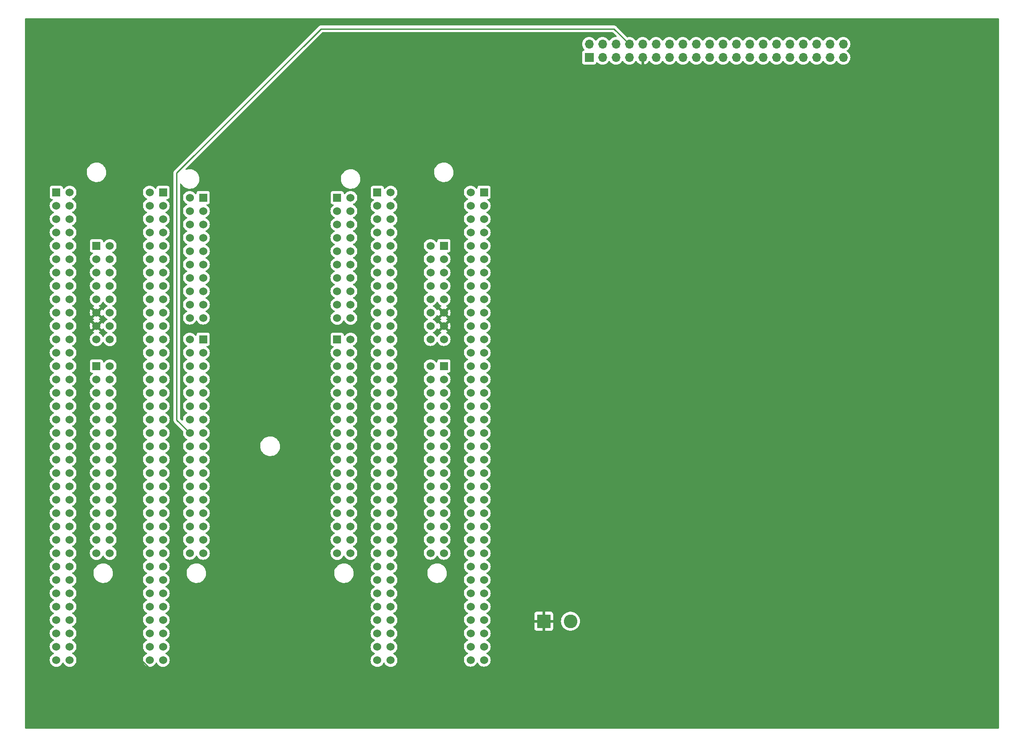
<source format=gbl>
%TF.GenerationSoftware,KiCad,Pcbnew,(7.0.0)*%
%TF.CreationDate,2023-03-03T04:22:33-05:00*%
%TF.ProjectId,new-dev-board,6e65772d-6465-4762-9d62-6f6172642e6b,rev?*%
%TF.SameCoordinates,Original*%
%TF.FileFunction,Copper,L2,Bot*%
%TF.FilePolarity,Positive*%
%FSLAX46Y46*%
G04 Gerber Fmt 4.6, Leading zero omitted, Abs format (unit mm)*
G04 Created by KiCad (PCBNEW (7.0.0)) date 2023-03-03 04:22:33*
%MOMM*%
%LPD*%
G01*
G04 APERTURE LIST*
%TA.AperFunction,ComponentPad*%
%ADD10R,1.700000X1.700000*%
%TD*%
%TA.AperFunction,ComponentPad*%
%ADD11O,1.700000X1.700000*%
%TD*%
%TA.AperFunction,ComponentPad*%
%ADD12R,2.600000X2.600000*%
%TD*%
%TA.AperFunction,ComponentPad*%
%ADD13C,2.600000*%
%TD*%
%TA.AperFunction,ComponentPad*%
%ADD14R,1.530000X1.530000*%
%TD*%
%TA.AperFunction,ComponentPad*%
%ADD15C,1.530000*%
%TD*%
%TA.AperFunction,Conductor*%
%ADD16C,0.250000*%
%TD*%
G04 APERTURE END LIST*
D10*
%TO.P,J1,1,Pin_1*%
%TO.N,unconnected-(J1-Pin_1-Pad1)*%
X127139999Y-27439999D03*
D11*
%TO.P,J1,2,Pin_2*%
%TO.N,/TSC_STM/E5V*%
X127139999Y-24899999D03*
%TO.P,J1,3,Pin_3*%
%TO.N,unconnected-(J1-Pin_3-Pad3)*%
X129679999Y-27439999D03*
%TO.P,J1,4,Pin_4*%
%TO.N,unconnected-(J1-Pin_4-Pad4)*%
X129679999Y-24899999D03*
%TO.P,J1,5,Pin_5*%
%TO.N,unconnected-(J1-Pin_5-Pad5)*%
X132219999Y-27439999D03*
%TO.P,J1,6,Pin_6*%
%TO.N,unconnected-(J1-Pin_6-Pad6)*%
X132219999Y-24899999D03*
%TO.P,J1,7,Pin_7*%
%TO.N,unconnected-(J1-Pin_7-Pad7)*%
X134759999Y-27439999D03*
%TO.P,J1,8,Pin_8*%
%TO.N,/WorldSide/UART6_RX*%
X134759999Y-24899999D03*
%TO.P,J1,9,Pin_9*%
%TO.N,/TSC_STM/GND*%
X137299999Y-27439999D03*
%TO.P,J1,10,Pin_10*%
%TO.N,/WorldSide/UART6_TX*%
X137299999Y-24899999D03*
%TO.P,J1,11,Pin_11*%
%TO.N,unconnected-(J1-Pin_11-Pad11)*%
X139839999Y-27439999D03*
%TO.P,J1,12,Pin_12*%
%TO.N,unconnected-(J1-Pin_12-Pad12)*%
X139839999Y-24899999D03*
%TO.P,J1,13,Pin_13*%
%TO.N,unconnected-(J1-Pin_13-Pad13)*%
X142379999Y-27439999D03*
%TO.P,J1,14,Pin_14*%
%TO.N,unconnected-(J1-Pin_14-Pad14)*%
X142379999Y-24899999D03*
%TO.P,J1,15,Pin_15*%
%TO.N,unconnected-(J1-Pin_15-Pad15)*%
X144919999Y-27439999D03*
%TO.P,J1,16,Pin_16*%
%TO.N,unconnected-(J1-Pin_16-Pad16)*%
X144919999Y-24899999D03*
%TO.P,J1,17,Pin_17*%
%TO.N,unconnected-(J1-Pin_17-Pad17)*%
X147459999Y-27439999D03*
%TO.P,J1,18,Pin_18*%
%TO.N,unconnected-(J1-Pin_18-Pad18)*%
X147459999Y-24899999D03*
%TO.P,J1,19,Pin_19*%
%TO.N,unconnected-(J1-Pin_19-Pad19)*%
X149999999Y-27439999D03*
%TO.P,J1,20,Pin_20*%
%TO.N,unconnected-(J1-Pin_20-Pad20)*%
X149999999Y-24899999D03*
%TO.P,J1,21,Pin_21*%
%TO.N,unconnected-(J1-Pin_21-Pad21)*%
X152539999Y-27439999D03*
%TO.P,J1,22,Pin_22*%
%TO.N,unconnected-(J1-Pin_22-Pad22)*%
X152539999Y-24899999D03*
%TO.P,J1,23,Pin_23*%
%TO.N,unconnected-(J1-Pin_23-Pad23)*%
X155079999Y-27439999D03*
%TO.P,J1,24,Pin_24*%
%TO.N,unconnected-(J1-Pin_24-Pad24)*%
X155079999Y-24899999D03*
%TO.P,J1,25,Pin_25*%
%TO.N,unconnected-(J1-Pin_25-Pad25)*%
X157619999Y-27439999D03*
%TO.P,J1,26,Pin_26*%
%TO.N,unconnected-(J1-Pin_26-Pad26)*%
X157619999Y-24899999D03*
%TO.P,J1,27,Pin_27*%
%TO.N,unconnected-(J1-Pin_27-Pad27)*%
X160159999Y-27439999D03*
%TO.P,J1,28,Pin_28*%
%TO.N,unconnected-(J1-Pin_28-Pad28)*%
X160159999Y-24899999D03*
%TO.P,J1,29,Pin_29*%
%TO.N,unconnected-(J1-Pin_29-Pad29)*%
X162699999Y-27439999D03*
%TO.P,J1,30,Pin_30*%
%TO.N,unconnected-(J1-Pin_30-Pad30)*%
X162699999Y-24899999D03*
%TO.P,J1,31,Pin_31*%
%TO.N,unconnected-(J1-Pin_31-Pad31)*%
X165239999Y-27439999D03*
%TO.P,J1,32,Pin_32*%
%TO.N,unconnected-(J1-Pin_32-Pad32)*%
X165239999Y-24899999D03*
%TO.P,J1,33,Pin_33*%
%TO.N,unconnected-(J1-Pin_33-Pad33)*%
X167779999Y-27439999D03*
%TO.P,J1,34,Pin_34*%
%TO.N,unconnected-(J1-Pin_34-Pad34)*%
X167779999Y-24899999D03*
%TO.P,J1,35,Pin_35*%
%TO.N,unconnected-(J1-Pin_35-Pad35)*%
X170319999Y-27439999D03*
%TO.P,J1,36,Pin_36*%
%TO.N,unconnected-(J1-Pin_36-Pad36)*%
X170319999Y-24899999D03*
%TO.P,J1,37,Pin_37*%
%TO.N,unconnected-(J1-Pin_37-Pad37)*%
X172859999Y-27439999D03*
%TO.P,J1,38,Pin_38*%
%TO.N,unconnected-(J1-Pin_38-Pad38)*%
X172859999Y-24899999D03*
%TO.P,J1,39,Pin_39*%
%TO.N,unconnected-(J1-Pin_39-Pad39)*%
X175399999Y-27439999D03*
%TO.P,J1,40,Pin_40*%
%TO.N,unconnected-(J1-Pin_40-Pad40)*%
X175399999Y-24899999D03*
%TD*%
D12*
%TO.P,Je1,1,Pin_1*%
%TO.N,/TSC_STM/GND*%
X118519999Y-134599999D03*
D13*
%TO.P,Je1,2,Pin_2*%
%TO.N,/TSC_STM/E5V*%
X123600000Y-134600000D03*
%TD*%
D14*
%TO.P,A1,CN7_1,D16/I2S_A_MCK*%
%TO.N,unconnected-(A1E-D16{slash}I2S_A_MCK-PadCN7_1)*%
X79289999Y-54095999D03*
D15*
%TO.P,A1,CN7_2,D15/I2C_A_SCL*%
%TO.N,unconnected-(A1E-D15{slash}I2C_A_SCL-PadCN7_2)*%
X81830000Y-54096000D03*
%TO.P,A1,CN7_3,D17/I2S_A_SD*%
%TO.N,unconnected-(A1E-D17{slash}I2S_A_SD-PadCN7_3)*%
X79290000Y-56636000D03*
%TO.P,A1,CN7_4,D14/I2C_A_SDA*%
%TO.N,unconnected-(A1E-D14{slash}I2C_A_SDA-PadCN7_4)*%
X81830000Y-56636000D03*
%TO.P,A1,CN7_5,D18/I2S_A_CK*%
%TO.N,unconnected-(A1E-D18{slash}I2S_A_CK-PadCN7_5)*%
X79290000Y-59176000D03*
%TO.P,A1,CN7_6,AREF*%
%TO.N,unconnected-(A1E-AREF-PadCN7_6)*%
X81830000Y-59176000D03*
%TO.P,A1,CN7_7,D19/I2S_A_WS*%
%TO.N,unconnected-(A1E-D19{slash}I2S_A_WS-PadCN7_7)*%
X79290000Y-61716000D03*
%TO.P,A1,CN7_8,GND_CN7*%
%TO.N,unconnected-(A1E-GND_CN7-PadCN7_8)*%
X81830000Y-61716000D03*
%TO.P,A1,CN7_9,D20/I2S_B_WS*%
%TO.N,unconnected-(A1E-D20{slash}I2S_B_WS-PadCN7_9)*%
X79290000Y-64256000D03*
%TO.P,A1,CN7_10,D13/SPI_A_SCK*%
%TO.N,unconnected-(A1E-D13{slash}SPI_A_SCK-PadCN7_10)*%
X81830000Y-64256000D03*
%TO.P,A1,CN7_11,D21/I2S_B_MCK*%
%TO.N,unconnected-(A1E-D21{slash}I2S_B_MCK-PadCN7_11)*%
X79290000Y-66796000D03*
%TO.P,A1,CN7_12,D12/SPI_A_MISO*%
%TO.N,unconnected-(A1E-D12{slash}SPI_A_MISO-PadCN7_12)*%
X81830000Y-66796000D03*
%TO.P,A1,CN7_13,D22/I2S_B_SD/SPI_B_MOSI*%
%TO.N,unconnected-(A1E-D22{slash}I2S_B_SD{slash}SPI_B_MOSI-PadCN7_13)*%
X79290000Y-69336000D03*
%TO.P,A1,CN7_14,D11/SPI_A_MOSI/TIM_E_PWM1*%
%TO.N,unconnected-(A1E-D11{slash}SPI_A_MOSI{slash}TIM_E_PWM1-PadCN7_14)*%
X81830000Y-69336000D03*
%TO.P,A1,CN7_15,D23/I2S_B_CK/SPI_B_SCK*%
%TO.N,unconnected-(A1E-D23{slash}I2S_B_CK{slash}SPI_B_SCK-PadCN7_15)*%
X79290000Y-71876000D03*
%TO.P,A1,CN7_16,D10/SPI_A_CS/TIM_B_PWM3*%
%TO.N,unconnected-(A1E-D10{slash}SPI_A_CS{slash}TIM_B_PWM3-PadCN7_16)*%
X81830000Y-71876000D03*
%TO.P,A1,CN7_17,D24/SPI_B_NSS*%
%TO.N,unconnected-(A1E-D24{slash}SPI_B_NSS-PadCN7_17)*%
X79290000Y-74416000D03*
%TO.P,A1,CN7_18,D9/TIMER_B_PWM2*%
%TO.N,unconnected-(A1E-D9{slash}TIMER_B_PWM2-PadCN7_18)*%
X81830000Y-74416000D03*
%TO.P,A1,CN7_19,D25/SPI_B_MISO*%
%TO.N,unconnected-(A1E-D25{slash}SPI_B_MISO-PadCN7_19)*%
X79290000Y-76956000D03*
%TO.P,A1,CN7_20,D8/IO*%
%TO.N,unconnected-(A1E-D8{slash}IO-PadCN7_20)*%
X81830000Y-76956000D03*
D14*
%TO.P,A1,CN8_1*%
%TO.N,N/C*%
X33569999Y-63239999D03*
D15*
%TO.P,A1,CN8_2,D43/SDMMC_D0*%
%TO.N,unconnected-(A1C-D43{slash}SDMMC_D0-PadCN8_2)*%
X36110000Y-63240000D03*
%TO.P,A1,CN8_3,IOREF*%
%TO.N,unconnected-(A1C-IOREF-PadCN8_3)*%
X33570000Y-65780000D03*
%TO.P,A1,CN8_4,D44/SDMMC_D1/I2S_A_CKIN*%
%TO.N,unconnected-(A1C-D44{slash}SDMMC_D1{slash}I2S_A_CKIN-PadCN8_4)*%
X36110000Y-65780000D03*
%TO.P,A1,CN8_5,RESET*%
%TO.N,unconnected-(A1C-RESET-PadCN8_5)*%
X33570000Y-68320000D03*
%TO.P,A1,CN8_6,D45/SDMMC_D2*%
%TO.N,unconnected-(A1C-D45{slash}SDMMC_D2-PadCN8_6)*%
X36110000Y-68320000D03*
%TO.P,A1,CN8_7,+3V3*%
%TO.N,unconnected-(A1C-+3V3-PadCN8_7)*%
X33570000Y-70860000D03*
%TO.P,A1,CN8_8,D46/SDMMC_D3*%
%TO.N,unconnected-(A1C-D46{slash}SDMMC_D3-PadCN8_8)*%
X36110000Y-70860000D03*
%TO.P,A1,CN8_9,+5V*%
%TO.N,unconnected-(A1C-+5V-PadCN8_9)*%
X33570000Y-73400000D03*
%TO.P,A1,CN8_10,D47/SDMMC_CK*%
%TO.N,unconnected-(A1C-D47{slash}SDMMC_CK-PadCN8_10)*%
X36110000Y-73400000D03*
%TO.P,A1,CN8_11,GND_CN8*%
%TO.N,/TSC_STM/GND*%
X33570000Y-75940000D03*
%TO.P,A1,CN8_12,D48/SDMMC_CMD*%
%TO.N,unconnected-(A1C-D48{slash}SDMMC_CMD-PadCN8_12)*%
X36110000Y-75940000D03*
%TO.P,A1,CN8_13,GND_CN8*%
%TO.N,/TSC_STM/GND*%
X33570000Y-78480000D03*
%TO.P,A1,CN8_14,D49/IO*%
%TO.N,unconnected-(A1C-D49{slash}IO-PadCN8_14)*%
X36110000Y-78480000D03*
%TO.P,A1,CN8_15,VIN*%
%TO.N,unconnected-(A1C-VIN-PadCN8_15)*%
X33570000Y-81020000D03*
%TO.P,A1,CN8_16,D50/IO*%
%TO.N,unconnected-(A1C-D50{slash}IO-PadCN8_16)*%
X36110000Y-81020000D03*
D14*
%TO.P,A1,CN9_1,A0/ADC123_IN3*%
%TO.N,unconnected-(A1D-A0{slash}ADC123_IN3-PadCN9_1)*%
X33569999Y-86099999D03*
D15*
%TO.P,A1,CN9_2,D51/USART_B_SCLK*%
%TO.N,unconnected-(A1D-D51{slash}USART_B_SCLK-PadCN9_2)*%
X36110000Y-86100000D03*
%TO.P,A1,CN9_3,A1/ADC123_IN10*%
%TO.N,unconnected-(A1D-A1{slash}ADC123_IN10-PadCN9_3)*%
X33570000Y-88640000D03*
%TO.P,A1,CN9_4,D52/USART_B_RX*%
%TO.N,unconnected-(A1D-D52{slash}USART_B_RX-PadCN9_4)*%
X36110000Y-88640000D03*
%TO.P,A1,CN9_5,A2/ADC123_IN13*%
%TO.N,unconnected-(A1D-A2{slash}ADC123_IN13-PadCN9_5)*%
X33570000Y-91180000D03*
%TO.P,A1,CN9_6,D53/USART_B_TX*%
%TO.N,unconnected-(A1D-D53{slash}USART_B_TX-PadCN9_6)*%
X36110000Y-91180000D03*
%TO.P,A1,CN9_7,A3/ADC3_IN9*%
%TO.N,unconnected-(A1D-A3{slash}ADC3_IN9-PadCN9_7)*%
X33570000Y-93720000D03*
%TO.P,A1,CN9_8,D54/USART_B_RTS*%
%TO.N,unconnected-(A1D-D54{slash}USART_B_RTS-PadCN9_8)*%
X36110000Y-93720000D03*
%TO.P,A1,CN9_9,A4/ADC3_IN15/I2C1_SDA*%
%TO.N,unconnected-(A1D-A4{slash}ADC3_IN15{slash}I2C1_SDA-PadCN9_9)*%
X33570000Y-96260000D03*
%TO.P,A1,CN9_10,D55/USART_B_CTS*%
%TO.N,unconnected-(A1D-D55{slash}USART_B_CTS-PadCN9_10)*%
X36110000Y-96260000D03*
%TO.P,A1,CN9_11,A5/ADC3_IN8/I2C1_SCL*%
%TO.N,unconnected-(A1D-A5{slash}ADC3_IN8{slash}I2C1_SCL-PadCN9_11)*%
X33570000Y-98800000D03*
%TO.P,A1,CN9_12,GND_CN9*%
%TO.N,Net-(A1D-GND_CN9-PadCN9_12)*%
X36110000Y-98800000D03*
%TO.P,A1,CN9_13,D72/NC*%
%TO.N,unconnected-(A1D-D72{slash}NC-PadCN9_13)*%
X33570000Y-101340000D03*
%TO.P,A1,CN9_14,D56/SAI_A_MCLK*%
%TO.N,unconnected-(A1D-D56{slash}SAI_A_MCLK-PadCN9_14)*%
X36110000Y-101340000D03*
%TO.P,A1,CN9_15,D71/IO*%
%TO.N,unconnected-(A1D-D71{slash}IO-PadCN9_15)*%
X33570000Y-103880000D03*
%TO.P,A1,CN9_16,D57/SAI_A_FS*%
%TO.N,unconnected-(A1D-D57{slash}SAI_A_FS-PadCN9_16)*%
X36110000Y-103880000D03*
%TO.P,A1,CN9_17,D70/I2C_B_SMBA*%
%TO.N,unconnected-(A1D-D70{slash}I2C_B_SMBA-PadCN9_17)*%
X33570000Y-106420000D03*
%TO.P,A1,CN9_18,D58/SAI_A_SCK*%
%TO.N,unconnected-(A1D-D58{slash}SAI_A_SCK-PadCN9_18)*%
X36110000Y-106420000D03*
%TO.P,A1,CN9_19,D69/I2C_B_SCL*%
%TO.N,unconnected-(A1D-D69{slash}I2C_B_SCL-PadCN9_19)*%
X33570000Y-108960000D03*
%TO.P,A1,CN9_20,D59/SAI_A_SD*%
%TO.N,unconnected-(A1D-D59{slash}SAI_A_SD-PadCN9_20)*%
X36110000Y-108960000D03*
%TO.P,A1,CN9_21,D68/I2C_B_SDA*%
%TO.N,unconnected-(A1D-D68{slash}I2C_B_SDA-PadCN9_21)*%
X33570000Y-111500000D03*
%TO.P,A1,CN9_22,D60/SAI_B_SD*%
%TO.N,unconnected-(A1D-D60{slash}SAI_B_SD-PadCN9_22)*%
X36110000Y-111500000D03*
%TO.P,A1,CN9_23,GND_CN9*%
%TO.N,Net-(A1D-GND_CN9-PadCN9_12)*%
X33570000Y-114040000D03*
%TO.P,A1,CN9_24,D61/SAI_B_SCK*%
%TO.N,unconnected-(A1D-D61{slash}SAI_B_SCK-PadCN9_24)*%
X36110000Y-114040000D03*
%TO.P,A1,CN9_25,D67/CAN_RX*%
%TO.N,unconnected-(A1D-D67{slash}CAN_RX-PadCN9_25)*%
X33570000Y-116580000D03*
%TO.P,A1,CN9_26,D62/SAI_B_MCLK*%
%TO.N,unconnected-(A1D-D62{slash}SAI_B_MCLK-PadCN9_26)*%
X36110000Y-116580000D03*
%TO.P,A1,CN9_27,D66/CAN_TX*%
%TO.N,unconnected-(A1D-D66{slash}CAN_TX-PadCN9_27)*%
X33570000Y-119120000D03*
%TO.P,A1,CN9_28,D63/SAI_B_FS*%
%TO.N,unconnected-(A1D-D63{slash}SAI_B_FS-PadCN9_28)*%
X36110000Y-119120000D03*
%TO.P,A1,CN9_29,D65/IO*%
%TO.N,unconnected-(A1D-D65{slash}IO-PadCN9_29)*%
X33570000Y-121660000D03*
%TO.P,A1,CN9_30,D64/IO*%
%TO.N,unconnected-(A1D-D64{slash}IO-PadCN9_30)*%
X36110000Y-121660000D03*
D14*
%TO.P,A1,CN10_1,AVDD_CN10*%
%TO.N,unconnected-(A1F-AVDD_CN10-PadCN10_1)*%
X79289999Y-81019999D03*
D15*
%TO.P,A1,CN10_2,D7/IO*%
%TO.N,unconnected-(A1F-D7{slash}IO-PadCN10_2)*%
X81830000Y-81020000D03*
%TO.P,A1,CN10_3,AGND_CN10*%
%TO.N,unconnected-(A1F-AGND_CN10-PadCN10_3)*%
X79290000Y-83560000D03*
%TO.P,A1,CN10_4,D6/TIMER_A_PWM1*%
%TO.N,unconnected-(A1F-D6{slash}TIMER_A_PWM1-PadCN10_4)*%
X81830000Y-83560000D03*
%TO.P,A1,CN10_5,GND_CN10*%
%TO.N,Net-(A1F-GND_CN10-PadCN10_17)*%
X79290000Y-86100000D03*
%TO.P,A1,CN10_6,D5/TIMER_A_PWM2*%
%TO.N,unconnected-(A1F-D5{slash}TIMER_A_PWM2-PadCN10_6)*%
X81830000Y-86100000D03*
%TO.P,A1,CN10_7,A6/ADC_A_IN*%
%TO.N,unconnected-(A1F-A6{slash}ADC_A_IN-PadCN10_7)*%
X79290000Y-88640000D03*
%TO.P,A1,CN10_8,D4/IO*%
%TO.N,unconnected-(A1F-D4{slash}IO-PadCN10_8)*%
X81830000Y-88640000D03*
%TO.P,A1,CN10_9,A7/ADC_B_IN*%
%TO.N,unconnected-(A1F-A7{slash}ADC_B_IN-PadCN10_9)*%
X79290000Y-91180000D03*
%TO.P,A1,CN10_10,D3/TIMER_A_PWM3*%
%TO.N,unconnected-(A1F-D3{slash}TIMER_A_PWM3-PadCN10_10)*%
X81830000Y-91180000D03*
%TO.P,A1,CN10_11,A8/ADC_C_IN*%
%TO.N,unconnected-(A1F-A8{slash}ADC_C_IN-PadCN10_11)*%
X79290000Y-93720000D03*
%TO.P,A1,CN10_12,D2/IO*%
%TO.N,unconnected-(A1F-D2{slash}IO-PadCN10_12)*%
X81830000Y-93720000D03*
%TO.P,A1,CN10_13,D26/QSPI_CS*%
%TO.N,unconnected-(A1F-D26{slash}QSPI_CS-PadCN10_13)*%
X79290000Y-96260000D03*
%TO.P,A1,CN10_14,D1/USART_A_TX*%
%TO.N,unconnected-(A1F-D1{slash}USART_A_TX-PadCN10_14)*%
X81830000Y-96260000D03*
%TO.P,A1,CN10_15,D27/QSPI_CLK*%
%TO.N,unconnected-(A1F-D27{slash}QSPI_CLK-PadCN10_15)*%
X79290000Y-98800000D03*
%TO.P,A1,CN10_16,D0/USART_A_RX*%
%TO.N,unconnected-(A1F-D0{slash}USART_A_RX-PadCN10_16)*%
X81830000Y-98800000D03*
%TO.P,A1,CN10_17,GND_CN10*%
%TO.N,Net-(A1F-GND_CN10-PadCN10_17)*%
X79290000Y-101340000D03*
%TO.P,A1,CN10_18,UART7_TX*%
%TO.N,/TSC_STM/UART7_TX*%
X81830000Y-101340000D03*
%TO.P,A1,CN10_19,D28/QSPI_BK1_IO3*%
%TO.N,unconnected-(A1F-D28{slash}QSPI_BK1_IO3-PadCN10_19)*%
X79290000Y-103880000D03*
%TO.P,A1,CN10_20,D41/TIMER_A_ETR*%
%TO.N,unconnected-(A1F-D41{slash}TIMER_A_ETR-PadCN10_20)*%
X81830000Y-103880000D03*
%TO.P,A1,CN10_21,D29/QSPI_BK1_IO1*%
%TO.N,unconnected-(A1F-D29{slash}QSPI_BK1_IO1-PadCN10_21)*%
X79290000Y-106420000D03*
%TO.P,A1,CN10_22,GND_CN10*%
%TO.N,Net-(A1F-GND_CN10-PadCN10_17)*%
X81830000Y-106420000D03*
%TO.P,A1,CN10_23,D30/QSPI_BK1_IO0*%
%TO.N,unconnected-(A1F-D30{slash}QSPI_BK1_IO0-PadCN10_23)*%
X79290000Y-108960000D03*
%TO.P,A1,CN10_24,D40/TIMER_A_PWM2N*%
%TO.N,unconnected-(A1F-D40{slash}TIMER_A_PWM2N-PadCN10_24)*%
X81830000Y-108960000D03*
%TO.P,A1,CN10_25,D31/QSPI_BK1_IO2*%
%TO.N,unconnected-(A1F-D31{slash}QSPI_BK1_IO2-PadCN10_25)*%
X79290000Y-111500000D03*
%TO.P,A1,CN10_26,D39/TIMER_A_PWM3N*%
%TO.N,unconnected-(A1F-D39{slash}TIMER_A_PWM3N-PadCN10_26)*%
X81830000Y-111500000D03*
%TO.P,A1,CN10_27,GND_CN10*%
%TO.N,Net-(A1F-GND_CN10-PadCN10_17)*%
X79290000Y-114040000D03*
%TO.P,A1,CN10_28,D38/IO*%
%TO.N,unconnected-(A1F-D38{slash}IO-PadCN10_28)*%
X81830000Y-114040000D03*
%TO.P,A1,CN10_29,D32/TIMER_C_PWM1*%
%TO.N,unconnected-(A1F-D32{slash}TIMER_C_PWM1-PadCN10_29)*%
X79290000Y-116580000D03*
%TO.P,A1,CN10_30,D37/TIMER_A_BKIN1*%
%TO.N,unconnected-(A1F-D37{slash}TIMER_A_BKIN1-PadCN10_30)*%
X81830000Y-116580000D03*
%TO.P,A1,CN10_31,D33/TIMER_D_PWM1*%
%TO.N,unconnected-(A1F-D33{slash}TIMER_D_PWM1-PadCN10_31)*%
X79290000Y-119120000D03*
%TO.P,A1,CN10_32,D36/TIMER_C_PWM2*%
%TO.N,unconnected-(A1F-D36{slash}TIMER_C_PWM2-PadCN10_32)*%
X81830000Y-119120000D03*
%TO.P,A1,CN10_33,D34/TIMER_B_ETR*%
%TO.N,unconnected-(A1F-D34{slash}TIMER_B_ETR-PadCN10_33)*%
X79290000Y-121660000D03*
%TO.P,A1,CN10_34,D35/TIMER_C_PWM3*%
%TO.N,unconnected-(A1F-D35{slash}TIMER_C_PWM3-PadCN10_34)*%
X81830000Y-121660000D03*
D14*
%TO.P,A1,CN11_1,PC10*%
%TO.N,unconnected-(A1A-PC10-PadCN11_1)*%
X25949999Y-53079999D03*
D15*
%TO.P,A1,CN11_2,PC11*%
%TO.N,unconnected-(A1A-PC11-PadCN11_2)*%
X28490000Y-53080000D03*
%TO.P,A1,CN11_3,PC12*%
%TO.N,unconnected-(A1A-PC12-PadCN11_3)*%
X25950000Y-55620000D03*
%TO.P,A1,CN11_4,PD2*%
%TO.N,unconnected-(A1A-PD2-PadCN11_4)*%
X28490000Y-55620000D03*
%TO.P,A1,CN11_5,VDD*%
%TO.N,unconnected-(A1A-VDD-PadCN11_5)*%
X25950000Y-58160000D03*
%TO.P,A1,CN11_6,E5V*%
%TO.N,/TSC_STM/E5V*%
X28490000Y-58160000D03*
%TO.P,A1,CN11_7,BOOT0*%
%TO.N,unconnected-(A1A-BOOT0-PadCN11_7)*%
X25950000Y-60700000D03*
%TO.P,A1,CN11_8,GND_CN11*%
%TO.N,Net-(A1A-GND_CN11-PadCN11_19)*%
X28490000Y-60700000D03*
%TO.P,A1,CN11_9,PF6*%
%TO.N,unconnected-(A1A-PF6-PadCN11_9)*%
X25950000Y-63240000D03*
%TO.P,A1,CN11_10*%
%TO.N,N/C*%
X28490000Y-63240000D03*
%TO.P,A1,CN11_11,PF7*%
%TO.N,unconnected-(A1A-PF7-PadCN11_11)*%
X25950000Y-65780000D03*
%TO.P,A1,CN11_12,IOREF*%
%TO.N,unconnected-(A1A-IOREF-PadCN11_12)*%
X28490000Y-65780000D03*
%TO.P,A1,CN11_13,PA13*%
%TO.N,unconnected-(A1A-PA13-PadCN11_13)*%
X25950000Y-68320000D03*
%TO.P,A1,CN11_14,RESET*%
%TO.N,unconnected-(A1A-RESET-PadCN11_14)*%
X28490000Y-68320000D03*
%TO.P,A1,CN11_15,PA14*%
%TO.N,unconnected-(A1A-PA14-PadCN11_15)*%
X25950000Y-70860000D03*
%TO.P,A1,CN11_16,+3V3*%
%TO.N,unconnected-(A1A-+3V3-PadCN11_16)*%
X28490000Y-70860000D03*
%TO.P,A1,CN11_17,PA15*%
%TO.N,unconnected-(A1A-PA15-PadCN11_17)*%
X25950000Y-73400000D03*
%TO.P,A1,CN11_18,+5V*%
%TO.N,unconnected-(A1A-+5V-PadCN11_18)*%
X28490000Y-73400000D03*
%TO.P,A1,CN11_19,GND_CN11*%
%TO.N,Net-(A1A-GND_CN11-PadCN11_19)*%
X25950000Y-75940000D03*
%TO.P,A1,CN11_20,GND_CN11*%
X28490000Y-75940000D03*
%TO.P,A1,CN11_21,PB7*%
%TO.N,unconnected-(A1A-PB7-PadCN11_21)*%
X25950000Y-78480000D03*
%TO.P,A1,CN11_22,GND_CN11*%
%TO.N,Net-(A1A-GND_CN11-PadCN11_19)*%
X28490000Y-78480000D03*
%TO.P,A1,CN11_23,PC13*%
%TO.N,unconnected-(A1A-PC13-PadCN11_23)*%
X25950000Y-81020000D03*
%TO.P,A1,CN11_24,VIN*%
%TO.N,unconnected-(A1A-VIN-PadCN11_24)*%
X28490000Y-81020000D03*
%TO.P,A1,CN11_25,PC14*%
%TO.N,unconnected-(A1A-PC14-PadCN11_25)*%
X25950000Y-83560000D03*
%TO.P,A1,CN11_26*%
%TO.N,N/C*%
X28490000Y-83560000D03*
%TO.P,A1,CN11_27,PC15*%
%TO.N,unconnected-(A1A-PC15-PadCN11_27)*%
X25950000Y-86100000D03*
%TO.P,A1,CN11_28,PA0*%
%TO.N,unconnected-(A1A-PA0-PadCN11_28)*%
X28490000Y-86100000D03*
%TO.P,A1,CN11_29,PH0*%
%TO.N,unconnected-(A1A-PH0-PadCN11_29)*%
X25950000Y-88640000D03*
%TO.P,A1,CN11_30,PA1*%
%TO.N,unconnected-(A1A-PA1-PadCN11_30)*%
X28490000Y-88640000D03*
%TO.P,A1,CN11_31,PH1*%
%TO.N,unconnected-(A1A-PH1-PadCN11_31)*%
X25950000Y-91180000D03*
%TO.P,A1,CN11_32,PA4*%
%TO.N,unconnected-(A1A-PA4-PadCN11_32)*%
X28490000Y-91180000D03*
%TO.P,A1,CN11_33,VBAT*%
%TO.N,unconnected-(A1A-VBAT-PadCN11_33)*%
X25950000Y-93720000D03*
%TO.P,A1,CN11_34,PB0*%
%TO.N,unconnected-(A1A-PB0-PadCN11_34)*%
X28490000Y-93720000D03*
%TO.P,A1,CN11_35,PC2*%
%TO.N,unconnected-(A1A-PC2-PadCN11_35)*%
X25950000Y-96260000D03*
%TO.P,A1,CN11_36,PC1*%
%TO.N,unconnected-(A1A-PC1-PadCN11_36)*%
X28490000Y-96260000D03*
%TO.P,A1,CN11_37,PC3*%
%TO.N,unconnected-(A1A-PC3-PadCN11_37)*%
X25950000Y-98800000D03*
%TO.P,A1,CN11_38,PC0*%
%TO.N,unconnected-(A1A-PC0-PadCN11_38)*%
X28490000Y-98800000D03*
%TO.P,A1,CN11_39,PD4*%
%TO.N,unconnected-(A1A-PD4-PadCN11_39)*%
X25950000Y-101340000D03*
%TO.P,A1,CN11_40,PD3*%
%TO.N,unconnected-(A1A-PD3-PadCN11_40)*%
X28490000Y-101340000D03*
%TO.P,A1,CN11_41,PD5*%
%TO.N,unconnected-(A1A-PD5-PadCN11_41)*%
X25950000Y-103880000D03*
%TO.P,A1,CN11_42,PG2*%
%TO.N,unconnected-(A1A-PG2-PadCN11_42)*%
X28490000Y-103880000D03*
%TO.P,A1,CN11_43,PD6*%
%TO.N,unconnected-(A1A-PD6-PadCN11_43)*%
X25950000Y-106420000D03*
%TO.P,A1,CN11_44,PG3*%
%TO.N,unconnected-(A1A-PG3-PadCN11_44)*%
X28490000Y-106420000D03*
%TO.P,A1,CN11_45,PD7*%
%TO.N,unconnected-(A1A-PD7-PadCN11_45)*%
X25950000Y-108960000D03*
%TO.P,A1,CN11_46,PE2*%
%TO.N,unconnected-(A1A-PE2-PadCN11_46)*%
X28490000Y-108960000D03*
%TO.P,A1,CN11_47,PE3*%
%TO.N,unconnected-(A1A-PE3-PadCN11_47)*%
X25950000Y-111500000D03*
%TO.P,A1,CN11_48,PE4*%
%TO.N,unconnected-(A1A-PE4-PadCN11_48)*%
X28490000Y-111500000D03*
%TO.P,A1,CN11_49,GND_CN11*%
%TO.N,Net-(A1A-GND_CN11-PadCN11_19)*%
X25950000Y-114040000D03*
%TO.P,A1,CN11_50,PE5*%
%TO.N,unconnected-(A1A-PE5-PadCN11_50)*%
X28490000Y-114040000D03*
%TO.P,A1,CN11_51,PF1*%
%TO.N,unconnected-(A1A-PF1-PadCN11_51)*%
X25950000Y-116580000D03*
%TO.P,A1,CN11_52,PF2*%
%TO.N,unconnected-(A1A-PF2-PadCN11_52)*%
X28490000Y-116580000D03*
%TO.P,A1,CN11_53,PF0*%
%TO.N,unconnected-(A1A-PF0-PadCN11_53)*%
X25950000Y-119120000D03*
%TO.P,A1,CN11_54,PF8*%
%TO.N,unconnected-(A1A-PF8-PadCN11_54)*%
X28490000Y-119120000D03*
%TO.P,A1,CN11_55,PD1*%
%TO.N,unconnected-(A1A-PD1-PadCN11_55)*%
X25950000Y-121660000D03*
%TO.P,A1,CN11_56,PF9*%
%TO.N,unconnected-(A1A-PF9-PadCN11_56)*%
X28490000Y-121660000D03*
%TO.P,A1,CN11_57,PD0*%
%TO.N,unconnected-(A1A-PD0-PadCN11_57)*%
X25950000Y-124200000D03*
%TO.P,A1,CN11_58,PG1*%
%TO.N,unconnected-(A1A-PG1-PadCN11_58)*%
X28490000Y-124200000D03*
%TO.P,A1,CN11_59,PG0*%
%TO.N,unconnected-(A1A-PG0-PadCN11_59)*%
X25950000Y-126740000D03*
%TO.P,A1,CN11_60,GND_CN11*%
%TO.N,Net-(A1A-GND_CN11-PadCN11_19)*%
X28490000Y-126740000D03*
%TO.P,A1,CN11_61,PE1*%
%TO.N,unconnected-(A1A-PE1-PadCN11_61)*%
X25950000Y-129280000D03*
%TO.P,A1,CN11_62,PE6*%
%TO.N,unconnected-(A1A-PE6-PadCN11_62)*%
X28490000Y-129280000D03*
%TO.P,A1,CN11_63,PG9*%
%TO.N,unconnected-(A1A-PG9-PadCN11_63)*%
X25950000Y-131820000D03*
%TO.P,A1,CN11_64,PG15*%
%TO.N,unconnected-(A1A-PG15-PadCN11_64)*%
X28490000Y-131820000D03*
%TO.P,A1,CN11_65,PG12*%
%TO.N,unconnected-(A1A-PG12-PadCN11_65)*%
X25950000Y-134360000D03*
%TO.P,A1,CN11_66,PG10*%
%TO.N,unconnected-(A1A-PG10-PadCN11_66)*%
X28490000Y-134360000D03*
%TO.P,A1,CN11_67*%
%TO.N,N/C*%
X25950000Y-136900000D03*
%TO.P,A1,CN11_68,PG13*%
%TO.N,unconnected-(A1A-PG13-PadCN11_68)*%
X28490000Y-136900000D03*
%TO.P,A1,CN11_69,PD9*%
%TO.N,unconnected-(A1A-PD9-PadCN11_69)*%
X25950000Y-139440000D03*
%TO.P,A1,CN11_70,PG11*%
%TO.N,unconnected-(A1A-PG11-PadCN11_70)*%
X28490000Y-139440000D03*
%TO.P,A1,CN11_71,GND_CN11*%
%TO.N,Net-(A1A-GND_CN11-PadCN11_19)*%
X25950000Y-141980000D03*
%TO.P,A1,CN11_72,GND_CN11*%
X28490000Y-141980000D03*
D14*
%TO.P,A1,CN12_1,PC9*%
%TO.N,unconnected-(A1B-PC9-PadCN12_1)*%
X86909999Y-53099999D03*
D15*
%TO.P,A1,CN12_2,PC8*%
%TO.N,unconnected-(A1B-PC8-PadCN12_2)*%
X89450000Y-53100000D03*
%TO.P,A1,CN12_3,PB8*%
%TO.N,unconnected-(A1B-PB8-PadCN12_3)*%
X86910000Y-55640000D03*
%TO.P,A1,CN12_4,PC6*%
%TO.N,unconnected-(A1B-PC6-PadCN12_4)*%
X89450000Y-55640000D03*
%TO.P,A1,CN12_5,PB9*%
%TO.N,unconnected-(A1B-PB9-PadCN12_5)*%
X86910000Y-58180000D03*
%TO.P,A1,CN12_6,PC5*%
%TO.N,unconnected-(A1B-PC5-PadCN12_6)*%
X89450000Y-58180000D03*
%TO.P,A1,CN12_7,AVDD_CN12*%
%TO.N,unconnected-(A1B-AVDD_CN12-PadCN12_7)*%
X86910000Y-60720000D03*
%TO.P,A1,CN12_8,U5V*%
%TO.N,unconnected-(A1B-U5V-PadCN12_8)*%
X89450000Y-60720000D03*
%TO.P,A1,CN12_9,GND_CN12*%
%TO.N,Net-(A1B-GND_CN12-PadCN12_20)*%
X86910000Y-63260000D03*
%TO.P,A1,CN12_10,PD8*%
%TO.N,unconnected-(A1B-PD8-PadCN12_10)*%
X89450000Y-63260000D03*
%TO.P,A1,CN12_11,PA5*%
%TO.N,unconnected-(A1B-PA5-PadCN12_11)*%
X86910000Y-65800000D03*
%TO.P,A1,CN12_12,PA12*%
%TO.N,unconnected-(A1B-PA12-PadCN12_12)*%
X89450000Y-65800000D03*
%TO.P,A1,CN12_13,PA6*%
%TO.N,unconnected-(A1B-PA6-PadCN12_13)*%
X86910000Y-68340000D03*
%TO.P,A1,CN12_14,PA11*%
%TO.N,unconnected-(A1B-PA11-PadCN12_14)*%
X89450000Y-68340000D03*
%TO.P,A1,CN12_15,PA7*%
%TO.N,unconnected-(A1B-PA7-PadCN12_15)*%
X86910000Y-70880000D03*
%TO.P,A1,CN12_16,PB12*%
%TO.N,unconnected-(A1B-PB12-PadCN12_16)*%
X89450000Y-70880000D03*
%TO.P,A1,CN12_17,PB6*%
%TO.N,unconnected-(A1B-PB6-PadCN12_17)*%
X86910000Y-73420000D03*
%TO.P,A1,CN12_18,PB11*%
%TO.N,unconnected-(A1B-PB11-PadCN12_18)*%
X89450000Y-73420000D03*
%TO.P,A1,CN12_19,PC7*%
%TO.N,unconnected-(A1B-PC7-PadCN12_19)*%
X86910000Y-75960000D03*
%TO.P,A1,CN12_20,GND_CN12*%
%TO.N,Net-(A1B-GND_CN12-PadCN12_20)*%
X89450000Y-75960000D03*
%TO.P,A1,CN12_21,PA9*%
%TO.N,unconnected-(A1B-PA9-PadCN12_21)*%
X86910000Y-78500000D03*
%TO.P,A1,CN12_22,PB2*%
%TO.N,unconnected-(A1B-PB2-PadCN12_22)*%
X89450000Y-78500000D03*
%TO.P,A1,CN12_23,PA8*%
%TO.N,unconnected-(A1B-PA8-PadCN12_23)*%
X86910000Y-81040000D03*
%TO.P,A1,CN12_24,PB1*%
%TO.N,unconnected-(A1B-PB1-PadCN12_24)*%
X89450000Y-81040000D03*
%TO.P,A1,CN12_25,PB10*%
%TO.N,unconnected-(A1B-PB10-PadCN12_25)*%
X86910000Y-83580000D03*
%TO.P,A1,CN12_26,PB15*%
%TO.N,unconnected-(A1B-PB15-PadCN12_26)*%
X89450000Y-83580000D03*
%TO.P,A1,CN12_27,PB4*%
%TO.N,unconnected-(A1B-PB4-PadCN12_27)*%
X86910000Y-86120000D03*
%TO.P,A1,CN12_28,PB14*%
%TO.N,unconnected-(A1B-PB14-PadCN12_28)*%
X89450000Y-86120000D03*
%TO.P,A1,CN12_29,PB5*%
%TO.N,unconnected-(A1B-PB5-PadCN12_29)*%
X86910000Y-88660000D03*
%TO.P,A1,CN12_30,PB13*%
%TO.N,unconnected-(A1B-PB13-PadCN12_30)*%
X89450000Y-88660000D03*
%TO.P,A1,CN12_31,PB3*%
%TO.N,unconnected-(A1B-PB3-PadCN12_31)*%
X86910000Y-91200000D03*
%TO.P,A1,CN12_32,AGND_CN12*%
%TO.N,unconnected-(A1B-AGND_CN12-PadCN12_32)*%
X89450000Y-91200000D03*
%TO.P,A1,CN12_33,PA10*%
%TO.N,unconnected-(A1B-PA10-PadCN12_33)*%
X86910000Y-93740000D03*
%TO.P,A1,CN12_34,PC4*%
%TO.N,unconnected-(A1B-PC4-PadCN12_34)*%
X89450000Y-93740000D03*
%TO.P,A1,CN12_35,PA2*%
%TO.N,unconnected-(A1B-PA2-PadCN12_35)*%
X86910000Y-96280000D03*
%TO.P,A1,CN12_36,PF5*%
%TO.N,unconnected-(A1B-PF5-PadCN12_36)*%
X89450000Y-96280000D03*
%TO.P,A1,CN12_37,PA3*%
%TO.N,unconnected-(A1B-PA3-PadCN12_37)*%
X86910000Y-98820000D03*
%TO.P,A1,CN12_38,PF4*%
%TO.N,unconnected-(A1B-PF4-PadCN12_38)*%
X89450000Y-98820000D03*
%TO.P,A1,CN12_39,GND_CN12*%
%TO.N,Net-(A1B-GND_CN12-PadCN12_20)*%
X86910000Y-101360000D03*
%TO.P,A1,CN12_40,PE8*%
%TO.N,unconnected-(A1B-PE8-PadCN12_40)*%
X89450000Y-101360000D03*
%TO.P,A1,CN12_41,PD13*%
%TO.N,unconnected-(A1B-PD13-PadCN12_41)*%
X86910000Y-103900000D03*
%TO.P,A1,CN12_42,PF10*%
%TO.N,unconnected-(A1B-PF10-PadCN12_42)*%
X89450000Y-103900000D03*
%TO.P,A1,CN12_43,PD12*%
%TO.N,unconnected-(A1B-PD12-PadCN12_43)*%
X86910000Y-106440000D03*
%TO.P,A1,CN12_44,PE7*%
%TO.N,unconnected-(A1B-PE7-PadCN12_44)*%
X89450000Y-106440000D03*
%TO.P,A1,CN12_45,PD11*%
%TO.N,unconnected-(A1B-PD11-PadCN12_45)*%
X86910000Y-108980000D03*
%TO.P,A1,CN12_46,PD14*%
%TO.N,unconnected-(A1B-PD14-PadCN12_46)*%
X89450000Y-108980000D03*
%TO.P,A1,CN12_47,PE10*%
%TO.N,unconnected-(A1B-PE10-PadCN12_47)*%
X86910000Y-111520000D03*
%TO.P,A1,CN12_48,PD15*%
%TO.N,unconnected-(A1B-PD15-PadCN12_48)*%
X89450000Y-111520000D03*
%TO.P,A1,CN12_49,PE12*%
%TO.N,unconnected-(A1B-PE12-PadCN12_49)*%
X86910000Y-114060000D03*
%TO.P,A1,CN12_50,PF14*%
%TO.N,unconnected-(A1B-PF14-PadCN12_50)*%
X89450000Y-114060000D03*
%TO.P,A1,CN12_51,PE14*%
%TO.N,unconnected-(A1B-PE14-PadCN12_51)*%
X86910000Y-116600000D03*
%TO.P,A1,CN12_52,PE9*%
%TO.N,unconnected-(A1B-PE9-PadCN12_52)*%
X89450000Y-116600000D03*
%TO.P,A1,CN12_53,PE15*%
%TO.N,unconnected-(A1B-PE15-PadCN12_53)*%
X86910000Y-119140000D03*
%TO.P,A1,CN12_54,GND_CN12*%
%TO.N,Net-(A1B-GND_CN12-PadCN12_20)*%
X89450000Y-119140000D03*
%TO.P,A1,CN12_55,PE13*%
%TO.N,unconnected-(A1B-PE13-PadCN12_55)*%
X86910000Y-121680000D03*
%TO.P,A1,CN12_56,PE11*%
%TO.N,unconnected-(A1B-PE11-PadCN12_56)*%
X89450000Y-121680000D03*
%TO.P,A1,CN12_57,PF13*%
%TO.N,unconnected-(A1B-PF13-PadCN12_57)*%
X86910000Y-124220000D03*
%TO.P,A1,CN12_58,PF3*%
%TO.N,unconnected-(A1B-PF3-PadCN12_58)*%
X89450000Y-124220000D03*
%TO.P,A1,CN12_59,PF12*%
%TO.N,unconnected-(A1B-PF12-PadCN12_59)*%
X86910000Y-126760000D03*
%TO.P,A1,CN12_60,PF15*%
%TO.N,unconnected-(A1B-PF15-PadCN12_60)*%
X89450000Y-126760000D03*
%TO.P,A1,CN12_61,PG14*%
%TO.N,unconnected-(A1B-PG14-PadCN12_61)*%
X86910000Y-129300000D03*
%TO.P,A1,CN12_62,PF11*%
%TO.N,unconnected-(A1B-PF11-PadCN12_62)*%
X89450000Y-129300000D03*
%TO.P,A1,CN12_63,GND_CN12*%
%TO.N,Net-(A1B-GND_CN12-PadCN12_20)*%
X86910000Y-131840000D03*
%TO.P,A1,CN12_64,PE0*%
%TO.N,unconnected-(A1B-PE0-PadCN12_64)*%
X89450000Y-131840000D03*
%TO.P,A1,CN12_65,PD10*%
%TO.N,unconnected-(A1B-PD10-PadCN12_65)*%
X86910000Y-134380000D03*
%TO.P,A1,CN12_66,PG8*%
%TO.N,unconnected-(A1B-PG8-PadCN12_66)*%
X89450000Y-134380000D03*
%TO.P,A1,CN12_67,PG7*%
%TO.N,unconnected-(A1B-PG7-PadCN12_67)*%
X86910000Y-136920000D03*
%TO.P,A1,CN12_68,PG5*%
%TO.N,unconnected-(A1B-PG5-PadCN12_68)*%
X89450000Y-136920000D03*
%TO.P,A1,CN12_69,PG4*%
%TO.N,unconnected-(A1B-PG4-PadCN12_69)*%
X86910000Y-139460000D03*
%TO.P,A1,CN12_70,PG6*%
%TO.N,unconnected-(A1B-PG6-PadCN12_70)*%
X89450000Y-139460000D03*
%TO.P,A1,CN12_71,GND_CN12*%
%TO.N,Net-(A1B-GND_CN12-PadCN12_20)*%
X86910000Y-142000000D03*
%TO.P,A1,CN12_72,GND_CN12*%
X89450000Y-142000000D03*
%TD*%
D14*
%TO.P,A2,CN7_1,D16/I2S_A_MCK*%
%TO.N,unconnected-(A2E-D16{slash}I2S_A_MCK-PadCN7_1)*%
X53809999Y-54085999D03*
D15*
%TO.P,A2,CN7_2,D15/I2C_A_SCL*%
%TO.N,unconnected-(A2E-D15{slash}I2C_A_SCL-PadCN7_2)*%
X51270000Y-54086000D03*
%TO.P,A2,CN7_3,D17/I2S_A_SD*%
%TO.N,unconnected-(A2E-D17{slash}I2S_A_SD-PadCN7_3)*%
X53810000Y-56626000D03*
%TO.P,A2,CN7_4,D14/I2C_A_SDA*%
%TO.N,unconnected-(A2E-D14{slash}I2C_A_SDA-PadCN7_4)*%
X51270000Y-56626000D03*
%TO.P,A2,CN7_5,D18/I2S_A_CK*%
%TO.N,unconnected-(A2E-D18{slash}I2S_A_CK-PadCN7_5)*%
X53810000Y-59166000D03*
%TO.P,A2,CN7_6,AREF*%
%TO.N,unconnected-(A2E-AREF-PadCN7_6)*%
X51270000Y-59166000D03*
%TO.P,A2,CN7_7,D19/I2S_A_WS*%
%TO.N,unconnected-(A2E-D19{slash}I2S_A_WS-PadCN7_7)*%
X53810000Y-61706000D03*
%TO.P,A2,CN7_8,GND_CN7*%
%TO.N,unconnected-(A2E-GND_CN7-PadCN7_8)*%
X51270000Y-61706000D03*
%TO.P,A2,CN7_9,D20/I2S_B_WS*%
%TO.N,unconnected-(A2E-D20{slash}I2S_B_WS-PadCN7_9)*%
X53810000Y-64246000D03*
%TO.P,A2,CN7_10,D13/SPI_A_SCK*%
%TO.N,unconnected-(A2E-D13{slash}SPI_A_SCK-PadCN7_10)*%
X51270000Y-64246000D03*
%TO.P,A2,CN7_11,D21/I2S_B_MCK*%
%TO.N,unconnected-(A2E-D21{slash}I2S_B_MCK-PadCN7_11)*%
X53810000Y-66786000D03*
%TO.P,A2,CN7_12,D12/SPI_A_MISO*%
%TO.N,unconnected-(A2E-D12{slash}SPI_A_MISO-PadCN7_12)*%
X51270000Y-66786000D03*
%TO.P,A2,CN7_13,D22/I2S_B_SD/SPI_B_MOSI*%
%TO.N,unconnected-(A2E-D22{slash}I2S_B_SD{slash}SPI_B_MOSI-PadCN7_13)*%
X53810000Y-69326000D03*
%TO.P,A2,CN7_14,D11/SPI_A_MOSI/TIM_E_PWM1*%
%TO.N,unconnected-(A2E-D11{slash}SPI_A_MOSI{slash}TIM_E_PWM1-PadCN7_14)*%
X51270000Y-69326000D03*
%TO.P,A2,CN7_15,D23/I2S_B_CK/SPI_B_SCK*%
%TO.N,unconnected-(A2E-D23{slash}I2S_B_CK{slash}SPI_B_SCK-PadCN7_15)*%
X53810000Y-71866000D03*
%TO.P,A2,CN7_16,D10/SPI_A_CS/TIM_B_PWM3*%
%TO.N,unconnected-(A2E-D10{slash}SPI_A_CS{slash}TIM_B_PWM3-PadCN7_16)*%
X51270000Y-71866000D03*
%TO.P,A2,CN7_17,D24/SPI_B_NSS*%
%TO.N,unconnected-(A2E-D24{slash}SPI_B_NSS-PadCN7_17)*%
X53810000Y-74406000D03*
%TO.P,A2,CN7_18,D9/TIMER_B_PWM2*%
%TO.N,unconnected-(A2E-D9{slash}TIMER_B_PWM2-PadCN7_18)*%
X51270000Y-74406000D03*
%TO.P,A2,CN7_19,D25/SPI_B_MISO*%
%TO.N,unconnected-(A2E-D25{slash}SPI_B_MISO-PadCN7_19)*%
X53810000Y-76946000D03*
%TO.P,A2,CN7_20,D8/IO*%
%TO.N,unconnected-(A2E-D8{slash}IO-PadCN7_20)*%
X51270000Y-76946000D03*
D14*
%TO.P,A2,CN8_1*%
%TO.N,N/C*%
X99529999Y-63229999D03*
D15*
%TO.P,A2,CN8_2,D43/SDMMC_D0*%
%TO.N,unconnected-(A2C-D43{slash}SDMMC_D0-PadCN8_2)*%
X96990000Y-63230000D03*
%TO.P,A2,CN8_3,IOREF*%
%TO.N,unconnected-(A2C-IOREF-PadCN8_3)*%
X99530000Y-65770000D03*
%TO.P,A2,CN8_4,D44/SDMMC_D1/I2S_A_CKIN*%
%TO.N,unconnected-(A2C-D44{slash}SDMMC_D1{slash}I2S_A_CKIN-PadCN8_4)*%
X96990000Y-65770000D03*
%TO.P,A2,CN8_5,RESET*%
%TO.N,unconnected-(A2C-RESET-PadCN8_5)*%
X99530000Y-68310000D03*
%TO.P,A2,CN8_6,D45/SDMMC_D2*%
%TO.N,unconnected-(A2C-D45{slash}SDMMC_D2-PadCN8_6)*%
X96990000Y-68310000D03*
%TO.P,A2,CN8_7,+3V3*%
%TO.N,unconnected-(A2C-+3V3-PadCN8_7)*%
X99530000Y-70850000D03*
%TO.P,A2,CN8_8,D46/SDMMC_D3*%
%TO.N,unconnected-(A2C-D46{slash}SDMMC_D3-PadCN8_8)*%
X96990000Y-70850000D03*
%TO.P,A2,CN8_9,+5V*%
%TO.N,unconnected-(A2C-+5V-PadCN8_9)*%
X99530000Y-73390000D03*
%TO.P,A2,CN8_10,D47/SDMMC_CK*%
%TO.N,unconnected-(A2C-D47{slash}SDMMC_CK-PadCN8_10)*%
X96990000Y-73390000D03*
%TO.P,A2,CN8_11,GND_CN8*%
%TO.N,/TSC_STM/GND*%
X99530000Y-75930000D03*
%TO.P,A2,CN8_12,D48/SDMMC_CMD*%
%TO.N,unconnected-(A2C-D48{slash}SDMMC_CMD-PadCN8_12)*%
X96990000Y-75930000D03*
%TO.P,A2,CN8_13,GND_CN8*%
%TO.N,/TSC_STM/GND*%
X99530000Y-78470000D03*
%TO.P,A2,CN8_14,D49/IO*%
%TO.N,unconnected-(A2C-D49{slash}IO-PadCN8_14)*%
X96990000Y-78470000D03*
%TO.P,A2,CN8_15,VIN*%
%TO.N,unconnected-(A2C-VIN-PadCN8_15)*%
X99530000Y-81010000D03*
%TO.P,A2,CN8_16,D50/IO*%
%TO.N,unconnected-(A2C-D50{slash}IO-PadCN8_16)*%
X96990000Y-81010000D03*
D14*
%TO.P,A2,CN9_1,A0/ADC123_IN3*%
%TO.N,unconnected-(A2D-A0{slash}ADC123_IN3-PadCN9_1)*%
X99529999Y-86089999D03*
D15*
%TO.P,A2,CN9_2,D51/USART_B_SCLK*%
%TO.N,unconnected-(A2D-D51{slash}USART_B_SCLK-PadCN9_2)*%
X96990000Y-86090000D03*
%TO.P,A2,CN9_3,A1/ADC123_IN10*%
%TO.N,unconnected-(A2D-A1{slash}ADC123_IN10-PadCN9_3)*%
X99530000Y-88630000D03*
%TO.P,A2,CN9_4,D52/USART_B_RX*%
%TO.N,unconnected-(A2D-D52{slash}USART_B_RX-PadCN9_4)*%
X96990000Y-88630000D03*
%TO.P,A2,CN9_5,A2/ADC123_IN13*%
%TO.N,unconnected-(A2D-A2{slash}ADC123_IN13-PadCN9_5)*%
X99530000Y-91170000D03*
%TO.P,A2,CN9_6,D53/USART_B_TX*%
%TO.N,unconnected-(A2D-D53{slash}USART_B_TX-PadCN9_6)*%
X96990000Y-91170000D03*
%TO.P,A2,CN9_7,A3/ADC3_IN9*%
%TO.N,unconnected-(A2D-A3{slash}ADC3_IN9-PadCN9_7)*%
X99530000Y-93710000D03*
%TO.P,A2,CN9_8,D54/USART_B_RTS*%
%TO.N,unconnected-(A2D-D54{slash}USART_B_RTS-PadCN9_8)*%
X96990000Y-93710000D03*
%TO.P,A2,CN9_9,A4/ADC3_IN15/I2C1_SDA*%
%TO.N,unconnected-(A2D-A4{slash}ADC3_IN15{slash}I2C1_SDA-PadCN9_9)*%
X99530000Y-96250000D03*
%TO.P,A2,CN9_10,D55/USART_B_CTS*%
%TO.N,unconnected-(A2D-D55{slash}USART_B_CTS-PadCN9_10)*%
X96990000Y-96250000D03*
%TO.P,A2,CN9_11,A5/ADC3_IN8/I2C1_SCL*%
%TO.N,unconnected-(A2D-A5{slash}ADC3_IN8{slash}I2C1_SCL-PadCN9_11)*%
X99530000Y-98790000D03*
%TO.P,A2,CN9_12,GND_CN9*%
%TO.N,Net-(A2D-GND_CN9-PadCN9_12)*%
X96990000Y-98790000D03*
%TO.P,A2,CN9_13,D72/NC*%
%TO.N,unconnected-(A2D-D72{slash}NC-PadCN9_13)*%
X99530000Y-101330000D03*
%TO.P,A2,CN9_14,D56/SAI_A_MCLK*%
%TO.N,unconnected-(A2D-D56{slash}SAI_A_MCLK-PadCN9_14)*%
X96990000Y-101330000D03*
%TO.P,A2,CN9_15,D71/IO*%
%TO.N,unconnected-(A2D-D71{slash}IO-PadCN9_15)*%
X99530000Y-103870000D03*
%TO.P,A2,CN9_16,D57/SAI_A_FS*%
%TO.N,unconnected-(A2D-D57{slash}SAI_A_FS-PadCN9_16)*%
X96990000Y-103870000D03*
%TO.P,A2,CN9_17,D70/I2C_B_SMBA*%
%TO.N,unconnected-(A2D-D70{slash}I2C_B_SMBA-PadCN9_17)*%
X99530000Y-106410000D03*
%TO.P,A2,CN9_18,D58/SAI_A_SCK*%
%TO.N,unconnected-(A2D-D58{slash}SAI_A_SCK-PadCN9_18)*%
X96990000Y-106410000D03*
%TO.P,A2,CN9_19,D69/I2C_B_SCL*%
%TO.N,unconnected-(A2D-D69{slash}I2C_B_SCL-PadCN9_19)*%
X99530000Y-108950000D03*
%TO.P,A2,CN9_20,D59/SAI_A_SD*%
%TO.N,unconnected-(A2D-D59{slash}SAI_A_SD-PadCN9_20)*%
X96990000Y-108950000D03*
%TO.P,A2,CN9_21,D68/I2C_B_SDA*%
%TO.N,unconnected-(A2D-D68{slash}I2C_B_SDA-PadCN9_21)*%
X99530000Y-111490000D03*
%TO.P,A2,CN9_22,D60/SAI_B_SD*%
%TO.N,unconnected-(A2D-D60{slash}SAI_B_SD-PadCN9_22)*%
X96990000Y-111490000D03*
%TO.P,A2,CN9_23,GND_CN9*%
%TO.N,Net-(A2D-GND_CN9-PadCN9_12)*%
X99530000Y-114030000D03*
%TO.P,A2,CN9_24,D61/SAI_B_SCK*%
%TO.N,unconnected-(A2D-D61{slash}SAI_B_SCK-PadCN9_24)*%
X96990000Y-114030000D03*
%TO.P,A2,CN9_25,D67/CAN_RX*%
%TO.N,unconnected-(A2D-D67{slash}CAN_RX-PadCN9_25)*%
X99530000Y-116570000D03*
%TO.P,A2,CN9_26,D62/SAI_B_MCLK*%
%TO.N,unconnected-(A2D-D62{slash}SAI_B_MCLK-PadCN9_26)*%
X96990000Y-116570000D03*
%TO.P,A2,CN9_27,D66/CAN_TX*%
%TO.N,unconnected-(A2D-D66{slash}CAN_TX-PadCN9_27)*%
X99530000Y-119110000D03*
%TO.P,A2,CN9_28,D63/SAI_B_FS*%
%TO.N,unconnected-(A2D-D63{slash}SAI_B_FS-PadCN9_28)*%
X96990000Y-119110000D03*
%TO.P,A2,CN9_29,D65/IO*%
%TO.N,unconnected-(A2D-D65{slash}IO-PadCN9_29)*%
X99530000Y-121650000D03*
%TO.P,A2,CN9_30,D64/IO*%
%TO.N,unconnected-(A2D-D64{slash}IO-PadCN9_30)*%
X96990000Y-121650000D03*
D14*
%TO.P,A2,CN10_1,AVDD_CN10*%
%TO.N,unconnected-(A2F-AVDD_CN10-PadCN10_1)*%
X53809999Y-81009999D03*
D15*
%TO.P,A2,CN10_2,D7/IO*%
%TO.N,unconnected-(A2F-D7{slash}IO-PadCN10_2)*%
X51270000Y-81010000D03*
%TO.P,A2,CN10_3,AGND_CN10*%
%TO.N,unconnected-(A2F-AGND_CN10-PadCN10_3)*%
X53810000Y-83550000D03*
%TO.P,A2,CN10_4,D6/TIMER_A_PWM1*%
%TO.N,unconnected-(A2F-D6{slash}TIMER_A_PWM1-PadCN10_4)*%
X51270000Y-83550000D03*
%TO.P,A2,CN10_5,GND_CN10*%
%TO.N,Net-(A2F-GND_CN10-PadCN10_17)*%
X53810000Y-86090000D03*
%TO.P,A2,CN10_6,D5/TIMER_A_PWM2*%
%TO.N,unconnected-(A2F-D5{slash}TIMER_A_PWM2-PadCN10_6)*%
X51270000Y-86090000D03*
%TO.P,A2,CN10_7,A6/ADC_A_IN*%
%TO.N,unconnected-(A2F-A6{slash}ADC_A_IN-PadCN10_7)*%
X53810000Y-88630000D03*
%TO.P,A2,CN10_8,D4/IO*%
%TO.N,unconnected-(A2F-D4{slash}IO-PadCN10_8)*%
X51270000Y-88630000D03*
%TO.P,A2,CN10_9,A7/ADC_B_IN*%
%TO.N,unconnected-(A2F-A7{slash}ADC_B_IN-PadCN10_9)*%
X53810000Y-91170000D03*
%TO.P,A2,CN10_10,D3/TIMER_A_PWM3*%
%TO.N,unconnected-(A2F-D3{slash}TIMER_A_PWM3-PadCN10_10)*%
X51270000Y-91170000D03*
%TO.P,A2,CN10_11,A8/ADC_C_IN*%
%TO.N,unconnected-(A2F-A8{slash}ADC_C_IN-PadCN10_11)*%
X53810000Y-93710000D03*
%TO.P,A2,CN10_12,D2/IO*%
%TO.N,unconnected-(A2F-D2{slash}IO-PadCN10_12)*%
X51270000Y-93710000D03*
%TO.P,A2,CN10_13,D26/QSPI_CS*%
%TO.N,unconnected-(A2F-D26{slash}QSPI_CS-PadCN10_13)*%
X53810000Y-96250000D03*
%TO.P,A2,CN10_14,D1/USART_A_TX*%
%TO.N,/WorldSide/UART6_TX*%
X51270000Y-96250000D03*
%TO.P,A2,CN10_15,D27/QSPI_CLK*%
%TO.N,unconnected-(A2F-D27{slash}QSPI_CLK-PadCN10_15)*%
X53810000Y-98790000D03*
%TO.P,A2,CN10_16,D0/USART_A_RX*%
%TO.N,/WorldSide/UART6_RX*%
X51270000Y-98790000D03*
%TO.P,A2,CN10_17,GND_CN10*%
%TO.N,Net-(A2F-GND_CN10-PadCN10_17)*%
X53810000Y-101330000D03*
%TO.P,A2,CN10_18,D42/TIMER_A_PWM1N*%
%TO.N,unconnected-(A2F-D42{slash}TIMER_A_PWM1N-PadCN10_18)*%
X51270000Y-101330000D03*
%TO.P,A2,CN10_19,D28/QSPI_BK1_IO3*%
%TO.N,unconnected-(A2F-D28{slash}QSPI_BK1_IO3-PadCN10_19)*%
X53810000Y-103870000D03*
%TO.P,A2,CN10_20,UART7_RX*%
%TO.N,/TSC_STM/UART7_TX*%
X51270000Y-103870000D03*
%TO.P,A2,CN10_21,D29/QSPI_BK1_IO1*%
%TO.N,unconnected-(A2F-D29{slash}QSPI_BK1_IO1-PadCN10_21)*%
X53810000Y-106410000D03*
%TO.P,A2,CN10_22,GND_CN10*%
%TO.N,Net-(A2F-GND_CN10-PadCN10_17)*%
X51270000Y-106410000D03*
%TO.P,A2,CN10_23,D30/QSPI_BK1_IO0*%
%TO.N,unconnected-(A2F-D30{slash}QSPI_BK1_IO0-PadCN10_23)*%
X53810000Y-108950000D03*
%TO.P,A2,CN10_24,D40/TIMER_A_PWM2N*%
%TO.N,unconnected-(A2F-D40{slash}TIMER_A_PWM2N-PadCN10_24)*%
X51270000Y-108950000D03*
%TO.P,A2,CN10_25,D31/QSPI_BK1_IO2*%
%TO.N,unconnected-(A2F-D31{slash}QSPI_BK1_IO2-PadCN10_25)*%
X53810000Y-111490000D03*
%TO.P,A2,CN10_26,D39/TIMER_A_PWM3N*%
%TO.N,unconnected-(A2F-D39{slash}TIMER_A_PWM3N-PadCN10_26)*%
X51270000Y-111490000D03*
%TO.P,A2,CN10_27,GND_CN10*%
%TO.N,Net-(A2F-GND_CN10-PadCN10_17)*%
X53810000Y-114030000D03*
%TO.P,A2,CN10_28,D38/IO*%
%TO.N,unconnected-(A2F-D38{slash}IO-PadCN10_28)*%
X51270000Y-114030000D03*
%TO.P,A2,CN10_29,D32/TIMER_C_PWM1*%
%TO.N,unconnected-(A2F-D32{slash}TIMER_C_PWM1-PadCN10_29)*%
X53810000Y-116570000D03*
%TO.P,A2,CN10_30,D37/TIMER_A_BKIN1*%
%TO.N,unconnected-(A2F-D37{slash}TIMER_A_BKIN1-PadCN10_30)*%
X51270000Y-116570000D03*
%TO.P,A2,CN10_31,D33/TIMER_D_PWM1*%
%TO.N,unconnected-(A2F-D33{slash}TIMER_D_PWM1-PadCN10_31)*%
X53810000Y-119110000D03*
%TO.P,A2,CN10_32,D36/TIMER_C_PWM2*%
%TO.N,unconnected-(A2F-D36{slash}TIMER_C_PWM2-PadCN10_32)*%
X51270000Y-119110000D03*
%TO.P,A2,CN10_33,D34/TIMER_B_ETR*%
%TO.N,unconnected-(A2F-D34{slash}TIMER_B_ETR-PadCN10_33)*%
X53810000Y-121650000D03*
%TO.P,A2,CN10_34,D35/TIMER_C_PWM3*%
%TO.N,unconnected-(A2F-D35{slash}TIMER_C_PWM3-PadCN10_34)*%
X51270000Y-121650000D03*
D14*
%TO.P,A2,CN11_1,PC10*%
%TO.N,unconnected-(A2A-PC10-PadCN11_1)*%
X107149999Y-53069999D03*
D15*
%TO.P,A2,CN11_2,PC11*%
%TO.N,unconnected-(A2A-PC11-PadCN11_2)*%
X104610000Y-53070000D03*
%TO.P,A2,CN11_3,PC12*%
%TO.N,unconnected-(A2A-PC12-PadCN11_3)*%
X107150000Y-55610000D03*
%TO.P,A2,CN11_4,PD2*%
%TO.N,unconnected-(A2A-PD2-PadCN11_4)*%
X104610000Y-55610000D03*
%TO.P,A2,CN11_5,VDD*%
%TO.N,unconnected-(A2A-VDD-PadCN11_5)*%
X107150000Y-58150000D03*
%TO.P,A2,CN11_6,E5V*%
%TO.N,/TSC_STM/E5V*%
X104610000Y-58150000D03*
%TO.P,A2,CN11_7,BOOT0*%
%TO.N,unconnected-(A2A-BOOT0-PadCN11_7)*%
X107150000Y-60690000D03*
%TO.P,A2,CN11_8,GND_CN11*%
%TO.N,Net-(A2A-GND_CN11-PadCN11_19)*%
X104610000Y-60690000D03*
%TO.P,A2,CN11_9,PF6*%
%TO.N,unconnected-(A2A-PF6-PadCN11_9)*%
X107150000Y-63230000D03*
%TO.P,A2,CN11_10*%
%TO.N,N/C*%
X104610000Y-63230000D03*
%TO.P,A2,CN11_11,PF7*%
%TO.N,unconnected-(A2A-PF7-PadCN11_11)*%
X107150000Y-65770000D03*
%TO.P,A2,CN11_12,IOREF*%
%TO.N,unconnected-(A2A-IOREF-PadCN11_12)*%
X104610000Y-65770000D03*
%TO.P,A2,CN11_13,PA13*%
%TO.N,unconnected-(A2A-PA13-PadCN11_13)*%
X107150000Y-68310000D03*
%TO.P,A2,CN11_14,RESET*%
%TO.N,unconnected-(A2A-RESET-PadCN11_14)*%
X104610000Y-68310000D03*
%TO.P,A2,CN11_15,PA14*%
%TO.N,unconnected-(A2A-PA14-PadCN11_15)*%
X107150000Y-70850000D03*
%TO.P,A2,CN11_16,+3V3*%
%TO.N,unconnected-(A2A-+3V3-PadCN11_16)*%
X104610000Y-70850000D03*
%TO.P,A2,CN11_17,PA15*%
%TO.N,unconnected-(A2A-PA15-PadCN11_17)*%
X107150000Y-73390000D03*
%TO.P,A2,CN11_18,+5V*%
%TO.N,unconnected-(A2A-+5V-PadCN11_18)*%
X104610000Y-73390000D03*
%TO.P,A2,CN11_19,GND_CN11*%
%TO.N,Net-(A2A-GND_CN11-PadCN11_19)*%
X107150000Y-75930000D03*
%TO.P,A2,CN11_20,GND_CN11*%
X104610000Y-75930000D03*
%TO.P,A2,CN11_21,PB7*%
%TO.N,unconnected-(A2A-PB7-PadCN11_21)*%
X107150000Y-78470000D03*
%TO.P,A2,CN11_22,GND_CN11*%
%TO.N,Net-(A2A-GND_CN11-PadCN11_19)*%
X104610000Y-78470000D03*
%TO.P,A2,CN11_23,PC13*%
%TO.N,unconnected-(A2A-PC13-PadCN11_23)*%
X107150000Y-81010000D03*
%TO.P,A2,CN11_24,VIN*%
%TO.N,unconnected-(A2A-VIN-PadCN11_24)*%
X104610000Y-81010000D03*
%TO.P,A2,CN11_25,PC14*%
%TO.N,unconnected-(A2A-PC14-PadCN11_25)*%
X107150000Y-83550000D03*
%TO.P,A2,CN11_26*%
%TO.N,N/C*%
X104610000Y-83550000D03*
%TO.P,A2,CN11_27,PC15*%
%TO.N,unconnected-(A2A-PC15-PadCN11_27)*%
X107150000Y-86090000D03*
%TO.P,A2,CN11_28,PA0*%
%TO.N,unconnected-(A2A-PA0-PadCN11_28)*%
X104610000Y-86090000D03*
%TO.P,A2,CN11_29,PH0*%
%TO.N,unconnected-(A2A-PH0-PadCN11_29)*%
X107150000Y-88630000D03*
%TO.P,A2,CN11_30,PA1*%
%TO.N,unconnected-(A2A-PA1-PadCN11_30)*%
X104610000Y-88630000D03*
%TO.P,A2,CN11_31,PH1*%
%TO.N,unconnected-(A2A-PH1-PadCN11_31)*%
X107150000Y-91170000D03*
%TO.P,A2,CN11_32,PA4*%
%TO.N,unconnected-(A2A-PA4-PadCN11_32)*%
X104610000Y-91170000D03*
%TO.P,A2,CN11_33,VBAT*%
%TO.N,unconnected-(A2A-VBAT-PadCN11_33)*%
X107150000Y-93710000D03*
%TO.P,A2,CN11_34,PB0*%
%TO.N,unconnected-(A2A-PB0-PadCN11_34)*%
X104610000Y-93710000D03*
%TO.P,A2,CN11_35,PC2*%
%TO.N,unconnected-(A2A-PC2-PadCN11_35)*%
X107150000Y-96250000D03*
%TO.P,A2,CN11_36,PC1*%
%TO.N,unconnected-(A2A-PC1-PadCN11_36)*%
X104610000Y-96250000D03*
%TO.P,A2,CN11_37,PC3*%
%TO.N,unconnected-(A2A-PC3-PadCN11_37)*%
X107150000Y-98790000D03*
%TO.P,A2,CN11_38,PC0*%
%TO.N,unconnected-(A2A-PC0-PadCN11_38)*%
X104610000Y-98790000D03*
%TO.P,A2,CN11_39,PD4*%
%TO.N,unconnected-(A2A-PD4-PadCN11_39)*%
X107150000Y-101330000D03*
%TO.P,A2,CN11_40,PD3*%
%TO.N,unconnected-(A2A-PD3-PadCN11_40)*%
X104610000Y-101330000D03*
%TO.P,A2,CN11_41,PD5*%
%TO.N,unconnected-(A2A-PD5-PadCN11_41)*%
X107150000Y-103870000D03*
%TO.P,A2,CN11_42,PG2*%
%TO.N,unconnected-(A2A-PG2-PadCN11_42)*%
X104610000Y-103870000D03*
%TO.P,A2,CN11_43,PD6*%
%TO.N,unconnected-(A2A-PD6-PadCN11_43)*%
X107150000Y-106410000D03*
%TO.P,A2,CN11_44,PG3*%
%TO.N,unconnected-(A2A-PG3-PadCN11_44)*%
X104610000Y-106410000D03*
%TO.P,A2,CN11_45,PD7*%
%TO.N,unconnected-(A2A-PD7-PadCN11_45)*%
X107150000Y-108950000D03*
%TO.P,A2,CN11_46,PE2*%
%TO.N,unconnected-(A2A-PE2-PadCN11_46)*%
X104610000Y-108950000D03*
%TO.P,A2,CN11_47,PE3*%
%TO.N,unconnected-(A2A-PE3-PadCN11_47)*%
X107150000Y-111490000D03*
%TO.P,A2,CN11_48,PE4*%
%TO.N,unconnected-(A2A-PE4-PadCN11_48)*%
X104610000Y-111490000D03*
%TO.P,A2,CN11_49,GND_CN11*%
%TO.N,Net-(A2A-GND_CN11-PadCN11_19)*%
X107150000Y-114030000D03*
%TO.P,A2,CN11_50,PE5*%
%TO.N,unconnected-(A2A-PE5-PadCN11_50)*%
X104610000Y-114030000D03*
%TO.P,A2,CN11_51,PF1*%
%TO.N,unconnected-(A2A-PF1-PadCN11_51)*%
X107150000Y-116570000D03*
%TO.P,A2,CN11_52,PF2*%
%TO.N,unconnected-(A2A-PF2-PadCN11_52)*%
X104610000Y-116570000D03*
%TO.P,A2,CN11_53,PF0*%
%TO.N,unconnected-(A2A-PF0-PadCN11_53)*%
X107150000Y-119110000D03*
%TO.P,A2,CN11_54,PF8*%
%TO.N,unconnected-(A2A-PF8-PadCN11_54)*%
X104610000Y-119110000D03*
%TO.P,A2,CN11_55,PD1*%
%TO.N,unconnected-(A2A-PD1-PadCN11_55)*%
X107150000Y-121650000D03*
%TO.P,A2,CN11_56,PF9*%
%TO.N,unconnected-(A2A-PF9-PadCN11_56)*%
X104610000Y-121650000D03*
%TO.P,A2,CN11_57,PD0*%
%TO.N,unconnected-(A2A-PD0-PadCN11_57)*%
X107150000Y-124190000D03*
%TO.P,A2,CN11_58,PG1*%
%TO.N,unconnected-(A2A-PG1-PadCN11_58)*%
X104610000Y-124190000D03*
%TO.P,A2,CN11_59,PG0*%
%TO.N,unconnected-(A2A-PG0-PadCN11_59)*%
X107150000Y-126730000D03*
%TO.P,A2,CN11_60,GND_CN11*%
%TO.N,Net-(A2A-GND_CN11-PadCN11_19)*%
X104610000Y-126730000D03*
%TO.P,A2,CN11_61,PE1*%
%TO.N,unconnected-(A2A-PE1-PadCN11_61)*%
X107150000Y-129270000D03*
%TO.P,A2,CN11_62,PE6*%
%TO.N,unconnected-(A2A-PE6-PadCN11_62)*%
X104610000Y-129270000D03*
%TO.P,A2,CN11_63,PG9*%
%TO.N,unconnected-(A2A-PG9-PadCN11_63)*%
X107150000Y-131810000D03*
%TO.P,A2,CN11_64,PG15*%
%TO.N,unconnected-(A2A-PG15-PadCN11_64)*%
X104610000Y-131810000D03*
%TO.P,A2,CN11_65,PG12*%
%TO.N,unconnected-(A2A-PG12-PadCN11_65)*%
X107150000Y-134350000D03*
%TO.P,A2,CN11_66,PG10*%
%TO.N,unconnected-(A2A-PG10-PadCN11_66)*%
X104610000Y-134350000D03*
%TO.P,A2,CN11_67*%
%TO.N,N/C*%
X107150000Y-136890000D03*
%TO.P,A2,CN11_68,PG13*%
%TO.N,unconnected-(A2A-PG13-PadCN11_68)*%
X104610000Y-136890000D03*
%TO.P,A2,CN11_69,PD9*%
%TO.N,unconnected-(A2A-PD9-PadCN11_69)*%
X107150000Y-139430000D03*
%TO.P,A2,CN11_70,PG11*%
%TO.N,unconnected-(A2A-PG11-PadCN11_70)*%
X104610000Y-139430000D03*
%TO.P,A2,CN11_71,GND_CN11*%
%TO.N,Net-(A2A-GND_CN11-PadCN11_19)*%
X107150000Y-141970000D03*
%TO.P,A2,CN11_72,GND_CN11*%
X104610000Y-141970000D03*
D14*
%TO.P,A2,CN12_1,PC9*%
%TO.N,unconnected-(A2B-PC9-PadCN12_1)*%
X46189999Y-53089999D03*
D15*
%TO.P,A2,CN12_2,PC8*%
%TO.N,unconnected-(A2B-PC8-PadCN12_2)*%
X43650000Y-53090000D03*
%TO.P,A2,CN12_3,PB8*%
%TO.N,unconnected-(A2B-PB8-PadCN12_3)*%
X46190000Y-55630000D03*
%TO.P,A2,CN12_4,PC6*%
%TO.N,unconnected-(A2B-PC6-PadCN12_4)*%
X43650000Y-55630000D03*
%TO.P,A2,CN12_5,PB9*%
%TO.N,unconnected-(A2B-PB9-PadCN12_5)*%
X46190000Y-58170000D03*
%TO.P,A2,CN12_6,PC5*%
%TO.N,unconnected-(A2B-PC5-PadCN12_6)*%
X43650000Y-58170000D03*
%TO.P,A2,CN12_7,AVDD_CN12*%
%TO.N,unconnected-(A2B-AVDD_CN12-PadCN12_7)*%
X46190000Y-60710000D03*
%TO.P,A2,CN12_8,U5V*%
%TO.N,unconnected-(A2B-U5V-PadCN12_8)*%
X43650000Y-60710000D03*
%TO.P,A2,CN12_9,GND_CN12*%
%TO.N,Net-(A2B-GND_CN12-PadCN12_20)*%
X46190000Y-63250000D03*
%TO.P,A2,CN12_10,PD8*%
%TO.N,unconnected-(A2B-PD8-PadCN12_10)*%
X43650000Y-63250000D03*
%TO.P,A2,CN12_11,PA5*%
%TO.N,unconnected-(A2B-PA5-PadCN12_11)*%
X46190000Y-65790000D03*
%TO.P,A2,CN12_12,PA12*%
%TO.N,unconnected-(A2B-PA12-PadCN12_12)*%
X43650000Y-65790000D03*
%TO.P,A2,CN12_13,PA6*%
%TO.N,unconnected-(A2B-PA6-PadCN12_13)*%
X46190000Y-68330000D03*
%TO.P,A2,CN12_14,PA11*%
%TO.N,unconnected-(A2B-PA11-PadCN12_14)*%
X43650000Y-68330000D03*
%TO.P,A2,CN12_15,PA7*%
%TO.N,unconnected-(A2B-PA7-PadCN12_15)*%
X46190000Y-70870000D03*
%TO.P,A2,CN12_16,PB12*%
%TO.N,unconnected-(A2B-PB12-PadCN12_16)*%
X43650000Y-70870000D03*
%TO.P,A2,CN12_17,PB6*%
%TO.N,unconnected-(A2B-PB6-PadCN12_17)*%
X46190000Y-73410000D03*
%TO.P,A2,CN12_18,PB11*%
%TO.N,unconnected-(A2B-PB11-PadCN12_18)*%
X43650000Y-73410000D03*
%TO.P,A2,CN12_19,PC7*%
%TO.N,unconnected-(A2B-PC7-PadCN12_19)*%
X46190000Y-75950000D03*
%TO.P,A2,CN12_20,GND_CN12*%
%TO.N,Net-(A2B-GND_CN12-PadCN12_20)*%
X43650000Y-75950000D03*
%TO.P,A2,CN12_21,PA9*%
%TO.N,unconnected-(A2B-PA9-PadCN12_21)*%
X46190000Y-78490000D03*
%TO.P,A2,CN12_22,PB2*%
%TO.N,unconnected-(A2B-PB2-PadCN12_22)*%
X43650000Y-78490000D03*
%TO.P,A2,CN12_23,PA8*%
%TO.N,unconnected-(A2B-PA8-PadCN12_23)*%
X46190000Y-81030000D03*
%TO.P,A2,CN12_24,PB1*%
%TO.N,unconnected-(A2B-PB1-PadCN12_24)*%
X43650000Y-81030000D03*
%TO.P,A2,CN12_25,PB10*%
%TO.N,unconnected-(A2B-PB10-PadCN12_25)*%
X46190000Y-83570000D03*
%TO.P,A2,CN12_26,PB15*%
%TO.N,unconnected-(A2B-PB15-PadCN12_26)*%
X43650000Y-83570000D03*
%TO.P,A2,CN12_27,PB4*%
%TO.N,unconnected-(A2B-PB4-PadCN12_27)*%
X46190000Y-86110000D03*
%TO.P,A2,CN12_28,PB14*%
%TO.N,unconnected-(A2B-PB14-PadCN12_28)*%
X43650000Y-86110000D03*
%TO.P,A2,CN12_29,PB5*%
%TO.N,unconnected-(A2B-PB5-PadCN12_29)*%
X46190000Y-88650000D03*
%TO.P,A2,CN12_30,PB13*%
%TO.N,unconnected-(A2B-PB13-PadCN12_30)*%
X43650000Y-88650000D03*
%TO.P,A2,CN12_31,PB3*%
%TO.N,unconnected-(A2B-PB3-PadCN12_31)*%
X46190000Y-91190000D03*
%TO.P,A2,CN12_32,AGND_CN12*%
%TO.N,unconnected-(A2B-AGND_CN12-PadCN12_32)*%
X43650000Y-91190000D03*
%TO.P,A2,CN12_33,PA10*%
%TO.N,unconnected-(A2B-PA10-PadCN12_33)*%
X46190000Y-93730000D03*
%TO.P,A2,CN12_34,PC4*%
%TO.N,unconnected-(A2B-PC4-PadCN12_34)*%
X43650000Y-93730000D03*
%TO.P,A2,CN12_35,PA2*%
%TO.N,unconnected-(A2B-PA2-PadCN12_35)*%
X46190000Y-96270000D03*
%TO.P,A2,CN12_36,PF5*%
%TO.N,unconnected-(A2B-PF5-PadCN12_36)*%
X43650000Y-96270000D03*
%TO.P,A2,CN12_37,PA3*%
%TO.N,unconnected-(A2B-PA3-PadCN12_37)*%
X46190000Y-98810000D03*
%TO.P,A2,CN12_38,PF4*%
%TO.N,unconnected-(A2B-PF4-PadCN12_38)*%
X43650000Y-98810000D03*
%TO.P,A2,CN12_39,GND_CN12*%
%TO.N,Net-(A2B-GND_CN12-PadCN12_20)*%
X46190000Y-101350000D03*
%TO.P,A2,CN12_40,PE8*%
%TO.N,unconnected-(A2B-PE8-PadCN12_40)*%
X43650000Y-101350000D03*
%TO.P,A2,CN12_41,PD13*%
%TO.N,unconnected-(A2B-PD13-PadCN12_41)*%
X46190000Y-103890000D03*
%TO.P,A2,CN12_42,PF10*%
%TO.N,unconnected-(A2B-PF10-PadCN12_42)*%
X43650000Y-103890000D03*
%TO.P,A2,CN12_43,PD12*%
%TO.N,unconnected-(A2B-PD12-PadCN12_43)*%
X46190000Y-106430000D03*
%TO.P,A2,CN12_44,PE7*%
%TO.N,unconnected-(A2B-PE7-PadCN12_44)*%
X43650000Y-106430000D03*
%TO.P,A2,CN12_45,PD11*%
%TO.N,unconnected-(A2B-PD11-PadCN12_45)*%
X46190000Y-108970000D03*
%TO.P,A2,CN12_46,PD14*%
%TO.N,unconnected-(A2B-PD14-PadCN12_46)*%
X43650000Y-108970000D03*
%TO.P,A2,CN12_47,PE10*%
%TO.N,unconnected-(A2B-PE10-PadCN12_47)*%
X46190000Y-111510000D03*
%TO.P,A2,CN12_48,PD15*%
%TO.N,unconnected-(A2B-PD15-PadCN12_48)*%
X43650000Y-111510000D03*
%TO.P,A2,CN12_49,PE12*%
%TO.N,unconnected-(A2B-PE12-PadCN12_49)*%
X46190000Y-114050000D03*
%TO.P,A2,CN12_50,PF14*%
%TO.N,unconnected-(A2B-PF14-PadCN12_50)*%
X43650000Y-114050000D03*
%TO.P,A2,CN12_51,PE14*%
%TO.N,unconnected-(A2B-PE14-PadCN12_51)*%
X46190000Y-116590000D03*
%TO.P,A2,CN12_52,PE9*%
%TO.N,unconnected-(A2B-PE9-PadCN12_52)*%
X43650000Y-116590000D03*
%TO.P,A2,CN12_53,PE15*%
%TO.N,unconnected-(A2B-PE15-PadCN12_53)*%
X46190000Y-119130000D03*
%TO.P,A2,CN12_54,GND_CN12*%
%TO.N,Net-(A2B-GND_CN12-PadCN12_20)*%
X43650000Y-119130000D03*
%TO.P,A2,CN12_55,PE13*%
%TO.N,unconnected-(A2B-PE13-PadCN12_55)*%
X46190000Y-121670000D03*
%TO.P,A2,CN12_56,PE11*%
%TO.N,unconnected-(A2B-PE11-PadCN12_56)*%
X43650000Y-121670000D03*
%TO.P,A2,CN12_57,PF13*%
%TO.N,unconnected-(A2B-PF13-PadCN12_57)*%
X46190000Y-124210000D03*
%TO.P,A2,CN12_58,PF3*%
%TO.N,unconnected-(A2B-PF3-PadCN12_58)*%
X43650000Y-124210000D03*
%TO.P,A2,CN12_59,PF12*%
%TO.N,unconnected-(A2B-PF12-PadCN12_59)*%
X46190000Y-126750000D03*
%TO.P,A2,CN12_60,PF15*%
%TO.N,unconnected-(A2B-PF15-PadCN12_60)*%
X43650000Y-126750000D03*
%TO.P,A2,CN12_61,PG14*%
%TO.N,unconnected-(A2B-PG14-PadCN12_61)*%
X46190000Y-129290000D03*
%TO.P,A2,CN12_62,PF11*%
%TO.N,unconnected-(A2B-PF11-PadCN12_62)*%
X43650000Y-129290000D03*
%TO.P,A2,CN12_63,GND_CN12*%
%TO.N,Net-(A2B-GND_CN12-PadCN12_20)*%
X46190000Y-131830000D03*
%TO.P,A2,CN12_64,PE0*%
%TO.N,unconnected-(A2B-PE0-PadCN12_64)*%
X43650000Y-131830000D03*
%TO.P,A2,CN12_65,PD10*%
%TO.N,unconnected-(A2B-PD10-PadCN12_65)*%
X46190000Y-134370000D03*
%TO.P,A2,CN12_66,PG8*%
%TO.N,unconnected-(A2B-PG8-PadCN12_66)*%
X43650000Y-134370000D03*
%TO.P,A2,CN12_67,PG7*%
%TO.N,unconnected-(A2B-PG7-PadCN12_67)*%
X46190000Y-136910000D03*
%TO.P,A2,CN12_68,PG5*%
%TO.N,unconnected-(A2B-PG5-PadCN12_68)*%
X43650000Y-136910000D03*
%TO.P,A2,CN12_69,PG4*%
%TO.N,unconnected-(A2B-PG4-PadCN12_69)*%
X46190000Y-139450000D03*
%TO.P,A2,CN12_70,PG6*%
%TO.N,unconnected-(A2B-PG6-PadCN12_70)*%
X43650000Y-139450000D03*
%TO.P,A2,CN12_71,GND_CN12*%
%TO.N,Net-(A2B-GND_CN12-PadCN12_20)*%
X46190000Y-141990000D03*
%TO.P,A2,CN12_72,GND_CN12*%
X43650000Y-141990000D03*
%TD*%
D16*
%TO.N,/TSC_STM/GND*%
X31000000Y-81050000D02*
X33570000Y-78480000D01*
X31000000Y-130881493D02*
X31000000Y-81050000D01*
X105900000Y-150500000D02*
X50618507Y-150500000D01*
X50618507Y-150500000D02*
X31000000Y-130881493D01*
X118520000Y-137880000D02*
X105900000Y-150500000D01*
X118520000Y-134600000D02*
X118520000Y-137880000D01*
%TO.N,/WorldSide/UART6_RX*%
X76200000Y-22000000D02*
X48800000Y-49400000D01*
X131860000Y-22000000D02*
X76200000Y-22000000D01*
X48800000Y-49400000D02*
X48800000Y-96320000D01*
X48800000Y-96320000D02*
X51270000Y-98790000D01*
X134760000Y-24900000D02*
X131860000Y-22000000D01*
%TO.N,/TSC_STM/GND*%
X102600000Y-72860000D02*
X99530000Y-75930000D01*
X118520000Y-134600000D02*
X118520000Y-47600000D01*
X102600000Y-49800000D02*
X102600000Y-72860000D01*
X118520000Y-47320000D02*
X116400000Y-45200000D01*
X118520000Y-47600000D02*
X118520000Y-47320000D01*
X107200000Y-45200000D02*
X102600000Y-49800000D01*
X116400000Y-45200000D02*
X107200000Y-45200000D01*
%TD*%
%TA.AperFunction,Conductor*%
%TO.N,/TSC_STM/GND*%
G36*
X204937500Y-20017113D02*
G01*
X204982887Y-20062500D01*
X204999500Y-20124500D01*
X204999500Y-154875500D01*
X204982887Y-154937500D01*
X204937500Y-154982887D01*
X204875500Y-154999500D01*
X20124500Y-154999500D01*
X20062500Y-154982887D01*
X20017113Y-154937500D01*
X20000500Y-154875500D01*
X20000500Y-141980000D01*
X24679666Y-141980000D01*
X24680138Y-141985395D01*
X24698492Y-142195192D01*
X24698493Y-142195199D01*
X24698965Y-142200591D01*
X24700364Y-142205812D01*
X24700366Y-142205823D01*
X24754877Y-142409258D01*
X24754879Y-142409265D01*
X24756277Y-142414480D01*
X24758561Y-142419380D01*
X24758563Y-142419383D01*
X24772715Y-142449732D01*
X24849858Y-142615167D01*
X24852965Y-142619604D01*
X24973762Y-142792120D01*
X24973765Y-142792124D01*
X24976868Y-142796555D01*
X25133445Y-142953132D01*
X25137877Y-142956235D01*
X25137879Y-142956237D01*
X25156535Y-142969300D01*
X25314833Y-143080142D01*
X25515520Y-143173723D01*
X25520740Y-143175121D01*
X25520741Y-143175122D01*
X25724176Y-143229633D01*
X25724178Y-143229633D01*
X25729409Y-143231035D01*
X25950000Y-143250334D01*
X26170591Y-143231035D01*
X26384480Y-143173723D01*
X26585167Y-143080142D01*
X26766555Y-142953132D01*
X26923132Y-142796555D01*
X27050142Y-142615167D01*
X27107618Y-142491907D01*
X27153375Y-142439732D01*
X27220000Y-142420312D01*
X27286625Y-142439732D01*
X27332381Y-142491907D01*
X27389858Y-142615167D01*
X27392965Y-142619604D01*
X27513762Y-142792120D01*
X27513765Y-142792124D01*
X27516868Y-142796555D01*
X27673445Y-142953132D01*
X27677877Y-142956235D01*
X27677879Y-142956237D01*
X27696535Y-142969300D01*
X27854833Y-143080142D01*
X28055520Y-143173723D01*
X28060740Y-143175121D01*
X28060741Y-143175122D01*
X28264176Y-143229633D01*
X28264178Y-143229633D01*
X28269409Y-143231035D01*
X28490000Y-143250334D01*
X28710591Y-143231035D01*
X28924480Y-143173723D01*
X29125167Y-143080142D01*
X29306555Y-142953132D01*
X29463132Y-142796555D01*
X29590142Y-142615167D01*
X29683723Y-142414480D01*
X29741035Y-142200591D01*
X29759459Y-141990000D01*
X42379666Y-141990000D01*
X42380138Y-141995395D01*
X42398492Y-142205192D01*
X42398493Y-142205199D01*
X42398965Y-142210591D01*
X42400364Y-142215812D01*
X42400366Y-142215823D01*
X42454877Y-142419258D01*
X42454879Y-142419265D01*
X42456277Y-142424480D01*
X42458561Y-142429380D01*
X42458563Y-142429383D01*
X42468052Y-142449732D01*
X42549858Y-142625167D01*
X42552965Y-142629604D01*
X42673762Y-142802120D01*
X42673765Y-142802124D01*
X42676868Y-142806555D01*
X42833445Y-142963132D01*
X42837877Y-142966235D01*
X42837879Y-142966237D01*
X42900337Y-143009970D01*
X43014833Y-143090142D01*
X43215520Y-143183723D01*
X43220740Y-143185121D01*
X43220741Y-143185122D01*
X43424176Y-143239633D01*
X43424178Y-143239633D01*
X43429409Y-143241035D01*
X43650000Y-143260334D01*
X43870591Y-143241035D01*
X44084480Y-143183723D01*
X44285167Y-143090142D01*
X44466555Y-142963132D01*
X44623132Y-142806555D01*
X44750142Y-142625167D01*
X44807618Y-142501907D01*
X44853375Y-142449732D01*
X44920000Y-142430312D01*
X44986625Y-142449732D01*
X45032381Y-142501907D01*
X45089858Y-142625167D01*
X45092965Y-142629604D01*
X45213762Y-142802120D01*
X45213765Y-142802124D01*
X45216868Y-142806555D01*
X45373445Y-142963132D01*
X45377877Y-142966235D01*
X45377879Y-142966237D01*
X45440337Y-143009970D01*
X45554833Y-143090142D01*
X45755520Y-143183723D01*
X45760740Y-143185121D01*
X45760741Y-143185122D01*
X45964176Y-143239633D01*
X45964178Y-143239633D01*
X45969409Y-143241035D01*
X46190000Y-143260334D01*
X46410591Y-143241035D01*
X46624480Y-143183723D01*
X46825167Y-143090142D01*
X47006555Y-142963132D01*
X47163132Y-142806555D01*
X47290142Y-142625167D01*
X47383723Y-142424480D01*
X47441035Y-142210591D01*
X47459459Y-142000000D01*
X85639666Y-142000000D01*
X85640138Y-142005395D01*
X85658492Y-142215192D01*
X85658493Y-142215199D01*
X85658965Y-142220591D01*
X85660364Y-142225812D01*
X85660366Y-142225823D01*
X85714877Y-142429258D01*
X85714879Y-142429265D01*
X85716277Y-142434480D01*
X85809858Y-142635167D01*
X85812965Y-142639604D01*
X85933762Y-142812120D01*
X85933765Y-142812124D01*
X85936868Y-142816555D01*
X86093445Y-142973132D01*
X86274833Y-143100142D01*
X86475520Y-143193723D01*
X86480740Y-143195121D01*
X86480741Y-143195122D01*
X86684176Y-143249633D01*
X86684178Y-143249633D01*
X86689409Y-143251035D01*
X86910000Y-143270334D01*
X87130591Y-143251035D01*
X87344480Y-143193723D01*
X87545167Y-143100142D01*
X87726555Y-142973132D01*
X87883132Y-142816555D01*
X88010142Y-142635167D01*
X88067618Y-142511907D01*
X88113375Y-142459732D01*
X88180000Y-142440312D01*
X88246625Y-142459732D01*
X88292381Y-142511907D01*
X88349858Y-142635167D01*
X88352965Y-142639604D01*
X88473762Y-142812120D01*
X88473765Y-142812124D01*
X88476868Y-142816555D01*
X88633445Y-142973132D01*
X88814833Y-143100142D01*
X89015520Y-143193723D01*
X89020740Y-143195121D01*
X89020741Y-143195122D01*
X89224176Y-143249633D01*
X89224178Y-143249633D01*
X89229409Y-143251035D01*
X89450000Y-143270334D01*
X89670591Y-143251035D01*
X89884480Y-143193723D01*
X90085167Y-143100142D01*
X90266555Y-142973132D01*
X90423132Y-142816555D01*
X90550142Y-142635167D01*
X90643723Y-142434480D01*
X90701035Y-142220591D01*
X90720334Y-142000000D01*
X90717709Y-141970000D01*
X103339666Y-141970000D01*
X103340138Y-141975395D01*
X103358492Y-142185192D01*
X103358493Y-142185199D01*
X103358965Y-142190591D01*
X103360364Y-142195812D01*
X103360366Y-142195823D01*
X103414877Y-142399258D01*
X103414879Y-142399265D01*
X103416277Y-142404480D01*
X103418561Y-142409380D01*
X103418563Y-142409383D01*
X103437378Y-142449732D01*
X103509858Y-142605167D01*
X103512965Y-142609604D01*
X103633762Y-142782120D01*
X103633765Y-142782124D01*
X103636868Y-142786555D01*
X103793445Y-142943132D01*
X103797877Y-142946235D01*
X103797879Y-142946237D01*
X103860337Y-142989970D01*
X103974833Y-143070142D01*
X104175520Y-143163723D01*
X104180740Y-143165121D01*
X104180741Y-143165122D01*
X104384176Y-143219633D01*
X104384178Y-143219633D01*
X104389409Y-143221035D01*
X104610000Y-143240334D01*
X104830591Y-143221035D01*
X105044480Y-143163723D01*
X105245167Y-143070142D01*
X105426555Y-142943132D01*
X105583132Y-142786555D01*
X105710142Y-142605167D01*
X105767618Y-142481907D01*
X105813375Y-142429732D01*
X105880000Y-142410312D01*
X105946625Y-142429732D01*
X105992381Y-142481907D01*
X106049858Y-142605167D01*
X106052965Y-142609604D01*
X106173762Y-142782120D01*
X106173765Y-142782124D01*
X106176868Y-142786555D01*
X106333445Y-142943132D01*
X106337877Y-142946235D01*
X106337879Y-142946237D01*
X106400337Y-142989970D01*
X106514833Y-143070142D01*
X106715520Y-143163723D01*
X106720740Y-143165121D01*
X106720741Y-143165122D01*
X106924176Y-143219633D01*
X106924178Y-143219633D01*
X106929409Y-143221035D01*
X107150000Y-143240334D01*
X107370591Y-143221035D01*
X107584480Y-143163723D01*
X107785167Y-143070142D01*
X107966555Y-142943132D01*
X108123132Y-142786555D01*
X108250142Y-142605167D01*
X108343723Y-142404480D01*
X108401035Y-142190591D01*
X108420334Y-141970000D01*
X108401035Y-141749409D01*
X108347801Y-141550741D01*
X108345122Y-141540741D01*
X108345121Y-141540740D01*
X108343723Y-141535520D01*
X108250142Y-141334833D01*
X108147243Y-141187879D01*
X108126237Y-141157879D01*
X108126235Y-141157877D01*
X108123132Y-141153445D01*
X107966555Y-140996868D01*
X107962124Y-140993765D01*
X107962120Y-140993762D01*
X107810456Y-140887566D01*
X107785167Y-140869858D01*
X107661907Y-140812381D01*
X107609732Y-140766625D01*
X107590312Y-140700000D01*
X107609732Y-140633375D01*
X107661908Y-140587618D01*
X107785167Y-140530142D01*
X107966555Y-140403132D01*
X108123132Y-140246555D01*
X108250142Y-140065167D01*
X108343723Y-139864480D01*
X108401035Y-139650591D01*
X108420334Y-139430000D01*
X108401035Y-139209409D01*
X108347801Y-139010741D01*
X108345122Y-139000741D01*
X108345121Y-139000740D01*
X108343723Y-138995520D01*
X108250142Y-138794833D01*
X108147243Y-138647879D01*
X108126237Y-138617879D01*
X108126235Y-138617877D01*
X108123132Y-138613445D01*
X107966555Y-138456868D01*
X107962124Y-138453765D01*
X107962120Y-138453762D01*
X107810456Y-138347566D01*
X107785167Y-138329858D01*
X107661907Y-138272381D01*
X107609732Y-138226625D01*
X107590312Y-138160000D01*
X107609732Y-138093375D01*
X107661908Y-138047618D01*
X107785167Y-137990142D01*
X107966555Y-137863132D01*
X108123132Y-137706555D01*
X108250142Y-137525167D01*
X108343723Y-137324480D01*
X108401035Y-137110591D01*
X108420334Y-136890000D01*
X108401035Y-136669409D01*
X108347801Y-136470741D01*
X108345122Y-136460741D01*
X108345121Y-136460740D01*
X108343723Y-136455520D01*
X108250142Y-136254833D01*
X108147243Y-136107879D01*
X108126237Y-136077879D01*
X108126235Y-136077877D01*
X108123132Y-136073445D01*
X107994205Y-135944518D01*
X116720000Y-135944518D01*
X116720353Y-135951114D01*
X116725573Y-135999667D01*
X116729111Y-136014641D01*
X116773547Y-136133777D01*
X116781962Y-136149189D01*
X116857498Y-136250092D01*
X116869907Y-136262501D01*
X116970810Y-136338037D01*
X116986222Y-136346452D01*
X117105358Y-136390888D01*
X117120332Y-136394426D01*
X117168885Y-136399646D01*
X117175482Y-136400000D01*
X118253674Y-136400000D01*
X118266549Y-136396549D01*
X118270000Y-136383674D01*
X118770000Y-136383674D01*
X118773450Y-136396549D01*
X118786326Y-136400000D01*
X119864518Y-136400000D01*
X119871114Y-136399646D01*
X119919667Y-136394426D01*
X119934641Y-136390888D01*
X120053777Y-136346452D01*
X120069189Y-136338037D01*
X120170092Y-136262501D01*
X120182501Y-136250092D01*
X120258037Y-136149189D01*
X120266452Y-136133777D01*
X120310888Y-136014641D01*
X120314426Y-135999667D01*
X120319646Y-135951114D01*
X120320000Y-135944518D01*
X120320000Y-134866326D01*
X120316549Y-134853450D01*
X120303674Y-134850000D01*
X118786326Y-134850000D01*
X118773450Y-134853450D01*
X118770000Y-134866326D01*
X118770000Y-136383674D01*
X118270000Y-136383674D01*
X118270000Y-134866326D01*
X118266549Y-134853450D01*
X118253674Y-134850000D01*
X116736326Y-134850000D01*
X116723450Y-134853450D01*
X116720000Y-134866326D01*
X116720000Y-135944518D01*
X107994205Y-135944518D01*
X107966555Y-135916868D01*
X107962124Y-135913765D01*
X107962120Y-135913762D01*
X107810456Y-135807566D01*
X107785167Y-135789858D01*
X107661907Y-135732381D01*
X107609732Y-135686625D01*
X107590312Y-135620000D01*
X107609732Y-135553375D01*
X107661908Y-135507618D01*
X107785167Y-135450142D01*
X107966555Y-135323132D01*
X108123132Y-135166555D01*
X108250142Y-134985167D01*
X108343723Y-134784480D01*
X108393155Y-134600000D01*
X121794451Y-134600000D01*
X121794798Y-134604631D01*
X121814077Y-134861908D01*
X121814617Y-134869103D01*
X121815647Y-134873616D01*
X121815648Y-134873622D01*
X121846685Y-135009604D01*
X121874666Y-135132195D01*
X121876362Y-135136518D01*
X121876363Y-135136519D01*
X121957453Y-135343132D01*
X121973257Y-135383398D01*
X122108185Y-135617102D01*
X122276439Y-135828085D01*
X122279843Y-135831243D01*
X122461360Y-135999667D01*
X122474259Y-136011635D01*
X122697226Y-136163651D01*
X122940359Y-136280738D01*
X122944787Y-136282103D01*
X122944790Y-136282105D01*
X122969565Y-136289747D01*
X123198228Y-136360280D01*
X123465071Y-136400500D01*
X123730292Y-136400500D01*
X123734929Y-136400500D01*
X124001772Y-136360280D01*
X124259641Y-136280738D01*
X124502775Y-136163651D01*
X124725741Y-136011635D01*
X124923561Y-135828085D01*
X125091815Y-135617102D01*
X125226743Y-135383398D01*
X125325334Y-135132195D01*
X125385383Y-134869103D01*
X125405549Y-134600000D01*
X125385383Y-134330897D01*
X125325334Y-134067805D01*
X125226743Y-133816602D01*
X125091815Y-133582898D01*
X124923561Y-133371915D01*
X124740848Y-133202382D01*
X124729146Y-133191524D01*
X124729143Y-133191521D01*
X124725741Y-133188365D01*
X124721912Y-133185754D01*
X124721909Y-133185752D01*
X124553650Y-133071035D01*
X124502775Y-133036349D01*
X124497322Y-133033723D01*
X124263820Y-132921274D01*
X124263814Y-132921271D01*
X124259641Y-132919262D01*
X124255219Y-132917898D01*
X124255209Y-132917894D01*
X124006202Y-132841086D01*
X124006196Y-132841084D01*
X124001772Y-132839720D01*
X123997195Y-132839030D01*
X123997186Y-132839028D01*
X123739514Y-132800191D01*
X123739513Y-132800190D01*
X123734929Y-132799500D01*
X123465071Y-132799500D01*
X123460487Y-132800190D01*
X123460485Y-132800191D01*
X123202813Y-132839028D01*
X123202801Y-132839030D01*
X123198228Y-132839720D01*
X123193806Y-132841083D01*
X123193797Y-132841086D01*
X122944790Y-132917894D01*
X122944775Y-132917899D01*
X122940359Y-132919262D01*
X122936185Y-132921271D01*
X122936180Y-132921274D01*
X122701411Y-133034333D01*
X122701404Y-133034336D01*
X122697226Y-133036349D01*
X122693393Y-133038962D01*
X122693390Y-133038964D01*
X122478090Y-133185752D01*
X122478080Y-133185759D01*
X122474259Y-133188365D01*
X122470863Y-133191516D01*
X122470853Y-133191524D01*
X122279843Y-133368756D01*
X122279839Y-133368759D01*
X122276439Y-133371915D01*
X122273549Y-133375537D01*
X122273546Y-133375542D01*
X122134729Y-133549613D01*
X122108185Y-133582898D01*
X122105866Y-133586913D01*
X122105865Y-133586916D01*
X121975578Y-133812581D01*
X121975575Y-133812586D01*
X121973257Y-133816602D01*
X121971563Y-133820916D01*
X121971561Y-133820922D01*
X121876363Y-134063480D01*
X121874666Y-134067805D01*
X121873633Y-134072326D01*
X121873632Y-134072333D01*
X121815648Y-134326377D01*
X121815646Y-134326385D01*
X121814617Y-134330897D01*
X121814270Y-134335516D01*
X121814270Y-134335522D01*
X121811282Y-134375395D01*
X121794451Y-134600000D01*
X108393155Y-134600000D01*
X108401035Y-134570591D01*
X108420334Y-134350000D01*
X108418906Y-134333674D01*
X116720000Y-134333674D01*
X116723450Y-134346549D01*
X116736326Y-134350000D01*
X118253674Y-134350000D01*
X118266549Y-134346549D01*
X118270000Y-134333674D01*
X118770000Y-134333674D01*
X118773450Y-134346549D01*
X118786326Y-134350000D01*
X120303674Y-134350000D01*
X120316549Y-134346549D01*
X120320000Y-134333674D01*
X120320000Y-133255482D01*
X120319646Y-133248885D01*
X120314426Y-133200332D01*
X120310888Y-133185358D01*
X120266452Y-133066222D01*
X120258037Y-133050810D01*
X120182501Y-132949907D01*
X120170092Y-132937498D01*
X120069189Y-132861962D01*
X120053777Y-132853547D01*
X119934641Y-132809111D01*
X119919667Y-132805573D01*
X119871114Y-132800353D01*
X119864518Y-132800000D01*
X118786326Y-132800000D01*
X118773450Y-132803450D01*
X118770000Y-132816326D01*
X118770000Y-134333674D01*
X118270000Y-134333674D01*
X118270000Y-132816326D01*
X118266549Y-132803450D01*
X118253674Y-132800000D01*
X117175482Y-132800000D01*
X117168885Y-132800353D01*
X117120332Y-132805573D01*
X117105358Y-132809111D01*
X116986222Y-132853547D01*
X116970810Y-132861962D01*
X116869907Y-132937498D01*
X116857498Y-132949907D01*
X116781962Y-133050810D01*
X116773547Y-133066222D01*
X116729111Y-133185358D01*
X116725573Y-133200332D01*
X116720353Y-133248885D01*
X116720000Y-133255482D01*
X116720000Y-134333674D01*
X108418906Y-134333674D01*
X108401035Y-134129409D01*
X108385741Y-134072333D01*
X108345122Y-133920741D01*
X108345121Y-133920740D01*
X108343723Y-133915520D01*
X108250142Y-133714833D01*
X108147243Y-133567879D01*
X108126237Y-133537879D01*
X108126235Y-133537877D01*
X108123132Y-133533445D01*
X107966555Y-133376868D01*
X107962124Y-133373765D01*
X107962120Y-133373762D01*
X107810456Y-133267566D01*
X107785167Y-133249858D01*
X107661907Y-133192381D01*
X107609732Y-133146625D01*
X107590312Y-133080000D01*
X107609732Y-133013375D01*
X107661908Y-132967618D01*
X107785167Y-132910142D01*
X107966555Y-132783132D01*
X108123132Y-132626555D01*
X108250142Y-132445167D01*
X108343723Y-132244480D01*
X108401035Y-132030591D01*
X108420334Y-131810000D01*
X108401035Y-131589409D01*
X108347801Y-131390741D01*
X108345122Y-131380741D01*
X108345121Y-131380740D01*
X108343723Y-131375520D01*
X108250142Y-131174833D01*
X108147243Y-131027879D01*
X108126237Y-130997879D01*
X108126235Y-130997877D01*
X108123132Y-130993445D01*
X107966555Y-130836868D01*
X107962124Y-130833765D01*
X107962120Y-130833762D01*
X107810456Y-130727566D01*
X107785167Y-130709858D01*
X107661907Y-130652381D01*
X107609732Y-130606625D01*
X107590312Y-130540000D01*
X107609732Y-130473375D01*
X107661908Y-130427618D01*
X107785167Y-130370142D01*
X107966555Y-130243132D01*
X108123132Y-130086555D01*
X108250142Y-129905167D01*
X108343723Y-129704480D01*
X108401035Y-129490591D01*
X108420334Y-129270000D01*
X108401035Y-129049409D01*
X108347801Y-128850741D01*
X108345122Y-128840741D01*
X108345121Y-128840740D01*
X108343723Y-128835520D01*
X108250142Y-128634833D01*
X108147243Y-128487879D01*
X108126237Y-128457879D01*
X108126235Y-128457877D01*
X108123132Y-128453445D01*
X107966555Y-128296868D01*
X107962124Y-128293765D01*
X107962120Y-128293762D01*
X107810456Y-128187566D01*
X107785167Y-128169858D01*
X107661907Y-128112381D01*
X107609732Y-128066625D01*
X107590312Y-128000000D01*
X107609732Y-127933375D01*
X107661908Y-127887618D01*
X107785167Y-127830142D01*
X107966555Y-127703132D01*
X108123132Y-127546555D01*
X108250142Y-127365167D01*
X108343723Y-127164480D01*
X108401035Y-126950591D01*
X108420334Y-126730000D01*
X108401035Y-126509409D01*
X108347801Y-126310741D01*
X108345122Y-126300741D01*
X108345121Y-126300740D01*
X108343723Y-126295520D01*
X108250142Y-126094833D01*
X108144250Y-125943604D01*
X108126237Y-125917879D01*
X108126235Y-125917877D01*
X108123132Y-125913445D01*
X107966555Y-125756868D01*
X107962124Y-125753765D01*
X107962120Y-125753762D01*
X107810456Y-125647566D01*
X107785167Y-125629858D01*
X107661907Y-125572381D01*
X107609732Y-125526625D01*
X107590312Y-125460000D01*
X107609732Y-125393375D01*
X107661908Y-125347618D01*
X107785167Y-125290142D01*
X107966555Y-125163132D01*
X108123132Y-125006555D01*
X108250142Y-124825167D01*
X108343723Y-124624480D01*
X108401035Y-124410591D01*
X108420334Y-124190000D01*
X108401035Y-123969409D01*
X108388481Y-123922559D01*
X108345122Y-123760741D01*
X108345121Y-123760740D01*
X108343723Y-123755520D01*
X108250142Y-123554833D01*
X108147243Y-123407879D01*
X108126237Y-123377879D01*
X108126235Y-123377877D01*
X108123132Y-123373445D01*
X107966555Y-123216868D01*
X107962124Y-123213765D01*
X107962120Y-123213762D01*
X107810456Y-123107566D01*
X107785167Y-123089858D01*
X107704799Y-123052382D01*
X107661907Y-123032381D01*
X107609731Y-122986624D01*
X107590312Y-122919998D01*
X107609732Y-122853373D01*
X107661905Y-122807619D01*
X107785167Y-122750142D01*
X107966555Y-122623132D01*
X108123132Y-122466555D01*
X108250142Y-122285167D01*
X108343723Y-122084480D01*
X108401035Y-121870591D01*
X108420334Y-121650000D01*
X108401035Y-121429409D01*
X108347801Y-121230741D01*
X108345122Y-121220741D01*
X108345121Y-121220740D01*
X108343723Y-121215520D01*
X108250142Y-121014833D01*
X108147243Y-120867879D01*
X108126237Y-120837879D01*
X108126235Y-120837877D01*
X108123132Y-120833445D01*
X107966555Y-120676868D01*
X107962124Y-120673765D01*
X107962120Y-120673762D01*
X107810456Y-120567566D01*
X107785167Y-120549858D01*
X107661907Y-120492381D01*
X107609732Y-120446625D01*
X107590312Y-120380000D01*
X107609732Y-120313375D01*
X107661908Y-120267618D01*
X107785167Y-120210142D01*
X107966555Y-120083132D01*
X108123132Y-119926555D01*
X108250142Y-119745167D01*
X108343723Y-119544480D01*
X108401035Y-119330591D01*
X108420334Y-119110000D01*
X108401035Y-118889409D01*
X108347801Y-118690741D01*
X108345122Y-118680741D01*
X108345121Y-118680740D01*
X108343723Y-118675520D01*
X108250142Y-118474833D01*
X108147243Y-118327879D01*
X108126237Y-118297879D01*
X108126235Y-118297877D01*
X108123132Y-118293445D01*
X107966555Y-118136868D01*
X107962124Y-118133765D01*
X107962120Y-118133762D01*
X107810456Y-118027566D01*
X107785167Y-118009858D01*
X107704799Y-117972382D01*
X107661907Y-117952381D01*
X107609731Y-117906624D01*
X107590312Y-117839998D01*
X107609732Y-117773373D01*
X107661905Y-117727619D01*
X107785167Y-117670142D01*
X107966555Y-117543132D01*
X108123132Y-117386555D01*
X108250142Y-117205167D01*
X108343723Y-117004480D01*
X108401035Y-116790591D01*
X108420334Y-116570000D01*
X108401035Y-116349409D01*
X108347801Y-116150741D01*
X108345122Y-116140741D01*
X108345121Y-116140740D01*
X108343723Y-116135520D01*
X108250142Y-115934833D01*
X108147243Y-115787879D01*
X108126237Y-115757879D01*
X108126235Y-115757877D01*
X108123132Y-115753445D01*
X107966555Y-115596868D01*
X107962124Y-115593765D01*
X107962120Y-115593762D01*
X107810456Y-115487566D01*
X107785167Y-115469858D01*
X107661907Y-115412381D01*
X107609732Y-115366625D01*
X107590312Y-115300000D01*
X107609732Y-115233375D01*
X107661908Y-115187618D01*
X107785167Y-115130142D01*
X107966555Y-115003132D01*
X108123132Y-114846555D01*
X108250142Y-114665167D01*
X108343723Y-114464480D01*
X108401035Y-114250591D01*
X108420334Y-114030000D01*
X108401035Y-113809409D01*
X108347801Y-113610741D01*
X108345122Y-113600741D01*
X108345121Y-113600740D01*
X108343723Y-113595520D01*
X108250142Y-113394833D01*
X108147243Y-113247879D01*
X108126237Y-113217879D01*
X108126235Y-113217877D01*
X108123132Y-113213445D01*
X107966555Y-113056868D01*
X107962124Y-113053765D01*
X107962120Y-113053762D01*
X107810456Y-112947566D01*
X107785167Y-112929858D01*
X107704799Y-112892382D01*
X107661907Y-112872381D01*
X107609731Y-112826624D01*
X107590312Y-112759998D01*
X107609732Y-112693373D01*
X107661905Y-112647619D01*
X107785167Y-112590142D01*
X107966555Y-112463132D01*
X108123132Y-112306555D01*
X108250142Y-112125167D01*
X108343723Y-111924480D01*
X108401035Y-111710591D01*
X108420334Y-111490000D01*
X108401035Y-111269409D01*
X108347801Y-111070741D01*
X108345122Y-111060741D01*
X108345121Y-111060740D01*
X108343723Y-111055520D01*
X108250142Y-110854833D01*
X108147243Y-110707879D01*
X108126237Y-110677879D01*
X108126235Y-110677877D01*
X108123132Y-110673445D01*
X107966555Y-110516868D01*
X107962124Y-110513765D01*
X107962120Y-110513762D01*
X107810459Y-110407568D01*
X107785167Y-110389858D01*
X107661907Y-110332381D01*
X107609732Y-110286625D01*
X107590312Y-110220000D01*
X107609732Y-110153375D01*
X107661908Y-110107618D01*
X107785167Y-110050142D01*
X107966555Y-109923132D01*
X108123132Y-109766555D01*
X108250142Y-109585167D01*
X108343723Y-109384480D01*
X108401035Y-109170591D01*
X108420334Y-108950000D01*
X108401035Y-108729409D01*
X108347801Y-108530741D01*
X108345122Y-108520741D01*
X108345121Y-108520740D01*
X108343723Y-108515520D01*
X108250142Y-108314833D01*
X108147243Y-108167879D01*
X108126237Y-108137879D01*
X108126235Y-108137877D01*
X108123132Y-108133445D01*
X107966555Y-107976868D01*
X107962124Y-107973765D01*
X107962120Y-107973762D01*
X107810456Y-107867566D01*
X107785167Y-107849858D01*
X107661907Y-107792381D01*
X107609732Y-107746625D01*
X107590312Y-107680000D01*
X107609732Y-107613375D01*
X107661908Y-107567618D01*
X107785167Y-107510142D01*
X107966555Y-107383132D01*
X108123132Y-107226555D01*
X108250142Y-107045167D01*
X108343723Y-106844480D01*
X108401035Y-106630591D01*
X108420334Y-106410000D01*
X108401035Y-106189409D01*
X108347801Y-105990741D01*
X108345122Y-105980741D01*
X108345121Y-105980740D01*
X108343723Y-105975520D01*
X108250142Y-105774833D01*
X108147243Y-105627879D01*
X108126237Y-105597879D01*
X108126235Y-105597877D01*
X108123132Y-105593445D01*
X107966555Y-105436868D01*
X107962124Y-105433765D01*
X107962120Y-105433762D01*
X107810459Y-105327568D01*
X107785167Y-105309858D01*
X107661907Y-105252381D01*
X107609732Y-105206625D01*
X107590312Y-105140000D01*
X107609732Y-105073375D01*
X107661908Y-105027618D01*
X107785167Y-104970142D01*
X107966555Y-104843132D01*
X108123132Y-104686555D01*
X108250142Y-104505167D01*
X108343723Y-104304480D01*
X108401035Y-104090591D01*
X108420334Y-103870000D01*
X108401035Y-103649409D01*
X108347801Y-103450741D01*
X108345122Y-103440741D01*
X108345121Y-103440740D01*
X108343723Y-103435520D01*
X108250142Y-103234833D01*
X108147243Y-103087879D01*
X108126237Y-103057879D01*
X108126235Y-103057877D01*
X108123132Y-103053445D01*
X107966555Y-102896868D01*
X107962124Y-102893765D01*
X107962120Y-102893762D01*
X107810456Y-102787566D01*
X107785167Y-102769858D01*
X107704799Y-102732382D01*
X107661907Y-102712381D01*
X107609731Y-102666624D01*
X107590312Y-102599998D01*
X107609732Y-102533373D01*
X107661905Y-102487619D01*
X107785167Y-102430142D01*
X107966555Y-102303132D01*
X108123132Y-102146555D01*
X108250142Y-101965167D01*
X108343723Y-101764480D01*
X108401035Y-101550591D01*
X108420334Y-101330000D01*
X108401035Y-101109409D01*
X108373726Y-101007493D01*
X108345122Y-100900741D01*
X108345121Y-100900740D01*
X108343723Y-100895520D01*
X108250142Y-100694833D01*
X108147243Y-100547879D01*
X108126237Y-100517879D01*
X108126235Y-100517877D01*
X108123132Y-100513445D01*
X107966555Y-100356868D01*
X107962124Y-100353765D01*
X107962120Y-100353762D01*
X107810456Y-100247566D01*
X107785167Y-100229858D01*
X107661907Y-100172381D01*
X107609732Y-100126625D01*
X107590312Y-100060000D01*
X107609732Y-99993375D01*
X107661908Y-99947618D01*
X107666787Y-99945343D01*
X107785167Y-99890142D01*
X107966555Y-99763132D01*
X108123132Y-99606555D01*
X108250142Y-99425167D01*
X108343723Y-99224480D01*
X108401035Y-99010591D01*
X108420334Y-98790000D01*
X108401035Y-98569409D01*
X108347801Y-98370741D01*
X108345122Y-98360741D01*
X108345121Y-98360740D01*
X108343723Y-98355520D01*
X108250142Y-98154833D01*
X108147243Y-98007879D01*
X108126237Y-97977879D01*
X108126235Y-97977877D01*
X108123132Y-97973445D01*
X107966555Y-97816868D01*
X107962124Y-97813765D01*
X107962120Y-97813762D01*
X107810456Y-97707566D01*
X107785167Y-97689858D01*
X107661907Y-97632381D01*
X107609732Y-97586625D01*
X107590312Y-97520000D01*
X107609732Y-97453375D01*
X107661908Y-97407618D01*
X107785167Y-97350142D01*
X107966555Y-97223132D01*
X108123132Y-97066555D01*
X108250142Y-96885167D01*
X108343723Y-96684480D01*
X108401035Y-96470591D01*
X108420334Y-96250000D01*
X108401035Y-96029409D01*
X108347801Y-95830741D01*
X108345122Y-95820741D01*
X108345121Y-95820740D01*
X108343723Y-95815520D01*
X108250142Y-95614833D01*
X108147243Y-95467879D01*
X108126237Y-95437879D01*
X108126235Y-95437877D01*
X108123132Y-95433445D01*
X107966555Y-95276868D01*
X107962124Y-95273765D01*
X107962120Y-95273762D01*
X107810456Y-95167566D01*
X107785167Y-95149858D01*
X107661907Y-95092381D01*
X107609732Y-95046625D01*
X107590312Y-94980000D01*
X107609732Y-94913375D01*
X107661908Y-94867618D01*
X107785167Y-94810142D01*
X107966555Y-94683132D01*
X108123132Y-94526555D01*
X108250142Y-94345167D01*
X108343723Y-94144480D01*
X108401035Y-93930591D01*
X108420334Y-93710000D01*
X108401035Y-93489409D01*
X108347801Y-93290741D01*
X108345122Y-93280741D01*
X108345121Y-93280740D01*
X108343723Y-93275520D01*
X108250142Y-93074833D01*
X108147243Y-92927879D01*
X108126237Y-92897879D01*
X108126235Y-92897877D01*
X108123132Y-92893445D01*
X107966555Y-92736868D01*
X107962124Y-92733765D01*
X107962120Y-92733762D01*
X107810456Y-92627566D01*
X107785167Y-92609858D01*
X107661907Y-92552381D01*
X107609732Y-92506625D01*
X107590312Y-92440000D01*
X107609732Y-92373375D01*
X107661908Y-92327618D01*
X107785167Y-92270142D01*
X107966555Y-92143132D01*
X108123132Y-91986555D01*
X108250142Y-91805167D01*
X108343723Y-91604480D01*
X108401035Y-91390591D01*
X108420334Y-91170000D01*
X108401035Y-90949409D01*
X108347801Y-90750741D01*
X108345122Y-90740741D01*
X108345121Y-90740740D01*
X108343723Y-90735520D01*
X108250142Y-90534833D01*
X108147243Y-90387879D01*
X108126237Y-90357879D01*
X108126235Y-90357877D01*
X108123132Y-90353445D01*
X107966555Y-90196868D01*
X107962124Y-90193765D01*
X107962120Y-90193762D01*
X107810456Y-90087566D01*
X107785167Y-90069858D01*
X107661907Y-90012381D01*
X107609732Y-89966625D01*
X107590312Y-89900000D01*
X107609732Y-89833375D01*
X107661908Y-89787618D01*
X107785167Y-89730142D01*
X107966555Y-89603132D01*
X108123132Y-89446555D01*
X108250142Y-89265167D01*
X108343723Y-89064480D01*
X108401035Y-88850591D01*
X108420334Y-88630000D01*
X108401035Y-88409409D01*
X108347801Y-88210741D01*
X108345122Y-88200741D01*
X108345121Y-88200740D01*
X108343723Y-88195520D01*
X108250142Y-87994833D01*
X108147243Y-87847879D01*
X108126237Y-87817879D01*
X108126235Y-87817877D01*
X108123132Y-87813445D01*
X107966555Y-87656868D01*
X107962124Y-87653765D01*
X107962120Y-87653762D01*
X107810456Y-87547566D01*
X107785167Y-87529858D01*
X107661907Y-87472381D01*
X107609732Y-87426625D01*
X107590312Y-87360000D01*
X107609732Y-87293375D01*
X107661908Y-87247618D01*
X107785167Y-87190142D01*
X107966555Y-87063132D01*
X108123132Y-86906555D01*
X108250142Y-86725167D01*
X108343723Y-86524480D01*
X108401035Y-86310591D01*
X108420334Y-86090000D01*
X108401035Y-85869409D01*
X108347801Y-85670741D01*
X108345122Y-85660741D01*
X108345121Y-85660740D01*
X108343723Y-85655520D01*
X108250142Y-85454833D01*
X108147243Y-85307879D01*
X108126237Y-85277879D01*
X108126235Y-85277877D01*
X108123132Y-85273445D01*
X107966555Y-85116868D01*
X107962124Y-85113765D01*
X107962120Y-85113762D01*
X107810456Y-85007566D01*
X107785167Y-84989858D01*
X107747172Y-84972141D01*
X107661908Y-84932382D01*
X107609732Y-84886625D01*
X107590312Y-84820000D01*
X107609732Y-84753375D01*
X107661908Y-84707618D01*
X107785167Y-84650142D01*
X107966555Y-84523132D01*
X108123132Y-84366555D01*
X108250142Y-84185167D01*
X108343723Y-83984480D01*
X108401035Y-83770591D01*
X108420334Y-83550000D01*
X108401035Y-83329409D01*
X108347801Y-83130741D01*
X108345122Y-83120741D01*
X108345121Y-83120740D01*
X108343723Y-83115520D01*
X108250142Y-82914833D01*
X108147243Y-82767879D01*
X108126237Y-82737879D01*
X108126235Y-82737877D01*
X108123132Y-82733445D01*
X107966555Y-82576868D01*
X107962124Y-82573765D01*
X107962120Y-82573762D01*
X107810456Y-82467566D01*
X107785167Y-82449858D01*
X107661907Y-82392381D01*
X107609732Y-82346625D01*
X107590312Y-82280000D01*
X107609732Y-82213375D01*
X107661908Y-82167618D01*
X107785167Y-82110142D01*
X107966555Y-81983132D01*
X108123132Y-81826555D01*
X108250142Y-81645167D01*
X108343723Y-81444480D01*
X108401035Y-81230591D01*
X108420334Y-81010000D01*
X108401035Y-80789409D01*
X108347801Y-80590741D01*
X108345122Y-80580741D01*
X108345121Y-80580740D01*
X108343723Y-80575520D01*
X108250142Y-80374833D01*
X108147243Y-80227879D01*
X108126237Y-80197879D01*
X108126235Y-80197877D01*
X108123132Y-80193445D01*
X107966555Y-80036868D01*
X107962124Y-80033765D01*
X107962120Y-80033762D01*
X107810456Y-79927566D01*
X107785167Y-79909858D01*
X107747172Y-79892141D01*
X107683353Y-79862382D01*
X107661907Y-79852381D01*
X107609732Y-79806625D01*
X107590312Y-79740000D01*
X107609732Y-79673375D01*
X107661908Y-79627618D01*
X107662500Y-79627342D01*
X107785167Y-79570142D01*
X107966555Y-79443132D01*
X108123132Y-79286555D01*
X108250142Y-79105167D01*
X108343723Y-78904480D01*
X108401035Y-78690591D01*
X108420334Y-78470000D01*
X108401035Y-78249409D01*
X108392172Y-78216334D01*
X108345122Y-78040741D01*
X108345121Y-78040740D01*
X108343723Y-78035520D01*
X108250142Y-77834833D01*
X108147243Y-77687879D01*
X108126237Y-77657879D01*
X108126235Y-77657877D01*
X108123132Y-77653445D01*
X107966555Y-77496868D01*
X107962124Y-77493765D01*
X107962120Y-77493762D01*
X107810456Y-77387566D01*
X107785167Y-77369858D01*
X107661907Y-77312381D01*
X107609732Y-77266625D01*
X107590312Y-77200000D01*
X107609732Y-77133375D01*
X107661908Y-77087618D01*
X107785167Y-77030142D01*
X107966555Y-76903132D01*
X108123132Y-76746555D01*
X108250142Y-76565167D01*
X108343723Y-76364480D01*
X108401035Y-76150591D01*
X108420334Y-75930000D01*
X108401035Y-75709409D01*
X108371644Y-75599723D01*
X108345122Y-75500741D01*
X108345121Y-75500740D01*
X108343723Y-75495520D01*
X108250142Y-75294833D01*
X108147243Y-75147879D01*
X108126237Y-75117879D01*
X108126235Y-75117877D01*
X108123132Y-75113445D01*
X107966555Y-74956868D01*
X107962124Y-74953765D01*
X107962120Y-74953762D01*
X107810456Y-74847566D01*
X107785167Y-74829858D01*
X107661907Y-74772381D01*
X107609732Y-74726625D01*
X107590312Y-74660000D01*
X107609732Y-74593375D01*
X107661908Y-74547618D01*
X107785167Y-74490142D01*
X107966555Y-74363132D01*
X108123132Y-74206555D01*
X108250142Y-74025167D01*
X108343723Y-73824480D01*
X108401035Y-73610591D01*
X108420334Y-73390000D01*
X108401035Y-73169409D01*
X108371644Y-73059723D01*
X108345122Y-72960741D01*
X108345121Y-72960740D01*
X108343723Y-72955520D01*
X108250142Y-72754833D01*
X108147243Y-72607879D01*
X108126237Y-72577879D01*
X108126235Y-72577877D01*
X108123132Y-72573445D01*
X107966555Y-72416868D01*
X107962124Y-72413765D01*
X107962120Y-72413762D01*
X107810456Y-72307566D01*
X107785167Y-72289858D01*
X107661907Y-72232381D01*
X107609732Y-72186625D01*
X107590312Y-72120000D01*
X107609732Y-72053375D01*
X107661908Y-72007618D01*
X107785167Y-71950142D01*
X107966555Y-71823132D01*
X108123132Y-71666555D01*
X108250142Y-71485167D01*
X108343723Y-71284480D01*
X108401035Y-71070591D01*
X108420334Y-70850000D01*
X108401035Y-70629409D01*
X108371644Y-70519723D01*
X108345122Y-70420741D01*
X108345121Y-70420740D01*
X108343723Y-70415520D01*
X108250142Y-70214833D01*
X108147243Y-70067879D01*
X108126237Y-70037879D01*
X108126235Y-70037877D01*
X108123132Y-70033445D01*
X107966555Y-69876868D01*
X107962124Y-69873765D01*
X107962120Y-69873762D01*
X107810456Y-69767566D01*
X107785167Y-69749858D01*
X107661907Y-69692381D01*
X107609732Y-69646625D01*
X107590312Y-69580000D01*
X107609732Y-69513375D01*
X107661908Y-69467618D01*
X107785167Y-69410142D01*
X107966555Y-69283132D01*
X108123132Y-69126555D01*
X108250142Y-68945167D01*
X108343723Y-68744480D01*
X108401035Y-68530591D01*
X108420334Y-68310000D01*
X108401035Y-68089409D01*
X108371644Y-67979723D01*
X108345122Y-67880741D01*
X108345121Y-67880740D01*
X108343723Y-67875520D01*
X108250142Y-67674833D01*
X108147243Y-67527879D01*
X108126237Y-67497879D01*
X108126235Y-67497877D01*
X108123132Y-67493445D01*
X107966555Y-67336868D01*
X107962124Y-67333765D01*
X107962120Y-67333762D01*
X107810456Y-67227566D01*
X107785167Y-67209858D01*
X107661907Y-67152381D01*
X107609732Y-67106625D01*
X107590312Y-67040000D01*
X107609732Y-66973375D01*
X107661908Y-66927618D01*
X107785167Y-66870142D01*
X107966555Y-66743132D01*
X108123132Y-66586555D01*
X108250142Y-66405167D01*
X108343723Y-66204480D01*
X108401035Y-65990591D01*
X108420334Y-65770000D01*
X108401035Y-65549409D01*
X108392082Y-65515998D01*
X108345122Y-65340741D01*
X108345121Y-65340740D01*
X108343723Y-65335520D01*
X108250142Y-65134833D01*
X108147243Y-64987879D01*
X108126237Y-64957879D01*
X108126235Y-64957877D01*
X108123132Y-64953445D01*
X107966555Y-64796868D01*
X107962124Y-64793765D01*
X107962120Y-64793762D01*
X107810459Y-64687568D01*
X107785167Y-64669858D01*
X107661907Y-64612381D01*
X107609732Y-64566625D01*
X107590312Y-64500000D01*
X107609732Y-64433375D01*
X107661908Y-64387618D01*
X107785167Y-64330142D01*
X107966555Y-64203132D01*
X108123132Y-64046555D01*
X108250142Y-63865167D01*
X108343723Y-63664480D01*
X108401035Y-63450591D01*
X108420334Y-63230000D01*
X108401035Y-63009409D01*
X108392082Y-62975998D01*
X108345122Y-62800741D01*
X108345121Y-62800740D01*
X108343723Y-62795520D01*
X108250142Y-62594833D01*
X108147243Y-62447879D01*
X108126237Y-62417879D01*
X108126235Y-62417877D01*
X108123132Y-62413445D01*
X107966555Y-62256868D01*
X107962124Y-62253765D01*
X107962120Y-62253762D01*
X107810456Y-62147566D01*
X107785167Y-62129858D01*
X107747172Y-62112141D01*
X107661908Y-62072382D01*
X107609732Y-62026625D01*
X107590312Y-61960000D01*
X107609732Y-61893375D01*
X107661908Y-61847618D01*
X107785167Y-61790142D01*
X107966555Y-61663132D01*
X108123132Y-61506555D01*
X108250142Y-61325167D01*
X108343723Y-61124480D01*
X108401035Y-60910591D01*
X108420334Y-60690000D01*
X108401035Y-60469409D01*
X108371644Y-60359723D01*
X108345122Y-60260741D01*
X108345121Y-60260740D01*
X108343723Y-60255520D01*
X108250142Y-60054833D01*
X108147243Y-59907879D01*
X108126237Y-59877879D01*
X108126235Y-59877877D01*
X108123132Y-59873445D01*
X107966555Y-59716868D01*
X107962124Y-59713765D01*
X107962120Y-59713762D01*
X107810456Y-59607566D01*
X107785167Y-59589858D01*
X107661907Y-59532381D01*
X107609732Y-59486625D01*
X107590312Y-59420000D01*
X107609732Y-59353375D01*
X107661908Y-59307618D01*
X107785167Y-59250142D01*
X107966555Y-59123132D01*
X108123132Y-58966555D01*
X108250142Y-58785167D01*
X108343723Y-58584480D01*
X108401035Y-58370591D01*
X108420334Y-58150000D01*
X108401035Y-57929409D01*
X108371644Y-57819723D01*
X108345122Y-57720741D01*
X108345121Y-57720740D01*
X108343723Y-57715520D01*
X108250142Y-57514833D01*
X108147243Y-57367879D01*
X108126237Y-57337879D01*
X108126235Y-57337877D01*
X108123132Y-57333445D01*
X107966555Y-57176868D01*
X107962124Y-57173765D01*
X107962120Y-57173762D01*
X107810456Y-57067566D01*
X107785167Y-57049858D01*
X107661907Y-56992381D01*
X107609732Y-56946625D01*
X107590312Y-56880000D01*
X107609732Y-56813375D01*
X107661908Y-56767618D01*
X107785167Y-56710142D01*
X107966555Y-56583132D01*
X108123132Y-56426555D01*
X108250142Y-56245167D01*
X108343723Y-56044480D01*
X108401035Y-55830591D01*
X108420334Y-55610000D01*
X108401035Y-55389409D01*
X108393556Y-55361499D01*
X108345122Y-55180741D01*
X108345121Y-55180740D01*
X108343723Y-55175520D01*
X108250142Y-54974833D01*
X108147243Y-54827879D01*
X108126237Y-54797879D01*
X108126235Y-54797877D01*
X108123132Y-54793445D01*
X107966555Y-54636868D01*
X107962124Y-54633765D01*
X107962120Y-54633762D01*
X107872592Y-54571074D01*
X107858309Y-54561072D01*
X107817984Y-54513857D01*
X107805604Y-54453009D01*
X107824276Y-54393789D01*
X107869318Y-54351046D01*
X107929433Y-54335499D01*
X107962872Y-54335499D01*
X108022483Y-54329091D01*
X108157331Y-54278796D01*
X108272546Y-54192546D01*
X108358796Y-54077331D01*
X108409091Y-53942483D01*
X108415500Y-53882873D01*
X108415499Y-52257128D01*
X108409091Y-52197517D01*
X108358796Y-52062669D01*
X108272546Y-51947454D01*
X108220594Y-51908563D01*
X108164431Y-51866519D01*
X108164430Y-51866518D01*
X108157331Y-51861204D01*
X108074039Y-51830138D01*
X108029752Y-51813620D01*
X108029750Y-51813619D01*
X108022483Y-51810909D01*
X108014770Y-51810079D01*
X108014767Y-51810079D01*
X107966180Y-51804855D01*
X107966169Y-51804854D01*
X107962873Y-51804500D01*
X107959550Y-51804500D01*
X106340439Y-51804500D01*
X106340420Y-51804500D01*
X106337128Y-51804501D01*
X106333850Y-51804853D01*
X106333838Y-51804854D01*
X106285231Y-51810079D01*
X106285225Y-51810080D01*
X106277517Y-51810909D01*
X106270252Y-51813618D01*
X106270246Y-51813620D01*
X106150980Y-51858104D01*
X106150978Y-51858104D01*
X106142669Y-51861204D01*
X106135572Y-51866516D01*
X106135568Y-51866519D01*
X106034550Y-51942141D01*
X106034546Y-51942144D01*
X106027454Y-51947454D01*
X106022144Y-51954546D01*
X106022141Y-51954550D01*
X105946519Y-52055568D01*
X105946516Y-52055572D01*
X105941204Y-52062669D01*
X105938104Y-52070978D01*
X105938104Y-52070980D01*
X105893620Y-52190247D01*
X105893619Y-52190250D01*
X105890909Y-52197517D01*
X105890079Y-52205227D01*
X105890079Y-52205232D01*
X105884855Y-52253819D01*
X105884854Y-52253831D01*
X105884500Y-52257127D01*
X105884500Y-52260448D01*
X105884500Y-52260449D01*
X105884500Y-52290564D01*
X105868953Y-52350680D01*
X105826210Y-52395722D01*
X105766990Y-52414394D01*
X105706142Y-52402015D01*
X105658925Y-52361688D01*
X105586237Y-52257879D01*
X105586235Y-52257877D01*
X105583132Y-52253445D01*
X105426555Y-52096868D01*
X105422124Y-52093765D01*
X105422120Y-52093762D01*
X105266149Y-51984550D01*
X105245167Y-51969858D01*
X105228618Y-51962141D01*
X105049383Y-51878563D01*
X105049380Y-51878561D01*
X105044480Y-51876277D01*
X105039265Y-51874879D01*
X105039258Y-51874877D01*
X104835823Y-51820366D01*
X104835812Y-51820364D01*
X104830591Y-51818965D01*
X104825199Y-51818493D01*
X104825192Y-51818492D01*
X104615395Y-51800138D01*
X104610000Y-51799666D01*
X104604605Y-51800138D01*
X104394807Y-51818492D01*
X104394798Y-51818493D01*
X104389409Y-51818965D01*
X104384189Y-51820363D01*
X104384176Y-51820366D01*
X104180741Y-51874877D01*
X104180730Y-51874880D01*
X104175520Y-51876277D01*
X104170623Y-51878560D01*
X104170616Y-51878563D01*
X103979747Y-51967566D01*
X103979741Y-51967569D01*
X103974833Y-51969858D01*
X103970399Y-51972962D01*
X103970395Y-51972965D01*
X103797879Y-52093762D01*
X103797869Y-52093769D01*
X103793445Y-52096868D01*
X103789619Y-52100693D01*
X103789613Y-52100699D01*
X103640699Y-52249613D01*
X103640693Y-52249619D01*
X103636868Y-52253445D01*
X103633769Y-52257869D01*
X103633762Y-52257879D01*
X103512965Y-52430395D01*
X103512962Y-52430399D01*
X103509858Y-52434833D01*
X103507569Y-52439741D01*
X103507566Y-52439747D01*
X103418563Y-52630616D01*
X103418560Y-52630623D01*
X103416277Y-52635520D01*
X103414880Y-52640730D01*
X103414877Y-52640741D01*
X103360366Y-52844176D01*
X103360363Y-52844189D01*
X103358965Y-52849409D01*
X103358493Y-52854798D01*
X103358492Y-52854807D01*
X103340232Y-53063524D01*
X103339666Y-53070000D01*
X103340138Y-53075395D01*
X103358492Y-53285192D01*
X103358493Y-53285199D01*
X103358965Y-53290591D01*
X103360364Y-53295812D01*
X103360366Y-53295823D01*
X103414877Y-53499258D01*
X103414879Y-53499265D01*
X103416277Y-53504480D01*
X103418561Y-53509380D01*
X103418563Y-53509383D01*
X103487277Y-53656741D01*
X103509858Y-53705167D01*
X103512965Y-53709604D01*
X103633762Y-53882120D01*
X103633765Y-53882124D01*
X103636868Y-53886555D01*
X103793445Y-54043132D01*
X103797877Y-54046235D01*
X103797879Y-54046237D01*
X103842286Y-54077331D01*
X103974833Y-54170142D01*
X104087215Y-54222546D01*
X104098092Y-54227618D01*
X104150268Y-54273375D01*
X104169687Y-54340000D01*
X104150268Y-54406625D01*
X104098092Y-54452382D01*
X103979743Y-54507568D01*
X103979738Y-54507570D01*
X103974833Y-54509858D01*
X103970399Y-54512962D01*
X103970395Y-54512965D01*
X103797879Y-54633762D01*
X103797869Y-54633769D01*
X103793445Y-54636868D01*
X103789619Y-54640693D01*
X103789613Y-54640699D01*
X103640699Y-54789613D01*
X103640693Y-54789619D01*
X103636868Y-54793445D01*
X103633769Y-54797869D01*
X103633762Y-54797879D01*
X103512965Y-54970395D01*
X103512962Y-54970399D01*
X103509858Y-54974833D01*
X103507569Y-54979741D01*
X103507566Y-54979747D01*
X103418563Y-55170616D01*
X103418560Y-55170623D01*
X103416277Y-55175520D01*
X103414880Y-55180730D01*
X103414877Y-55180741D01*
X103360366Y-55384176D01*
X103360363Y-55384189D01*
X103358965Y-55389409D01*
X103358493Y-55394798D01*
X103358492Y-55394807D01*
X103342547Y-55577073D01*
X103339666Y-55610000D01*
X103340138Y-55615395D01*
X103358492Y-55825192D01*
X103358493Y-55825199D01*
X103358965Y-55830591D01*
X103360364Y-55835812D01*
X103360366Y-55835823D01*
X103414877Y-56039258D01*
X103414879Y-56039265D01*
X103416277Y-56044480D01*
X103418561Y-56049380D01*
X103418563Y-56049383D01*
X103487277Y-56196741D01*
X103509858Y-56245167D01*
X103512965Y-56249604D01*
X103633762Y-56422120D01*
X103633765Y-56422124D01*
X103636868Y-56426555D01*
X103793445Y-56583132D01*
X103797877Y-56586235D01*
X103797879Y-56586237D01*
X103846962Y-56620605D01*
X103974833Y-56710142D01*
X104098092Y-56767618D01*
X104150268Y-56813375D01*
X104169687Y-56880000D01*
X104150268Y-56946625D01*
X104098092Y-56992382D01*
X103979743Y-57047568D01*
X103979738Y-57047570D01*
X103974833Y-57049858D01*
X103970399Y-57052962D01*
X103970395Y-57052965D01*
X103797879Y-57173762D01*
X103797869Y-57173769D01*
X103793445Y-57176868D01*
X103789619Y-57180693D01*
X103789613Y-57180699D01*
X103640699Y-57329613D01*
X103640693Y-57329619D01*
X103636868Y-57333445D01*
X103633769Y-57337869D01*
X103633762Y-57337879D01*
X103512965Y-57510395D01*
X103512962Y-57510399D01*
X103509858Y-57514833D01*
X103507569Y-57519741D01*
X103507566Y-57519747D01*
X103418563Y-57710616D01*
X103418560Y-57710623D01*
X103416277Y-57715520D01*
X103414880Y-57720730D01*
X103414877Y-57720741D01*
X103360366Y-57924176D01*
X103360363Y-57924189D01*
X103358965Y-57929409D01*
X103358493Y-57934798D01*
X103358492Y-57934807D01*
X103340232Y-58143524D01*
X103339666Y-58150000D01*
X103340138Y-58155395D01*
X103358492Y-58365192D01*
X103358493Y-58365199D01*
X103358965Y-58370591D01*
X103360364Y-58375812D01*
X103360366Y-58375823D01*
X103414877Y-58579258D01*
X103414879Y-58579265D01*
X103416277Y-58584480D01*
X103418561Y-58589380D01*
X103418563Y-58589383D01*
X103487277Y-58736741D01*
X103509858Y-58785167D01*
X103513423Y-58790258D01*
X103633762Y-58962120D01*
X103633765Y-58962124D01*
X103636868Y-58966555D01*
X103793445Y-59123132D01*
X103797877Y-59126235D01*
X103797879Y-59126237D01*
X103846962Y-59160605D01*
X103974833Y-59250142D01*
X104098092Y-59307618D01*
X104150268Y-59353375D01*
X104169687Y-59420000D01*
X104150268Y-59486625D01*
X104098092Y-59532382D01*
X103979743Y-59587568D01*
X103979738Y-59587570D01*
X103974833Y-59589858D01*
X103970399Y-59592962D01*
X103970395Y-59592965D01*
X103797879Y-59713762D01*
X103797869Y-59713769D01*
X103793445Y-59716868D01*
X103789619Y-59720693D01*
X103789613Y-59720699D01*
X103640699Y-59869613D01*
X103640693Y-59869619D01*
X103636868Y-59873445D01*
X103633769Y-59877869D01*
X103633762Y-59877879D01*
X103512965Y-60050395D01*
X103512962Y-60050399D01*
X103509858Y-60054833D01*
X103507569Y-60059741D01*
X103507566Y-60059747D01*
X103418563Y-60250616D01*
X103418560Y-60250623D01*
X103416277Y-60255520D01*
X103414880Y-60260730D01*
X103414877Y-60260741D01*
X103360366Y-60464176D01*
X103360363Y-60464189D01*
X103358965Y-60469409D01*
X103358493Y-60474798D01*
X103358492Y-60474807D01*
X103340232Y-60683524D01*
X103339666Y-60690000D01*
X103340138Y-60695395D01*
X103358492Y-60905192D01*
X103358493Y-60905199D01*
X103358965Y-60910591D01*
X103360364Y-60915812D01*
X103360366Y-60915823D01*
X103414877Y-61119258D01*
X103414879Y-61119265D01*
X103416277Y-61124480D01*
X103418561Y-61129380D01*
X103418563Y-61129383D01*
X103487277Y-61276741D01*
X103509858Y-61325167D01*
X103513423Y-61330258D01*
X103633762Y-61502120D01*
X103633765Y-61502124D01*
X103636868Y-61506555D01*
X103793445Y-61663132D01*
X103797877Y-61666235D01*
X103797879Y-61666237D01*
X103846962Y-61700605D01*
X103974833Y-61790142D01*
X104098092Y-61847618D01*
X104150268Y-61893375D01*
X104169687Y-61960000D01*
X104150268Y-62026625D01*
X104098092Y-62072382D01*
X103979743Y-62127568D01*
X103979738Y-62127570D01*
X103974833Y-62129858D01*
X103970399Y-62132962D01*
X103970395Y-62132965D01*
X103797879Y-62253762D01*
X103797869Y-62253769D01*
X103793445Y-62256868D01*
X103789619Y-62260693D01*
X103789613Y-62260699D01*
X103640699Y-62409613D01*
X103640693Y-62409619D01*
X103636868Y-62413445D01*
X103633769Y-62417869D01*
X103633762Y-62417879D01*
X103512965Y-62590395D01*
X103512962Y-62590399D01*
X103509858Y-62594833D01*
X103507569Y-62599741D01*
X103507566Y-62599747D01*
X103418563Y-62790616D01*
X103418560Y-62790623D01*
X103416277Y-62795520D01*
X103414880Y-62800730D01*
X103414877Y-62800741D01*
X103360366Y-63004176D01*
X103360363Y-63004189D01*
X103358965Y-63009409D01*
X103358493Y-63014798D01*
X103358492Y-63014807D01*
X103340232Y-63223524D01*
X103339666Y-63230000D01*
X103340138Y-63235395D01*
X103358492Y-63445192D01*
X103358493Y-63445199D01*
X103358965Y-63450591D01*
X103360364Y-63455812D01*
X103360366Y-63455823D01*
X103414877Y-63659258D01*
X103414879Y-63659265D01*
X103416277Y-63664480D01*
X103418561Y-63669380D01*
X103418563Y-63669383D01*
X103487277Y-63816741D01*
X103509858Y-63865167D01*
X103512965Y-63869604D01*
X103633762Y-64042120D01*
X103633765Y-64042124D01*
X103636868Y-64046555D01*
X103793445Y-64203132D01*
X103797877Y-64206235D01*
X103797879Y-64206237D01*
X103842286Y-64237331D01*
X103974833Y-64330142D01*
X104098092Y-64387618D01*
X104150268Y-64433375D01*
X104169687Y-64500000D01*
X104150268Y-64566625D01*
X104098092Y-64612382D01*
X103979743Y-64667568D01*
X103979738Y-64667570D01*
X103974833Y-64669858D01*
X103970399Y-64672962D01*
X103970395Y-64672965D01*
X103797879Y-64793762D01*
X103797869Y-64793769D01*
X103793445Y-64796868D01*
X103789619Y-64800693D01*
X103789613Y-64800699D01*
X103640699Y-64949613D01*
X103640693Y-64949619D01*
X103636868Y-64953445D01*
X103633769Y-64957869D01*
X103633762Y-64957879D01*
X103512965Y-65130395D01*
X103512962Y-65130399D01*
X103509858Y-65134833D01*
X103507569Y-65139741D01*
X103507566Y-65139747D01*
X103418563Y-65330616D01*
X103418560Y-65330623D01*
X103416277Y-65335520D01*
X103414880Y-65340730D01*
X103414877Y-65340741D01*
X103360366Y-65544176D01*
X103360363Y-65544189D01*
X103358965Y-65549409D01*
X103358493Y-65554798D01*
X103358492Y-65554807D01*
X103340232Y-65763524D01*
X103339666Y-65770000D01*
X103340138Y-65775395D01*
X103358492Y-65985192D01*
X103358493Y-65985199D01*
X103358965Y-65990591D01*
X103360364Y-65995812D01*
X103360366Y-65995823D01*
X103414877Y-66199258D01*
X103414879Y-66199265D01*
X103416277Y-66204480D01*
X103418561Y-66209380D01*
X103418563Y-66209383D01*
X103487277Y-66356741D01*
X103509858Y-66405167D01*
X103512965Y-66409604D01*
X103633762Y-66582120D01*
X103633765Y-66582124D01*
X103636868Y-66586555D01*
X103793445Y-66743132D01*
X103797877Y-66746235D01*
X103797879Y-66746237D01*
X103846962Y-66780605D01*
X103974833Y-66870142D01*
X104098092Y-66927618D01*
X104150268Y-66973375D01*
X104169687Y-67040000D01*
X104150268Y-67106625D01*
X104098092Y-67152382D01*
X103979743Y-67207568D01*
X103979738Y-67207570D01*
X103974833Y-67209858D01*
X103970399Y-67212962D01*
X103970395Y-67212965D01*
X103797879Y-67333762D01*
X103797869Y-67333769D01*
X103793445Y-67336868D01*
X103789619Y-67340693D01*
X103789613Y-67340699D01*
X103640699Y-67489613D01*
X103640693Y-67489619D01*
X103636868Y-67493445D01*
X103633769Y-67497869D01*
X103633762Y-67497879D01*
X103512965Y-67670395D01*
X103512962Y-67670399D01*
X103509858Y-67674833D01*
X103507569Y-67679741D01*
X103507566Y-67679747D01*
X103418563Y-67870616D01*
X103418560Y-67870623D01*
X103416277Y-67875520D01*
X103414880Y-67880730D01*
X103414877Y-67880741D01*
X103360366Y-68084176D01*
X103360363Y-68084189D01*
X103358965Y-68089409D01*
X103358493Y-68094798D01*
X103358492Y-68094807D01*
X103340232Y-68303524D01*
X103339666Y-68310000D01*
X103340138Y-68315395D01*
X103358492Y-68525192D01*
X103358493Y-68525199D01*
X103358965Y-68530591D01*
X103360364Y-68535812D01*
X103360366Y-68535823D01*
X103414877Y-68739258D01*
X103414879Y-68739265D01*
X103416277Y-68744480D01*
X103418561Y-68749380D01*
X103418563Y-68749383D01*
X103487277Y-68896741D01*
X103509858Y-68945167D01*
X103512965Y-68949604D01*
X103633762Y-69122120D01*
X103633765Y-69122124D01*
X103636868Y-69126555D01*
X103793445Y-69283132D01*
X103797877Y-69286235D01*
X103797879Y-69286237D01*
X103846962Y-69320605D01*
X103974833Y-69410142D01*
X104098092Y-69467618D01*
X104150268Y-69513375D01*
X104169687Y-69580000D01*
X104150268Y-69646625D01*
X104098092Y-69692382D01*
X103979743Y-69747568D01*
X103979738Y-69747570D01*
X103974833Y-69749858D01*
X103970399Y-69752962D01*
X103970395Y-69752965D01*
X103797879Y-69873762D01*
X103797869Y-69873769D01*
X103793445Y-69876868D01*
X103789619Y-69880693D01*
X103789613Y-69880699D01*
X103640699Y-70029613D01*
X103640693Y-70029619D01*
X103636868Y-70033445D01*
X103633769Y-70037869D01*
X103633762Y-70037879D01*
X103512965Y-70210395D01*
X103512962Y-70210399D01*
X103509858Y-70214833D01*
X103507569Y-70219741D01*
X103507566Y-70219747D01*
X103418563Y-70410616D01*
X103418560Y-70410623D01*
X103416277Y-70415520D01*
X103414880Y-70420730D01*
X103414877Y-70420741D01*
X103360366Y-70624176D01*
X103360363Y-70624189D01*
X103358965Y-70629409D01*
X103358493Y-70634798D01*
X103358492Y-70634807D01*
X103340232Y-70843524D01*
X103339666Y-70850000D01*
X103340138Y-70855395D01*
X103358492Y-71065192D01*
X103358493Y-71065199D01*
X103358965Y-71070591D01*
X103360364Y-71075812D01*
X103360366Y-71075823D01*
X103414877Y-71279258D01*
X103414879Y-71279265D01*
X103416277Y-71284480D01*
X103418561Y-71289380D01*
X103418563Y-71289383D01*
X103487277Y-71436741D01*
X103509858Y-71485167D01*
X103512965Y-71489604D01*
X103633762Y-71662120D01*
X103633765Y-71662124D01*
X103636868Y-71666555D01*
X103793445Y-71823132D01*
X103797877Y-71826235D01*
X103797879Y-71826237D01*
X103846962Y-71860605D01*
X103974833Y-71950142D01*
X104098092Y-72007618D01*
X104150268Y-72053375D01*
X104169687Y-72120000D01*
X104150268Y-72186625D01*
X104098092Y-72232382D01*
X103979743Y-72287568D01*
X103979738Y-72287570D01*
X103974833Y-72289858D01*
X103970399Y-72292962D01*
X103970395Y-72292965D01*
X103797879Y-72413762D01*
X103797869Y-72413769D01*
X103793445Y-72416868D01*
X103789619Y-72420693D01*
X103789613Y-72420699D01*
X103640699Y-72569613D01*
X103640693Y-72569619D01*
X103636868Y-72573445D01*
X103633769Y-72577869D01*
X103633762Y-72577879D01*
X103512965Y-72750395D01*
X103512962Y-72750399D01*
X103509858Y-72754833D01*
X103507569Y-72759741D01*
X103507566Y-72759747D01*
X103418563Y-72950616D01*
X103418560Y-72950623D01*
X103416277Y-72955520D01*
X103414880Y-72960730D01*
X103414877Y-72960741D01*
X103360366Y-73164176D01*
X103360363Y-73164189D01*
X103358965Y-73169409D01*
X103358493Y-73174798D01*
X103358492Y-73174807D01*
X103340232Y-73383524D01*
X103339666Y-73390000D01*
X103340138Y-73395395D01*
X103358492Y-73605192D01*
X103358493Y-73605199D01*
X103358965Y-73610591D01*
X103360364Y-73615812D01*
X103360366Y-73615823D01*
X103414877Y-73819258D01*
X103414879Y-73819265D01*
X103416277Y-73824480D01*
X103418561Y-73829380D01*
X103418563Y-73829383D01*
X103487277Y-73976741D01*
X103509858Y-74025167D01*
X103512965Y-74029604D01*
X103633762Y-74202120D01*
X103633765Y-74202124D01*
X103636868Y-74206555D01*
X103793445Y-74363132D01*
X103797877Y-74366235D01*
X103797879Y-74366237D01*
X103846962Y-74400605D01*
X103974833Y-74490142D01*
X104098092Y-74547618D01*
X104150268Y-74593375D01*
X104169687Y-74660000D01*
X104150268Y-74726625D01*
X104098092Y-74772382D01*
X103979743Y-74827568D01*
X103979738Y-74827570D01*
X103974833Y-74829858D01*
X103970399Y-74832962D01*
X103970395Y-74832965D01*
X103797879Y-74953762D01*
X103797869Y-74953769D01*
X103793445Y-74956868D01*
X103789619Y-74960693D01*
X103789613Y-74960699D01*
X103640699Y-75109613D01*
X103640693Y-75109619D01*
X103636868Y-75113445D01*
X103633769Y-75117869D01*
X103633762Y-75117879D01*
X103512965Y-75290395D01*
X103512962Y-75290399D01*
X103509858Y-75294833D01*
X103507569Y-75299741D01*
X103507566Y-75299747D01*
X103418563Y-75490616D01*
X103418560Y-75490623D01*
X103416277Y-75495520D01*
X103414880Y-75500730D01*
X103414877Y-75500741D01*
X103360366Y-75704176D01*
X103360363Y-75704189D01*
X103358965Y-75709409D01*
X103358493Y-75714798D01*
X103358492Y-75714807D01*
X103340676Y-75918457D01*
X103339666Y-75930000D01*
X103340138Y-75935395D01*
X103358492Y-76145192D01*
X103358493Y-76145199D01*
X103358965Y-76150591D01*
X103360364Y-76155812D01*
X103360366Y-76155823D01*
X103414877Y-76359258D01*
X103414879Y-76359265D01*
X103416277Y-76364480D01*
X103418561Y-76369380D01*
X103418563Y-76369383D01*
X103487277Y-76516741D01*
X103509858Y-76565167D01*
X103516860Y-76575167D01*
X103633762Y-76742120D01*
X103633765Y-76742124D01*
X103636868Y-76746555D01*
X103793445Y-76903132D01*
X103797877Y-76906235D01*
X103797879Y-76906237D01*
X103846962Y-76940605D01*
X103974833Y-77030142D01*
X104098092Y-77087618D01*
X104150268Y-77133375D01*
X104169687Y-77200000D01*
X104150268Y-77266625D01*
X104098092Y-77312382D01*
X103979743Y-77367568D01*
X103979738Y-77367570D01*
X103974833Y-77369858D01*
X103970399Y-77372962D01*
X103970395Y-77372965D01*
X103797879Y-77493762D01*
X103797869Y-77493769D01*
X103793445Y-77496868D01*
X103789619Y-77500693D01*
X103789613Y-77500699D01*
X103640699Y-77649613D01*
X103640693Y-77649619D01*
X103636868Y-77653445D01*
X103633769Y-77657869D01*
X103633762Y-77657879D01*
X103512965Y-77830395D01*
X103512962Y-77830399D01*
X103509858Y-77834833D01*
X103507569Y-77839741D01*
X103507566Y-77839747D01*
X103418563Y-78030616D01*
X103418560Y-78030623D01*
X103416277Y-78035520D01*
X103414880Y-78040730D01*
X103414877Y-78040741D01*
X103360366Y-78244176D01*
X103360363Y-78244189D01*
X103358965Y-78249409D01*
X103358493Y-78254798D01*
X103358492Y-78254807D01*
X103340676Y-78458457D01*
X103339666Y-78470000D01*
X103340138Y-78475395D01*
X103358492Y-78685192D01*
X103358493Y-78685199D01*
X103358965Y-78690591D01*
X103360364Y-78695812D01*
X103360366Y-78695823D01*
X103414877Y-78899258D01*
X103414879Y-78899265D01*
X103416277Y-78904480D01*
X103418561Y-78909380D01*
X103418563Y-78909383D01*
X103437378Y-78949732D01*
X103509858Y-79105167D01*
X103516860Y-79115167D01*
X103633762Y-79282120D01*
X103633765Y-79282124D01*
X103636868Y-79286555D01*
X103793445Y-79443132D01*
X103797877Y-79446235D01*
X103797879Y-79446237D01*
X103860337Y-79489970D01*
X103974833Y-79570142D01*
X104097500Y-79627342D01*
X104098092Y-79627618D01*
X104150268Y-79673375D01*
X104169687Y-79740000D01*
X104150268Y-79806625D01*
X104098092Y-79852382D01*
X103979743Y-79907568D01*
X103979738Y-79907570D01*
X103974833Y-79909858D01*
X103970399Y-79912962D01*
X103970395Y-79912965D01*
X103797879Y-80033762D01*
X103797869Y-80033769D01*
X103793445Y-80036868D01*
X103789619Y-80040693D01*
X103789613Y-80040699D01*
X103640699Y-80189613D01*
X103640693Y-80189619D01*
X103636868Y-80193445D01*
X103633769Y-80197869D01*
X103633762Y-80197879D01*
X103512965Y-80370395D01*
X103512962Y-80370399D01*
X103509858Y-80374833D01*
X103507569Y-80379741D01*
X103507566Y-80379747D01*
X103418563Y-80570616D01*
X103418560Y-80570623D01*
X103416277Y-80575520D01*
X103414880Y-80580730D01*
X103414877Y-80580741D01*
X103360366Y-80784176D01*
X103360363Y-80784189D01*
X103358965Y-80789409D01*
X103358493Y-80794798D01*
X103358492Y-80794807D01*
X103340232Y-81003524D01*
X103339666Y-81010000D01*
X103340138Y-81015395D01*
X103358492Y-81225192D01*
X103358493Y-81225199D01*
X103358965Y-81230591D01*
X103360364Y-81235812D01*
X103360366Y-81235823D01*
X103414877Y-81439258D01*
X103414879Y-81439265D01*
X103416277Y-81444480D01*
X103418561Y-81449380D01*
X103418563Y-81449383D01*
X103437378Y-81489732D01*
X103509858Y-81645167D01*
X103512965Y-81649604D01*
X103633762Y-81822120D01*
X103633765Y-81822124D01*
X103636868Y-81826555D01*
X103793445Y-81983132D01*
X103797877Y-81986235D01*
X103797879Y-81986237D01*
X103842286Y-82017331D01*
X103974833Y-82110142D01*
X104098092Y-82167618D01*
X104150268Y-82213375D01*
X104169687Y-82280000D01*
X104150268Y-82346625D01*
X104098092Y-82392382D01*
X103979743Y-82447568D01*
X103979738Y-82447570D01*
X103974833Y-82449858D01*
X103970399Y-82452962D01*
X103970395Y-82452965D01*
X103797879Y-82573762D01*
X103797869Y-82573769D01*
X103793445Y-82576868D01*
X103789619Y-82580693D01*
X103789613Y-82580699D01*
X103640699Y-82729613D01*
X103640693Y-82729619D01*
X103636868Y-82733445D01*
X103633769Y-82737869D01*
X103633762Y-82737879D01*
X103512965Y-82910395D01*
X103512962Y-82910399D01*
X103509858Y-82914833D01*
X103507569Y-82919741D01*
X103507566Y-82919747D01*
X103418563Y-83110616D01*
X103418560Y-83110623D01*
X103416277Y-83115520D01*
X103414880Y-83120730D01*
X103414877Y-83120741D01*
X103360366Y-83324176D01*
X103360363Y-83324189D01*
X103358965Y-83329409D01*
X103358493Y-83334798D01*
X103358492Y-83334807D01*
X103340232Y-83543524D01*
X103339666Y-83550000D01*
X103340138Y-83555395D01*
X103358492Y-83765192D01*
X103358493Y-83765199D01*
X103358965Y-83770591D01*
X103360364Y-83775812D01*
X103360366Y-83775823D01*
X103414877Y-83979258D01*
X103414879Y-83979265D01*
X103416277Y-83984480D01*
X103418561Y-83989380D01*
X103418563Y-83989383D01*
X103437378Y-84029732D01*
X103509858Y-84185167D01*
X103512965Y-84189604D01*
X103633762Y-84362120D01*
X103633765Y-84362124D01*
X103636868Y-84366555D01*
X103793445Y-84523132D01*
X103797877Y-84526235D01*
X103797879Y-84526237D01*
X103860337Y-84569970D01*
X103974833Y-84650142D01*
X104098092Y-84707618D01*
X104150268Y-84753375D01*
X104169687Y-84820000D01*
X104150268Y-84886625D01*
X104098092Y-84932382D01*
X103979743Y-84987568D01*
X103979738Y-84987570D01*
X103974833Y-84989858D01*
X103970399Y-84992962D01*
X103970395Y-84992965D01*
X103797879Y-85113762D01*
X103797869Y-85113769D01*
X103793445Y-85116868D01*
X103789619Y-85120693D01*
X103789613Y-85120699D01*
X103640699Y-85269613D01*
X103640693Y-85269619D01*
X103636868Y-85273445D01*
X103633769Y-85277869D01*
X103633762Y-85277879D01*
X103512965Y-85450395D01*
X103512962Y-85450399D01*
X103509858Y-85454833D01*
X103507569Y-85459741D01*
X103507566Y-85459747D01*
X103418563Y-85650616D01*
X103418560Y-85650623D01*
X103416277Y-85655520D01*
X103414880Y-85660730D01*
X103414877Y-85660741D01*
X103360366Y-85864176D01*
X103360363Y-85864189D01*
X103358965Y-85869409D01*
X103358493Y-85874798D01*
X103358492Y-85874807D01*
X103340232Y-86083524D01*
X103339666Y-86090000D01*
X103340138Y-86095395D01*
X103358492Y-86305192D01*
X103358493Y-86305199D01*
X103358965Y-86310591D01*
X103360364Y-86315812D01*
X103360366Y-86315823D01*
X103414877Y-86519258D01*
X103414879Y-86519265D01*
X103416277Y-86524480D01*
X103418561Y-86529380D01*
X103418563Y-86529383D01*
X103437378Y-86569732D01*
X103509858Y-86725167D01*
X103513423Y-86730258D01*
X103633762Y-86902120D01*
X103633765Y-86902124D01*
X103636868Y-86906555D01*
X103793445Y-87063132D01*
X103797877Y-87066235D01*
X103797879Y-87066237D01*
X103842286Y-87097331D01*
X103974833Y-87190142D01*
X104098092Y-87247618D01*
X104150268Y-87293375D01*
X104169687Y-87360000D01*
X104150268Y-87426625D01*
X104098092Y-87472382D01*
X103979743Y-87527568D01*
X103979738Y-87527570D01*
X103974833Y-87529858D01*
X103970399Y-87532962D01*
X103970395Y-87532965D01*
X103797879Y-87653762D01*
X103797869Y-87653769D01*
X103793445Y-87656868D01*
X103789619Y-87660693D01*
X103789613Y-87660699D01*
X103640699Y-87809613D01*
X103640693Y-87809619D01*
X103636868Y-87813445D01*
X103633769Y-87817869D01*
X103633762Y-87817879D01*
X103512965Y-87990395D01*
X103512962Y-87990399D01*
X103509858Y-87994833D01*
X103507569Y-87999741D01*
X103507566Y-87999747D01*
X103418563Y-88190616D01*
X103418560Y-88190623D01*
X103416277Y-88195520D01*
X103414880Y-88200730D01*
X103414877Y-88200741D01*
X103360366Y-88404176D01*
X103360363Y-88404189D01*
X103358965Y-88409409D01*
X103358493Y-88414798D01*
X103358492Y-88414807D01*
X103340232Y-88623524D01*
X103339666Y-88630000D01*
X103340138Y-88635395D01*
X103358492Y-88845192D01*
X103358493Y-88845199D01*
X103358965Y-88850591D01*
X103360364Y-88855812D01*
X103360366Y-88855823D01*
X103414877Y-89059258D01*
X103414879Y-89059265D01*
X103416277Y-89064480D01*
X103418561Y-89069380D01*
X103418563Y-89069383D01*
X103437378Y-89109732D01*
X103509858Y-89265167D01*
X103513423Y-89270258D01*
X103633762Y-89442120D01*
X103633765Y-89442124D01*
X103636868Y-89446555D01*
X103793445Y-89603132D01*
X103797877Y-89606235D01*
X103797879Y-89606237D01*
X103860337Y-89649970D01*
X103974833Y-89730142D01*
X104098092Y-89787618D01*
X104150268Y-89833375D01*
X104169687Y-89900000D01*
X104150268Y-89966625D01*
X104098092Y-90012382D01*
X103979743Y-90067568D01*
X103979738Y-90067570D01*
X103974833Y-90069858D01*
X103970399Y-90072962D01*
X103970395Y-90072965D01*
X103797879Y-90193762D01*
X103797869Y-90193769D01*
X103793445Y-90196868D01*
X103789619Y-90200693D01*
X103789613Y-90200699D01*
X103640699Y-90349613D01*
X103640693Y-90349619D01*
X103636868Y-90353445D01*
X103633769Y-90357869D01*
X103633762Y-90357879D01*
X103512965Y-90530395D01*
X103512962Y-90530399D01*
X103509858Y-90534833D01*
X103507569Y-90539741D01*
X103507566Y-90539747D01*
X103418563Y-90730616D01*
X103418560Y-90730623D01*
X103416277Y-90735520D01*
X103414880Y-90740730D01*
X103414877Y-90740741D01*
X103360366Y-90944176D01*
X103360363Y-90944189D01*
X103358965Y-90949409D01*
X103358493Y-90954798D01*
X103358492Y-90954807D01*
X103340232Y-91163524D01*
X103339666Y-91170000D01*
X103340138Y-91175395D01*
X103358492Y-91385192D01*
X103358493Y-91385199D01*
X103358965Y-91390591D01*
X103360364Y-91395812D01*
X103360366Y-91395823D01*
X103414877Y-91599258D01*
X103414879Y-91599265D01*
X103416277Y-91604480D01*
X103418561Y-91609380D01*
X103418563Y-91609383D01*
X103437378Y-91649732D01*
X103509858Y-91805167D01*
X103513423Y-91810258D01*
X103633762Y-91982120D01*
X103633765Y-91982124D01*
X103636868Y-91986555D01*
X103793445Y-92143132D01*
X103797877Y-92146235D01*
X103797879Y-92146237D01*
X103860337Y-92189970D01*
X103974833Y-92270142D01*
X104098092Y-92327618D01*
X104150268Y-92373375D01*
X104169687Y-92440000D01*
X104150268Y-92506625D01*
X104098092Y-92552382D01*
X103979743Y-92607568D01*
X103979738Y-92607570D01*
X103974833Y-92609858D01*
X103970399Y-92612962D01*
X103970395Y-92612965D01*
X103797879Y-92733762D01*
X103797869Y-92733769D01*
X103793445Y-92736868D01*
X103789619Y-92740693D01*
X103789613Y-92740699D01*
X103640699Y-92889613D01*
X103640693Y-92889619D01*
X103636868Y-92893445D01*
X103633769Y-92897869D01*
X103633762Y-92897879D01*
X103512965Y-93070395D01*
X103512962Y-93070399D01*
X103509858Y-93074833D01*
X103507569Y-93079741D01*
X103507566Y-93079747D01*
X103418563Y-93270616D01*
X103418560Y-93270623D01*
X103416277Y-93275520D01*
X103414880Y-93280730D01*
X103414877Y-93280741D01*
X103360366Y-93484176D01*
X103360363Y-93484189D01*
X103358965Y-93489409D01*
X103358493Y-93494798D01*
X103358492Y-93494807D01*
X103340232Y-93703524D01*
X103339666Y-93710000D01*
X103340138Y-93715395D01*
X103358492Y-93925192D01*
X103358493Y-93925199D01*
X103358965Y-93930591D01*
X103360364Y-93935812D01*
X103360366Y-93935823D01*
X103414877Y-94139258D01*
X103414879Y-94139265D01*
X103416277Y-94144480D01*
X103418561Y-94149380D01*
X103418563Y-94149383D01*
X103437378Y-94189732D01*
X103509858Y-94345167D01*
X103512965Y-94349604D01*
X103633762Y-94522120D01*
X103633765Y-94522124D01*
X103636868Y-94526555D01*
X103793445Y-94683132D01*
X103797877Y-94686235D01*
X103797879Y-94686237D01*
X103860337Y-94729970D01*
X103974833Y-94810142D01*
X104098092Y-94867618D01*
X104150268Y-94913375D01*
X104169687Y-94980000D01*
X104150268Y-95046625D01*
X104098092Y-95092382D01*
X103979743Y-95147568D01*
X103979738Y-95147570D01*
X103974833Y-95149858D01*
X103970399Y-95152962D01*
X103970395Y-95152965D01*
X103797879Y-95273762D01*
X103797869Y-95273769D01*
X103793445Y-95276868D01*
X103789619Y-95280693D01*
X103789613Y-95280699D01*
X103640699Y-95429613D01*
X103640693Y-95429619D01*
X103636868Y-95433445D01*
X103633769Y-95437869D01*
X103633762Y-95437879D01*
X103512965Y-95610395D01*
X103512962Y-95610399D01*
X103509858Y-95614833D01*
X103507569Y-95619741D01*
X103507566Y-95619747D01*
X103418563Y-95810616D01*
X103418560Y-95810623D01*
X103416277Y-95815520D01*
X103414880Y-95820730D01*
X103414877Y-95820741D01*
X103360366Y-96024176D01*
X103360363Y-96024189D01*
X103358965Y-96029409D01*
X103358493Y-96034798D01*
X103358492Y-96034807D01*
X103340346Y-96242225D01*
X103339666Y-96250000D01*
X103340138Y-96255395D01*
X103358492Y-96465192D01*
X103358493Y-96465199D01*
X103358965Y-96470591D01*
X103360364Y-96475812D01*
X103360366Y-96475823D01*
X103414877Y-96679258D01*
X103414879Y-96679265D01*
X103416277Y-96684480D01*
X103418561Y-96689380D01*
X103418563Y-96689383D01*
X103461708Y-96781909D01*
X103509858Y-96885167D01*
X103520425Y-96900258D01*
X103633762Y-97062120D01*
X103633765Y-97062124D01*
X103636868Y-97066555D01*
X103793445Y-97223132D01*
X103797877Y-97226235D01*
X103797879Y-97226237D01*
X103860337Y-97269970D01*
X103974833Y-97350142D01*
X104098092Y-97407618D01*
X104150268Y-97453375D01*
X104169687Y-97520000D01*
X104150268Y-97586625D01*
X104098092Y-97632382D01*
X103979743Y-97687568D01*
X103979738Y-97687570D01*
X103974833Y-97689858D01*
X103970399Y-97692962D01*
X103970395Y-97692965D01*
X103797879Y-97813762D01*
X103797869Y-97813769D01*
X103793445Y-97816868D01*
X103789619Y-97820693D01*
X103789613Y-97820699D01*
X103640699Y-97969613D01*
X103640693Y-97969619D01*
X103636868Y-97973445D01*
X103633769Y-97977869D01*
X103633762Y-97977879D01*
X103512965Y-98150395D01*
X103512962Y-98150399D01*
X103509858Y-98154833D01*
X103507569Y-98159741D01*
X103507566Y-98159747D01*
X103418563Y-98350616D01*
X103418560Y-98350623D01*
X103416277Y-98355520D01*
X103414880Y-98360730D01*
X103414877Y-98360741D01*
X103360366Y-98564176D01*
X103360363Y-98564189D01*
X103358965Y-98569409D01*
X103358493Y-98574798D01*
X103358492Y-98574807D01*
X103340232Y-98783524D01*
X103339666Y-98790000D01*
X103340138Y-98795395D01*
X103358492Y-99005192D01*
X103358493Y-99005199D01*
X103358965Y-99010591D01*
X103360364Y-99015812D01*
X103360366Y-99015823D01*
X103414877Y-99219258D01*
X103414879Y-99219265D01*
X103416277Y-99224480D01*
X103418561Y-99229380D01*
X103418563Y-99229383D01*
X103461708Y-99321909D01*
X103509858Y-99425167D01*
X103520425Y-99440258D01*
X103633762Y-99602120D01*
X103633765Y-99602124D01*
X103636868Y-99606555D01*
X103793445Y-99763132D01*
X103797877Y-99766235D01*
X103797879Y-99766237D01*
X103860337Y-99809970D01*
X103974833Y-99890142D01*
X104093213Y-99945343D01*
X104098092Y-99947618D01*
X104150268Y-99993375D01*
X104169687Y-100060000D01*
X104150268Y-100126625D01*
X104098092Y-100172382D01*
X103979743Y-100227568D01*
X103979738Y-100227570D01*
X103974833Y-100229858D01*
X103970399Y-100232962D01*
X103970395Y-100232965D01*
X103797879Y-100353762D01*
X103797869Y-100353769D01*
X103793445Y-100356868D01*
X103789619Y-100360693D01*
X103789613Y-100360699D01*
X103640699Y-100509613D01*
X103640693Y-100509619D01*
X103636868Y-100513445D01*
X103633769Y-100517869D01*
X103633762Y-100517879D01*
X103512965Y-100690395D01*
X103512962Y-100690399D01*
X103509858Y-100694833D01*
X103507569Y-100699741D01*
X103507566Y-100699747D01*
X103418563Y-100890616D01*
X103418560Y-100890623D01*
X103416277Y-100895520D01*
X103414880Y-100900730D01*
X103414877Y-100900741D01*
X103360366Y-101104176D01*
X103360363Y-101104189D01*
X103358965Y-101109409D01*
X103358493Y-101114798D01*
X103358492Y-101114807D01*
X103344720Y-101272235D01*
X103339666Y-101330000D01*
X103340138Y-101335395D01*
X103358492Y-101545192D01*
X103358493Y-101545199D01*
X103358965Y-101550591D01*
X103360364Y-101555812D01*
X103360366Y-101555823D01*
X103414877Y-101759258D01*
X103414879Y-101759265D01*
X103416277Y-101764480D01*
X103418561Y-101769380D01*
X103418563Y-101769383D01*
X103461708Y-101861909D01*
X103509858Y-101965167D01*
X103520425Y-101980258D01*
X103633762Y-102142120D01*
X103633765Y-102142124D01*
X103636868Y-102146555D01*
X103793445Y-102303132D01*
X103797877Y-102306235D01*
X103797879Y-102306237D01*
X103860337Y-102349970D01*
X103974833Y-102430142D01*
X104098088Y-102487616D01*
X104098092Y-102487618D01*
X104150268Y-102533375D01*
X104169687Y-102600000D01*
X104150268Y-102666625D01*
X104098092Y-102712382D01*
X103979743Y-102767568D01*
X103979738Y-102767570D01*
X103974833Y-102769858D01*
X103970399Y-102772962D01*
X103970395Y-102772965D01*
X103797879Y-102893762D01*
X103797869Y-102893769D01*
X103793445Y-102896868D01*
X103789619Y-102900693D01*
X103789613Y-102900699D01*
X103640699Y-103049613D01*
X103640693Y-103049619D01*
X103636868Y-103053445D01*
X103633769Y-103057869D01*
X103633762Y-103057879D01*
X103512965Y-103230395D01*
X103512962Y-103230399D01*
X103509858Y-103234833D01*
X103507569Y-103239741D01*
X103507566Y-103239747D01*
X103418563Y-103430616D01*
X103418560Y-103430623D01*
X103416277Y-103435520D01*
X103414880Y-103440730D01*
X103414877Y-103440741D01*
X103360366Y-103644176D01*
X103360363Y-103644189D01*
X103358965Y-103649409D01*
X103358493Y-103654798D01*
X103358492Y-103654807D01*
X103340232Y-103863524D01*
X103339666Y-103870000D01*
X103340138Y-103875395D01*
X103358492Y-104085192D01*
X103358493Y-104085199D01*
X103358965Y-104090591D01*
X103360364Y-104095812D01*
X103360366Y-104095823D01*
X103414877Y-104299258D01*
X103414879Y-104299265D01*
X103416277Y-104304480D01*
X103418561Y-104309380D01*
X103418563Y-104309383D01*
X103461708Y-104401909D01*
X103509858Y-104505167D01*
X103520425Y-104520258D01*
X103633762Y-104682120D01*
X103633765Y-104682124D01*
X103636868Y-104686555D01*
X103793445Y-104843132D01*
X103797877Y-104846235D01*
X103797879Y-104846237D01*
X103860337Y-104889970D01*
X103974833Y-104970142D01*
X104098092Y-105027618D01*
X104150268Y-105073375D01*
X104169687Y-105140000D01*
X104150268Y-105206625D01*
X104098092Y-105252382D01*
X103979743Y-105307568D01*
X103979738Y-105307570D01*
X103974833Y-105309858D01*
X103970399Y-105312962D01*
X103970395Y-105312965D01*
X103797879Y-105433762D01*
X103797869Y-105433769D01*
X103793445Y-105436868D01*
X103789619Y-105440693D01*
X103789613Y-105440699D01*
X103640699Y-105589613D01*
X103640693Y-105589619D01*
X103636868Y-105593445D01*
X103633769Y-105597869D01*
X103633762Y-105597879D01*
X103512965Y-105770395D01*
X103512962Y-105770399D01*
X103509858Y-105774833D01*
X103507569Y-105779741D01*
X103507566Y-105779747D01*
X103418563Y-105970616D01*
X103418560Y-105970623D01*
X103416277Y-105975520D01*
X103414880Y-105980730D01*
X103414877Y-105980741D01*
X103360366Y-106184176D01*
X103360363Y-106184189D01*
X103358965Y-106189409D01*
X103358493Y-106194798D01*
X103358492Y-106194807D01*
X103340232Y-106403524D01*
X103339666Y-106410000D01*
X103340138Y-106415395D01*
X103358492Y-106625192D01*
X103358493Y-106625199D01*
X103358965Y-106630591D01*
X103360364Y-106635812D01*
X103360366Y-106635823D01*
X103414877Y-106839258D01*
X103414879Y-106839265D01*
X103416277Y-106844480D01*
X103418561Y-106849380D01*
X103418563Y-106849383D01*
X103461708Y-106941909D01*
X103509858Y-107045167D01*
X103520425Y-107060258D01*
X103633762Y-107222120D01*
X103633765Y-107222124D01*
X103636868Y-107226555D01*
X103793445Y-107383132D01*
X103797877Y-107386235D01*
X103797879Y-107386237D01*
X103860337Y-107429970D01*
X103974833Y-107510142D01*
X104098092Y-107567618D01*
X104150268Y-107613375D01*
X104169687Y-107680000D01*
X104150268Y-107746625D01*
X104098092Y-107792382D01*
X103979743Y-107847568D01*
X103979738Y-107847570D01*
X103974833Y-107849858D01*
X103970399Y-107852962D01*
X103970395Y-107852965D01*
X103797879Y-107973762D01*
X103797869Y-107973769D01*
X103793445Y-107976868D01*
X103789619Y-107980693D01*
X103789613Y-107980699D01*
X103640699Y-108129613D01*
X103640693Y-108129619D01*
X103636868Y-108133445D01*
X103633769Y-108137869D01*
X103633762Y-108137879D01*
X103512965Y-108310395D01*
X103512962Y-108310399D01*
X103509858Y-108314833D01*
X103507569Y-108319741D01*
X103507566Y-108319747D01*
X103418563Y-108510616D01*
X103418560Y-108510623D01*
X103416277Y-108515520D01*
X103414880Y-108520730D01*
X103414877Y-108520741D01*
X103360366Y-108724176D01*
X103360363Y-108724189D01*
X103358965Y-108729409D01*
X103358493Y-108734798D01*
X103358492Y-108734807D01*
X103340232Y-108943524D01*
X103339666Y-108950000D01*
X103340138Y-108955395D01*
X103358492Y-109165192D01*
X103358493Y-109165199D01*
X103358965Y-109170591D01*
X103360364Y-109175812D01*
X103360366Y-109175823D01*
X103414877Y-109379258D01*
X103414879Y-109379265D01*
X103416277Y-109384480D01*
X103418561Y-109389380D01*
X103418563Y-109389383D01*
X103437378Y-109429732D01*
X103509858Y-109585167D01*
X103512965Y-109589604D01*
X103633762Y-109762120D01*
X103633765Y-109762124D01*
X103636868Y-109766555D01*
X103793445Y-109923132D01*
X103797877Y-109926235D01*
X103797879Y-109926237D01*
X103860337Y-109969970D01*
X103974833Y-110050142D01*
X104098092Y-110107618D01*
X104150268Y-110153375D01*
X104169687Y-110220000D01*
X104150268Y-110286625D01*
X104098092Y-110332382D01*
X103979743Y-110387568D01*
X103979738Y-110387570D01*
X103974833Y-110389858D01*
X103970399Y-110392962D01*
X103970395Y-110392965D01*
X103797879Y-110513762D01*
X103797869Y-110513769D01*
X103793445Y-110516868D01*
X103789619Y-110520693D01*
X103789613Y-110520699D01*
X103640699Y-110669613D01*
X103640693Y-110669619D01*
X103636868Y-110673445D01*
X103633769Y-110677869D01*
X103633762Y-110677879D01*
X103512965Y-110850395D01*
X103512962Y-110850399D01*
X103509858Y-110854833D01*
X103507569Y-110859741D01*
X103507566Y-110859747D01*
X103418563Y-111050616D01*
X103418560Y-111050623D01*
X103416277Y-111055520D01*
X103414880Y-111060730D01*
X103414877Y-111060741D01*
X103360366Y-111264176D01*
X103360363Y-111264189D01*
X103358965Y-111269409D01*
X103358493Y-111274798D01*
X103358492Y-111274807D01*
X103340232Y-111483524D01*
X103339666Y-111490000D01*
X103340138Y-111495395D01*
X103358492Y-111705192D01*
X103358493Y-111705199D01*
X103358965Y-111710591D01*
X103360364Y-111715812D01*
X103360366Y-111715823D01*
X103414877Y-111919258D01*
X103414879Y-111919265D01*
X103416277Y-111924480D01*
X103418561Y-111929380D01*
X103418563Y-111929383D01*
X103437378Y-111969732D01*
X103509858Y-112125167D01*
X103512965Y-112129604D01*
X103633762Y-112302120D01*
X103633765Y-112302124D01*
X103636868Y-112306555D01*
X103793445Y-112463132D01*
X103797877Y-112466235D01*
X103797879Y-112466237D01*
X103860337Y-112509970D01*
X103974833Y-112590142D01*
X104098094Y-112647619D01*
X104150267Y-112693373D01*
X104169687Y-112759998D01*
X104150268Y-112826624D01*
X104098092Y-112872381D01*
X103979743Y-112927568D01*
X103979738Y-112927570D01*
X103974833Y-112929858D01*
X103970399Y-112932962D01*
X103970395Y-112932965D01*
X103797879Y-113053762D01*
X103797869Y-113053769D01*
X103793445Y-113056868D01*
X103789619Y-113060693D01*
X103789613Y-113060699D01*
X103640699Y-113209613D01*
X103640693Y-113209619D01*
X103636868Y-113213445D01*
X103633769Y-113217869D01*
X103633762Y-113217879D01*
X103512965Y-113390395D01*
X103512962Y-113390399D01*
X103509858Y-113394833D01*
X103507569Y-113399741D01*
X103507566Y-113399747D01*
X103418563Y-113590616D01*
X103418560Y-113590623D01*
X103416277Y-113595520D01*
X103414880Y-113600730D01*
X103414877Y-113600741D01*
X103360366Y-113804176D01*
X103360363Y-113804189D01*
X103358965Y-113809409D01*
X103358493Y-113814798D01*
X103358492Y-113814807D01*
X103340232Y-114023524D01*
X103339666Y-114030000D01*
X103340138Y-114035395D01*
X103358492Y-114245192D01*
X103358493Y-114245199D01*
X103358965Y-114250591D01*
X103360364Y-114255812D01*
X103360366Y-114255823D01*
X103414877Y-114459258D01*
X103414879Y-114459265D01*
X103416277Y-114464480D01*
X103418561Y-114469380D01*
X103418563Y-114469383D01*
X103437378Y-114509732D01*
X103509858Y-114665167D01*
X103512965Y-114669604D01*
X103633762Y-114842120D01*
X103633765Y-114842124D01*
X103636868Y-114846555D01*
X103793445Y-115003132D01*
X103797877Y-115006235D01*
X103797879Y-115006237D01*
X103860337Y-115049970D01*
X103974833Y-115130142D01*
X104098092Y-115187618D01*
X104150268Y-115233375D01*
X104169687Y-115300000D01*
X104150268Y-115366625D01*
X104098092Y-115412382D01*
X103979743Y-115467568D01*
X103979738Y-115467570D01*
X103974833Y-115469858D01*
X103970399Y-115472962D01*
X103970395Y-115472965D01*
X103797879Y-115593762D01*
X103797869Y-115593769D01*
X103793445Y-115596868D01*
X103789619Y-115600693D01*
X103789613Y-115600699D01*
X103640699Y-115749613D01*
X103640693Y-115749619D01*
X103636868Y-115753445D01*
X103633769Y-115757869D01*
X103633762Y-115757879D01*
X103512965Y-115930395D01*
X103512962Y-115930399D01*
X103509858Y-115934833D01*
X103507569Y-115939741D01*
X103507566Y-115939747D01*
X103418563Y-116130616D01*
X103418560Y-116130623D01*
X103416277Y-116135520D01*
X103414880Y-116140730D01*
X103414877Y-116140741D01*
X103360366Y-116344176D01*
X103360363Y-116344189D01*
X103358965Y-116349409D01*
X103358493Y-116354798D01*
X103358492Y-116354807D01*
X103340232Y-116563524D01*
X103339666Y-116570000D01*
X103340138Y-116575395D01*
X103358492Y-116785192D01*
X103358493Y-116785199D01*
X103358965Y-116790591D01*
X103360364Y-116795812D01*
X103360366Y-116795823D01*
X103414877Y-116999258D01*
X103414879Y-116999265D01*
X103416277Y-117004480D01*
X103418561Y-117009380D01*
X103418563Y-117009383D01*
X103437378Y-117049732D01*
X103509858Y-117205167D01*
X103512965Y-117209604D01*
X103633762Y-117382120D01*
X103633765Y-117382124D01*
X103636868Y-117386555D01*
X103793445Y-117543132D01*
X103797877Y-117546235D01*
X103797879Y-117546237D01*
X103860337Y-117589970D01*
X103974833Y-117670142D01*
X104098094Y-117727619D01*
X104150267Y-117773373D01*
X104169687Y-117839998D01*
X104150268Y-117906624D01*
X104098092Y-117952381D01*
X103979743Y-118007568D01*
X103979738Y-118007570D01*
X103974833Y-118009858D01*
X103970399Y-118012962D01*
X103970395Y-118012965D01*
X103797879Y-118133762D01*
X103797869Y-118133769D01*
X103793445Y-118136868D01*
X103789619Y-118140693D01*
X103789613Y-118140699D01*
X103640699Y-118289613D01*
X103640693Y-118289619D01*
X103636868Y-118293445D01*
X103633769Y-118297869D01*
X103633762Y-118297879D01*
X103512965Y-118470395D01*
X103512962Y-118470399D01*
X103509858Y-118474833D01*
X103507569Y-118479741D01*
X103507566Y-118479747D01*
X103418563Y-118670616D01*
X103418560Y-118670623D01*
X103416277Y-118675520D01*
X103414880Y-118680730D01*
X103414877Y-118680741D01*
X103360366Y-118884176D01*
X103360363Y-118884189D01*
X103358965Y-118889409D01*
X103358493Y-118894798D01*
X103358492Y-118894807D01*
X103340232Y-119103524D01*
X103339666Y-119110000D01*
X103340138Y-119115395D01*
X103358492Y-119325192D01*
X103358493Y-119325199D01*
X103358965Y-119330591D01*
X103360364Y-119335812D01*
X103360366Y-119335823D01*
X103414877Y-119539258D01*
X103414879Y-119539265D01*
X103416277Y-119544480D01*
X103418561Y-119549380D01*
X103418563Y-119549383D01*
X103437378Y-119589732D01*
X103509858Y-119745167D01*
X103512965Y-119749604D01*
X103633762Y-119922120D01*
X103633765Y-119922124D01*
X103636868Y-119926555D01*
X103793445Y-120083132D01*
X103797877Y-120086235D01*
X103797879Y-120086237D01*
X103860337Y-120129970D01*
X103974833Y-120210142D01*
X104098092Y-120267618D01*
X104150268Y-120313375D01*
X104169687Y-120380000D01*
X104150268Y-120446625D01*
X104098092Y-120492382D01*
X103979743Y-120547568D01*
X103979738Y-120547570D01*
X103974833Y-120549858D01*
X103970399Y-120552962D01*
X103970395Y-120552965D01*
X103797879Y-120673762D01*
X103797869Y-120673769D01*
X103793445Y-120676868D01*
X103789619Y-120680693D01*
X103789613Y-120680699D01*
X103640699Y-120829613D01*
X103640693Y-120829619D01*
X103636868Y-120833445D01*
X103633769Y-120837869D01*
X103633762Y-120837879D01*
X103512965Y-121010395D01*
X103512962Y-121010399D01*
X103509858Y-121014833D01*
X103507569Y-121019741D01*
X103507566Y-121019747D01*
X103418563Y-121210616D01*
X103418560Y-121210623D01*
X103416277Y-121215520D01*
X103414880Y-121220730D01*
X103414877Y-121220741D01*
X103360366Y-121424176D01*
X103360363Y-121424189D01*
X103358965Y-121429409D01*
X103358493Y-121434798D01*
X103358492Y-121434807D01*
X103340232Y-121643524D01*
X103339666Y-121650000D01*
X103340138Y-121655395D01*
X103358492Y-121865192D01*
X103358493Y-121865199D01*
X103358965Y-121870591D01*
X103360364Y-121875812D01*
X103360366Y-121875823D01*
X103414877Y-122079258D01*
X103414879Y-122079265D01*
X103416277Y-122084480D01*
X103418561Y-122089380D01*
X103418563Y-122089383D01*
X103437378Y-122129732D01*
X103509858Y-122285167D01*
X103512965Y-122289604D01*
X103633762Y-122462120D01*
X103633765Y-122462124D01*
X103636868Y-122466555D01*
X103793445Y-122623132D01*
X103797877Y-122626235D01*
X103797879Y-122626237D01*
X103860337Y-122669970D01*
X103974833Y-122750142D01*
X104098094Y-122807619D01*
X104150267Y-122853373D01*
X104169687Y-122919998D01*
X104150268Y-122986624D01*
X104098092Y-123032381D01*
X103979743Y-123087568D01*
X103979738Y-123087570D01*
X103974833Y-123089858D01*
X103970399Y-123092962D01*
X103970395Y-123092965D01*
X103797879Y-123213762D01*
X103797869Y-123213769D01*
X103793445Y-123216868D01*
X103789619Y-123220693D01*
X103789613Y-123220699D01*
X103640699Y-123369613D01*
X103640693Y-123369619D01*
X103636868Y-123373445D01*
X103633769Y-123377869D01*
X103633762Y-123377879D01*
X103512965Y-123550395D01*
X103512962Y-123550399D01*
X103509858Y-123554833D01*
X103507569Y-123559741D01*
X103507566Y-123559747D01*
X103418563Y-123750616D01*
X103418560Y-123750623D01*
X103416277Y-123755520D01*
X103414880Y-123760730D01*
X103414877Y-123760741D01*
X103360366Y-123964176D01*
X103360363Y-123964189D01*
X103358965Y-123969409D01*
X103358493Y-123974798D01*
X103358492Y-123974807D01*
X103341490Y-124169154D01*
X103339666Y-124190000D01*
X103340138Y-124195395D01*
X103358492Y-124405192D01*
X103358493Y-124405199D01*
X103358965Y-124410591D01*
X103360364Y-124415812D01*
X103360366Y-124415823D01*
X103414877Y-124619258D01*
X103414879Y-124619265D01*
X103416277Y-124624480D01*
X103418561Y-124629380D01*
X103418563Y-124629383D01*
X103437378Y-124669732D01*
X103509858Y-124825167D01*
X103538974Y-124866749D01*
X103633762Y-125002120D01*
X103633765Y-125002124D01*
X103636868Y-125006555D01*
X103793445Y-125163132D01*
X103797877Y-125166235D01*
X103797879Y-125166237D01*
X103860337Y-125209970D01*
X103974833Y-125290142D01*
X104098092Y-125347618D01*
X104150268Y-125393375D01*
X104169687Y-125460000D01*
X104150268Y-125526625D01*
X104098092Y-125572382D01*
X103979743Y-125627568D01*
X103979738Y-125627570D01*
X103974833Y-125629858D01*
X103970399Y-125632962D01*
X103970395Y-125632965D01*
X103797879Y-125753762D01*
X103797869Y-125753769D01*
X103793445Y-125756868D01*
X103789619Y-125760693D01*
X103789613Y-125760699D01*
X103640699Y-125909613D01*
X103640693Y-125909619D01*
X103636868Y-125913445D01*
X103633769Y-125917869D01*
X103633762Y-125917879D01*
X103512965Y-126090395D01*
X103512962Y-126090399D01*
X103509858Y-126094833D01*
X103507569Y-126099741D01*
X103507566Y-126099747D01*
X103418563Y-126290616D01*
X103418560Y-126290623D01*
X103416277Y-126295520D01*
X103414880Y-126300730D01*
X103414877Y-126300741D01*
X103360366Y-126504176D01*
X103360363Y-126504189D01*
X103358965Y-126509409D01*
X103358493Y-126514798D01*
X103358492Y-126514807D01*
X103340232Y-126723524D01*
X103339666Y-126730000D01*
X103340138Y-126735395D01*
X103358492Y-126945192D01*
X103358493Y-126945199D01*
X103358965Y-126950591D01*
X103360364Y-126955812D01*
X103360366Y-126955823D01*
X103414877Y-127159258D01*
X103414879Y-127159265D01*
X103416277Y-127164480D01*
X103418561Y-127169380D01*
X103418563Y-127169383D01*
X103507566Y-127360252D01*
X103509858Y-127365167D01*
X103513423Y-127370258D01*
X103633762Y-127542120D01*
X103633765Y-127542124D01*
X103636868Y-127546555D01*
X103793445Y-127703132D01*
X103797877Y-127706235D01*
X103797879Y-127706237D01*
X103860337Y-127749970D01*
X103974833Y-127830142D01*
X104098092Y-127887618D01*
X104150268Y-127933375D01*
X104169687Y-128000000D01*
X104150268Y-128066625D01*
X104098092Y-128112382D01*
X103979743Y-128167568D01*
X103979738Y-128167570D01*
X103974833Y-128169858D01*
X103970399Y-128172962D01*
X103970395Y-128172965D01*
X103797879Y-128293762D01*
X103797869Y-128293769D01*
X103793445Y-128296868D01*
X103789619Y-128300693D01*
X103789613Y-128300699D01*
X103640699Y-128449613D01*
X103640693Y-128449619D01*
X103636868Y-128453445D01*
X103633769Y-128457869D01*
X103633762Y-128457879D01*
X103512965Y-128630395D01*
X103512962Y-128630399D01*
X103509858Y-128634833D01*
X103507569Y-128639741D01*
X103507566Y-128639747D01*
X103418563Y-128830616D01*
X103418560Y-128830623D01*
X103416277Y-128835520D01*
X103414880Y-128840730D01*
X103414877Y-128840741D01*
X103360366Y-129044176D01*
X103360363Y-129044189D01*
X103358965Y-129049409D01*
X103358493Y-129054798D01*
X103358492Y-129054807D01*
X103340232Y-129263524D01*
X103339666Y-129270000D01*
X103340138Y-129275395D01*
X103358492Y-129485192D01*
X103358493Y-129485199D01*
X103358965Y-129490591D01*
X103360364Y-129495812D01*
X103360366Y-129495823D01*
X103414877Y-129699258D01*
X103414879Y-129699265D01*
X103416277Y-129704480D01*
X103418561Y-129709380D01*
X103418563Y-129709383D01*
X103437378Y-129749732D01*
X103509858Y-129905167D01*
X103513423Y-129910258D01*
X103633762Y-130082120D01*
X103633765Y-130082124D01*
X103636868Y-130086555D01*
X103793445Y-130243132D01*
X103797877Y-130246235D01*
X103797879Y-130246237D01*
X103860337Y-130289970D01*
X103974833Y-130370142D01*
X104098092Y-130427618D01*
X104150268Y-130473375D01*
X104169687Y-130540000D01*
X104150268Y-130606625D01*
X104098092Y-130652382D01*
X103979743Y-130707568D01*
X103979738Y-130707570D01*
X103974833Y-130709858D01*
X103970399Y-130712962D01*
X103970395Y-130712965D01*
X103797879Y-130833762D01*
X103797869Y-130833769D01*
X103793445Y-130836868D01*
X103789619Y-130840693D01*
X103789613Y-130840699D01*
X103640699Y-130989613D01*
X103640693Y-130989619D01*
X103636868Y-130993445D01*
X103633769Y-130997869D01*
X103633762Y-130997879D01*
X103512965Y-131170395D01*
X103512962Y-131170399D01*
X103509858Y-131174833D01*
X103507569Y-131179741D01*
X103507566Y-131179747D01*
X103418563Y-131370616D01*
X103418560Y-131370623D01*
X103416277Y-131375520D01*
X103414880Y-131380730D01*
X103414877Y-131380741D01*
X103360366Y-131584176D01*
X103360363Y-131584189D01*
X103358965Y-131589409D01*
X103358493Y-131594798D01*
X103358492Y-131594807D01*
X103340232Y-131803524D01*
X103339666Y-131810000D01*
X103340138Y-131815395D01*
X103358492Y-132025192D01*
X103358493Y-132025199D01*
X103358965Y-132030591D01*
X103360364Y-132035812D01*
X103360366Y-132035823D01*
X103414877Y-132239258D01*
X103414879Y-132239265D01*
X103416277Y-132244480D01*
X103418561Y-132249380D01*
X103418563Y-132249383D01*
X103437378Y-132289732D01*
X103509858Y-132445167D01*
X103513423Y-132450258D01*
X103633762Y-132622120D01*
X103633765Y-132622124D01*
X103636868Y-132626555D01*
X103793445Y-132783132D01*
X103797877Y-132786235D01*
X103797879Y-132786237D01*
X103840851Y-132816326D01*
X103974833Y-132910142D01*
X104098092Y-132967618D01*
X104150268Y-133013375D01*
X104169687Y-133080000D01*
X104150268Y-133146625D01*
X104098092Y-133192382D01*
X103979743Y-133247568D01*
X103979738Y-133247570D01*
X103974833Y-133249858D01*
X103970399Y-133252962D01*
X103970395Y-133252965D01*
X103797879Y-133373762D01*
X103797869Y-133373769D01*
X103793445Y-133376868D01*
X103789619Y-133380693D01*
X103789613Y-133380699D01*
X103640699Y-133529613D01*
X103640693Y-133529619D01*
X103636868Y-133533445D01*
X103633769Y-133537869D01*
X103633762Y-133537879D01*
X103512965Y-133710395D01*
X103512962Y-133710399D01*
X103509858Y-133714833D01*
X103507569Y-133719741D01*
X103507566Y-133719747D01*
X103418563Y-133910616D01*
X103418560Y-133910623D01*
X103416277Y-133915520D01*
X103414880Y-133920730D01*
X103414877Y-133920741D01*
X103360366Y-134124176D01*
X103360363Y-134124189D01*
X103358965Y-134129409D01*
X103358493Y-134134798D01*
X103358492Y-134134807D01*
X103341733Y-134326377D01*
X103339666Y-134350000D01*
X103340138Y-134355395D01*
X103358492Y-134565192D01*
X103358493Y-134565199D01*
X103358965Y-134570591D01*
X103360364Y-134575812D01*
X103360366Y-134575823D01*
X103414877Y-134779258D01*
X103414879Y-134779265D01*
X103416277Y-134784480D01*
X103418561Y-134789380D01*
X103418563Y-134789383D01*
X103437378Y-134829732D01*
X103509858Y-134985167D01*
X103513423Y-134990258D01*
X103633762Y-135162120D01*
X103633765Y-135162124D01*
X103636868Y-135166555D01*
X103793445Y-135323132D01*
X103797877Y-135326235D01*
X103797879Y-135326237D01*
X103860337Y-135369970D01*
X103974833Y-135450142D01*
X104098092Y-135507618D01*
X104150268Y-135553375D01*
X104169687Y-135620000D01*
X104150268Y-135686625D01*
X104098092Y-135732382D01*
X103979743Y-135787568D01*
X103979738Y-135787570D01*
X103974833Y-135789858D01*
X103970399Y-135792962D01*
X103970395Y-135792965D01*
X103797879Y-135913762D01*
X103797869Y-135913769D01*
X103793445Y-135916868D01*
X103789619Y-135920693D01*
X103789613Y-135920699D01*
X103640699Y-136069613D01*
X103640693Y-136069619D01*
X103636868Y-136073445D01*
X103633769Y-136077869D01*
X103633762Y-136077879D01*
X103512965Y-136250395D01*
X103512962Y-136250399D01*
X103509858Y-136254833D01*
X103507569Y-136259741D01*
X103507566Y-136259747D01*
X103418563Y-136450616D01*
X103418560Y-136450623D01*
X103416277Y-136455520D01*
X103414880Y-136460730D01*
X103414877Y-136460741D01*
X103360366Y-136664176D01*
X103360363Y-136664189D01*
X103358965Y-136669409D01*
X103358493Y-136674798D01*
X103358492Y-136674807D01*
X103340232Y-136883524D01*
X103339666Y-136890000D01*
X103340138Y-136895395D01*
X103358492Y-137105192D01*
X103358493Y-137105199D01*
X103358965Y-137110591D01*
X103360364Y-137115812D01*
X103360366Y-137115823D01*
X103414877Y-137319258D01*
X103414879Y-137319265D01*
X103416277Y-137324480D01*
X103418561Y-137329380D01*
X103418563Y-137329383D01*
X103437378Y-137369732D01*
X103509858Y-137525167D01*
X103513423Y-137530258D01*
X103633762Y-137702120D01*
X103633765Y-137702124D01*
X103636868Y-137706555D01*
X103793445Y-137863132D01*
X103797877Y-137866235D01*
X103797879Y-137866237D01*
X103860337Y-137909970D01*
X103974833Y-137990142D01*
X104098092Y-138047618D01*
X104150268Y-138093375D01*
X104169687Y-138160000D01*
X104150268Y-138226625D01*
X104098092Y-138272382D01*
X103979743Y-138327568D01*
X103979738Y-138327570D01*
X103974833Y-138329858D01*
X103970399Y-138332962D01*
X103970395Y-138332965D01*
X103797879Y-138453762D01*
X103797869Y-138453769D01*
X103793445Y-138456868D01*
X103789619Y-138460693D01*
X103789613Y-138460699D01*
X103640699Y-138609613D01*
X103640693Y-138609619D01*
X103636868Y-138613445D01*
X103633769Y-138617869D01*
X103633762Y-138617879D01*
X103512965Y-138790395D01*
X103512962Y-138790399D01*
X103509858Y-138794833D01*
X103507569Y-138799741D01*
X103507566Y-138799747D01*
X103418563Y-138990616D01*
X103418560Y-138990623D01*
X103416277Y-138995520D01*
X103414880Y-139000730D01*
X103414877Y-139000741D01*
X103360366Y-139204176D01*
X103360363Y-139204189D01*
X103358965Y-139209409D01*
X103358493Y-139214798D01*
X103358492Y-139214807D01*
X103340232Y-139423524D01*
X103339666Y-139430000D01*
X103340138Y-139435395D01*
X103358492Y-139645192D01*
X103358493Y-139645199D01*
X103358965Y-139650591D01*
X103360364Y-139655812D01*
X103360366Y-139655823D01*
X103414877Y-139859258D01*
X103414879Y-139859265D01*
X103416277Y-139864480D01*
X103418561Y-139869380D01*
X103418563Y-139869383D01*
X103437378Y-139909732D01*
X103509858Y-140065167D01*
X103512965Y-140069604D01*
X103633762Y-140242120D01*
X103633765Y-140242124D01*
X103636868Y-140246555D01*
X103793445Y-140403132D01*
X103797877Y-140406235D01*
X103797879Y-140406237D01*
X103860337Y-140449970D01*
X103974833Y-140530142D01*
X104098092Y-140587618D01*
X104150268Y-140633375D01*
X104169687Y-140700000D01*
X104150268Y-140766625D01*
X104098092Y-140812382D01*
X103979743Y-140867568D01*
X103979738Y-140867570D01*
X103974833Y-140869858D01*
X103970399Y-140872962D01*
X103970395Y-140872965D01*
X103797879Y-140993762D01*
X103797869Y-140993769D01*
X103793445Y-140996868D01*
X103789619Y-141000693D01*
X103789613Y-141000699D01*
X103640699Y-141149613D01*
X103640693Y-141149619D01*
X103636868Y-141153445D01*
X103633769Y-141157869D01*
X103633762Y-141157879D01*
X103512965Y-141330395D01*
X103512962Y-141330399D01*
X103509858Y-141334833D01*
X103507569Y-141339741D01*
X103507566Y-141339747D01*
X103418563Y-141530616D01*
X103418560Y-141530623D01*
X103416277Y-141535520D01*
X103414880Y-141540730D01*
X103414877Y-141540741D01*
X103360366Y-141744176D01*
X103360363Y-141744189D01*
X103358965Y-141749409D01*
X103358493Y-141754798D01*
X103358492Y-141754807D01*
X103340232Y-141963524D01*
X103339666Y-141970000D01*
X90717709Y-141970000D01*
X90701035Y-141779409D01*
X90698355Y-141769409D01*
X90645122Y-141570741D01*
X90645121Y-141570740D01*
X90643723Y-141565520D01*
X90550142Y-141364833D01*
X90423132Y-141183445D01*
X90266555Y-141026868D01*
X90262124Y-141023765D01*
X90262120Y-141023762D01*
X90089604Y-140902965D01*
X90089605Y-140902965D01*
X90085167Y-140899858D01*
X90058806Y-140887566D01*
X89961908Y-140842382D01*
X89909732Y-140796625D01*
X89890312Y-140730000D01*
X89909732Y-140663375D01*
X89961908Y-140617618D01*
X89983353Y-140607618D01*
X90085167Y-140560142D01*
X90266555Y-140433132D01*
X90423132Y-140276555D01*
X90550142Y-140095167D01*
X90643723Y-139894480D01*
X90701035Y-139680591D01*
X90720334Y-139460000D01*
X90701035Y-139239409D01*
X90698355Y-139229409D01*
X90645122Y-139030741D01*
X90645121Y-139030740D01*
X90643723Y-139025520D01*
X90550142Y-138824833D01*
X90423132Y-138643445D01*
X90266555Y-138486868D01*
X90262124Y-138483765D01*
X90262120Y-138483762D01*
X90089604Y-138362965D01*
X90089605Y-138362965D01*
X90085167Y-138359858D01*
X90058806Y-138347566D01*
X89961908Y-138302382D01*
X89909732Y-138256625D01*
X89890312Y-138190000D01*
X89909732Y-138123375D01*
X89961908Y-138077618D01*
X89983353Y-138067618D01*
X90085167Y-138020142D01*
X90266555Y-137893132D01*
X90423132Y-137736555D01*
X90550142Y-137555167D01*
X90643723Y-137354480D01*
X90701035Y-137140591D01*
X90720334Y-136920000D01*
X90701035Y-136699409D01*
X90698355Y-136689409D01*
X90645122Y-136490741D01*
X90645121Y-136490740D01*
X90643723Y-136485520D01*
X90550142Y-136284833D01*
X90463457Y-136161035D01*
X90426237Y-136107879D01*
X90426235Y-136107877D01*
X90423132Y-136103445D01*
X90266555Y-135946868D01*
X90262124Y-135943765D01*
X90262120Y-135943762D01*
X90089604Y-135822965D01*
X90089605Y-135822965D01*
X90085167Y-135819858D01*
X90058806Y-135807566D01*
X89961908Y-135762382D01*
X89909732Y-135716625D01*
X89890312Y-135650000D01*
X89909732Y-135583375D01*
X89961908Y-135537618D01*
X89983353Y-135527618D01*
X90085167Y-135480142D01*
X90266555Y-135353132D01*
X90423132Y-135196555D01*
X90550142Y-135015167D01*
X90643723Y-134814480D01*
X90701035Y-134600591D01*
X90720334Y-134380000D01*
X90701035Y-134159409D01*
X90698355Y-134149409D01*
X90645122Y-133950741D01*
X90645121Y-133950740D01*
X90643723Y-133945520D01*
X90550142Y-133744833D01*
X90423132Y-133563445D01*
X90266555Y-133406868D01*
X90262124Y-133403765D01*
X90262120Y-133403762D01*
X90089604Y-133282965D01*
X90089605Y-133282965D01*
X90085167Y-133279858D01*
X90058811Y-133267568D01*
X89961907Y-133222381D01*
X89909731Y-133176624D01*
X89890312Y-133109998D01*
X89909732Y-133043373D01*
X89961905Y-132997619D01*
X90085167Y-132940142D01*
X90266555Y-132813132D01*
X90423132Y-132656555D01*
X90550142Y-132475167D01*
X90643723Y-132274480D01*
X90701035Y-132060591D01*
X90720334Y-131840000D01*
X90701035Y-131619409D01*
X90698355Y-131609409D01*
X90645122Y-131410741D01*
X90645121Y-131410740D01*
X90643723Y-131405520D01*
X90550142Y-131204833D01*
X90423132Y-131023445D01*
X90266555Y-130866868D01*
X90262124Y-130863765D01*
X90262120Y-130863762D01*
X90089604Y-130742965D01*
X90089605Y-130742965D01*
X90085167Y-130739858D01*
X90058811Y-130727568D01*
X89961907Y-130682381D01*
X89909731Y-130636624D01*
X89890312Y-130569998D01*
X89909732Y-130503373D01*
X89961905Y-130457619D01*
X90085167Y-130400142D01*
X90266555Y-130273132D01*
X90423132Y-130116555D01*
X90550142Y-129935167D01*
X90643723Y-129734480D01*
X90701035Y-129520591D01*
X90720334Y-129300000D01*
X90701035Y-129079409D01*
X90698355Y-129069409D01*
X90645122Y-128870741D01*
X90645121Y-128870740D01*
X90643723Y-128865520D01*
X90550142Y-128664833D01*
X90423132Y-128483445D01*
X90266555Y-128326868D01*
X90262124Y-128323765D01*
X90262120Y-128323762D01*
X90089604Y-128202965D01*
X90089605Y-128202965D01*
X90085167Y-128199858D01*
X90058811Y-128187568D01*
X89961907Y-128142381D01*
X89909731Y-128096624D01*
X89890312Y-128029998D01*
X89909732Y-127963373D01*
X89961905Y-127917619D01*
X90085167Y-127860142D01*
X90266555Y-127733132D01*
X90423132Y-127576555D01*
X90550142Y-127395167D01*
X90643723Y-127194480D01*
X90701035Y-126980591D01*
X90720334Y-126760000D01*
X90701035Y-126539409D01*
X90698355Y-126529409D01*
X90645122Y-126330741D01*
X90645121Y-126330740D01*
X90643723Y-126325520D01*
X90550142Y-126124833D01*
X90423132Y-125943445D01*
X90266555Y-125786868D01*
X90262124Y-125783765D01*
X90262120Y-125783762D01*
X90089604Y-125662965D01*
X90089605Y-125662965D01*
X90085167Y-125659858D01*
X90058811Y-125647568D01*
X89961907Y-125602381D01*
X89909731Y-125556624D01*
X89901320Y-125527765D01*
X96405788Y-125527765D01*
X96406282Y-125532262D01*
X96406283Y-125532267D01*
X96434917Y-125792506D01*
X96434918Y-125792513D01*
X96435414Y-125797018D01*
X96436559Y-125801398D01*
X96436561Y-125801408D01*
X96474854Y-125947879D01*
X96503928Y-126059088D01*
X96505693Y-126063242D01*
X96505696Y-126063250D01*
X96608099Y-126304223D01*
X96609870Y-126308390D01*
X96612226Y-126312251D01*
X96612229Y-126312256D01*
X96748618Y-126535737D01*
X96750982Y-126539610D01*
X96924255Y-126747820D01*
X96927630Y-126750844D01*
X96927631Y-126750845D01*
X97036761Y-126848626D01*
X97125998Y-126928582D01*
X97351910Y-127078044D01*
X97597176Y-127193020D01*
X97856569Y-127271060D01*
X98124561Y-127310500D01*
X98325369Y-127310500D01*
X98327631Y-127310500D01*
X98530156Y-127295677D01*
X98794553Y-127236780D01*
X99047558Y-127140014D01*
X99283777Y-127007441D01*
X99498177Y-126841888D01*
X99686186Y-126646881D01*
X99843799Y-126426579D01*
X99967656Y-126185675D01*
X100055118Y-125929305D01*
X100104319Y-125662933D01*
X100114212Y-125392235D01*
X100084586Y-125122982D01*
X100016072Y-124860912D01*
X99910130Y-124611610D01*
X99769018Y-124380390D01*
X99595745Y-124172180D01*
X99505559Y-124091373D01*
X99397382Y-123994446D01*
X99397378Y-123994442D01*
X99394002Y-123991418D01*
X99168090Y-123841956D01*
X99163996Y-123840036D01*
X99163991Y-123840034D01*
X98926929Y-123728904D01*
X98926925Y-123728902D01*
X98922824Y-123726980D01*
X98918477Y-123725672D01*
X98918474Y-123725671D01*
X98667772Y-123650246D01*
X98667771Y-123650245D01*
X98663431Y-123648940D01*
X98658957Y-123648281D01*
X98658950Y-123648280D01*
X98399913Y-123610158D01*
X98399907Y-123610157D01*
X98395439Y-123609500D01*
X98192369Y-123609500D01*
X98190120Y-123609664D01*
X98190109Y-123609665D01*
X97994363Y-123623992D01*
X97994359Y-123623992D01*
X97989844Y-123624323D01*
X97985426Y-123625307D01*
X97985420Y-123625308D01*
X97729877Y-123682232D01*
X97729861Y-123682236D01*
X97725447Y-123683220D01*
X97721216Y-123684838D01*
X97721210Y-123684840D01*
X97476673Y-123778367D01*
X97476663Y-123778371D01*
X97472442Y-123779986D01*
X97468494Y-123782201D01*
X97468489Y-123782204D01*
X97240176Y-123910340D01*
X97240171Y-123910343D01*
X97236223Y-123912559D01*
X97232639Y-123915325D01*
X97232635Y-123915329D01*
X97025407Y-124075343D01*
X97025394Y-124075354D01*
X97021823Y-124078112D01*
X97018685Y-124081366D01*
X97018678Y-124081373D01*
X96836958Y-124269857D01*
X96836952Y-124269864D01*
X96833814Y-124273119D01*
X96831189Y-124276787D01*
X96831179Y-124276800D01*
X96678834Y-124489740D01*
X96678830Y-124489745D01*
X96676201Y-124493421D01*
X96674132Y-124497444D01*
X96674129Y-124497450D01*
X96554416Y-124730293D01*
X96554411Y-124730304D01*
X96552344Y-124734325D01*
X96550884Y-124738602D01*
X96550879Y-124738616D01*
X96466348Y-124986395D01*
X96466344Y-124986407D01*
X96464882Y-124990695D01*
X96464057Y-124995159D01*
X96464057Y-124995161D01*
X96416504Y-125252606D01*
X96416502Y-125252619D01*
X96415681Y-125257067D01*
X96415515Y-125261593D01*
X96415515Y-125261599D01*
X96406841Y-125498965D01*
X96405788Y-125527765D01*
X89901320Y-125527765D01*
X89890312Y-125489998D01*
X89909732Y-125423373D01*
X89961905Y-125377619D01*
X90085167Y-125320142D01*
X90266555Y-125193132D01*
X90423132Y-125036555D01*
X90550142Y-124855167D01*
X90643723Y-124654480D01*
X90701035Y-124440591D01*
X90720334Y-124220000D01*
X90701035Y-123999409D01*
X90698355Y-123989409D01*
X90645122Y-123790741D01*
X90645121Y-123790740D01*
X90643723Y-123785520D01*
X90550142Y-123584833D01*
X90423132Y-123403445D01*
X90266555Y-123246868D01*
X90262124Y-123243765D01*
X90262120Y-123243762D01*
X90089604Y-123122965D01*
X90089605Y-123122965D01*
X90085167Y-123119858D01*
X90058806Y-123107566D01*
X89961908Y-123062382D01*
X89909732Y-123016625D01*
X89890312Y-122950000D01*
X89909732Y-122883375D01*
X89961908Y-122837618D01*
X89983353Y-122827618D01*
X90085167Y-122780142D01*
X90266555Y-122653132D01*
X90423132Y-122496555D01*
X90550142Y-122315167D01*
X90643723Y-122114480D01*
X90701035Y-121900591D01*
X90720334Y-121680000D01*
X90717709Y-121650000D01*
X95719666Y-121650000D01*
X95720138Y-121655395D01*
X95738492Y-121865192D01*
X95738493Y-121865199D01*
X95738965Y-121870591D01*
X95740364Y-121875812D01*
X95740366Y-121875823D01*
X95794877Y-122079258D01*
X95794879Y-122079265D01*
X95796277Y-122084480D01*
X95798561Y-122089380D01*
X95798563Y-122089383D01*
X95817378Y-122129732D01*
X95889858Y-122285167D01*
X95892965Y-122289604D01*
X96013762Y-122462120D01*
X96013765Y-122462124D01*
X96016868Y-122466555D01*
X96173445Y-122623132D01*
X96177877Y-122626235D01*
X96177879Y-122626237D01*
X96240337Y-122669970D01*
X96354833Y-122750142D01*
X96555520Y-122843723D01*
X96560740Y-122845121D01*
X96560741Y-122845122D01*
X96764176Y-122899633D01*
X96764178Y-122899633D01*
X96769409Y-122901035D01*
X96990000Y-122920334D01*
X97210591Y-122901035D01*
X97424480Y-122843723D01*
X97625167Y-122750142D01*
X97806555Y-122623132D01*
X97963132Y-122466555D01*
X98090142Y-122285167D01*
X98147618Y-122161907D01*
X98193375Y-122109732D01*
X98260000Y-122090312D01*
X98326625Y-122109732D01*
X98372381Y-122161907D01*
X98429858Y-122285167D01*
X98432965Y-122289604D01*
X98553762Y-122462120D01*
X98553765Y-122462124D01*
X98556868Y-122466555D01*
X98713445Y-122623132D01*
X98717877Y-122626235D01*
X98717879Y-122626237D01*
X98780337Y-122669970D01*
X98894833Y-122750142D01*
X99095520Y-122843723D01*
X99100740Y-122845121D01*
X99100741Y-122845122D01*
X99304176Y-122899633D01*
X99304178Y-122899633D01*
X99309409Y-122901035D01*
X99530000Y-122920334D01*
X99750591Y-122901035D01*
X99964480Y-122843723D01*
X100165167Y-122750142D01*
X100346555Y-122623132D01*
X100503132Y-122466555D01*
X100630142Y-122285167D01*
X100723723Y-122084480D01*
X100781035Y-121870591D01*
X100800334Y-121650000D01*
X100781035Y-121429409D01*
X100727801Y-121230741D01*
X100725122Y-121220741D01*
X100725121Y-121220740D01*
X100723723Y-121215520D01*
X100630142Y-121014833D01*
X100527243Y-120867879D01*
X100506237Y-120837879D01*
X100506235Y-120837877D01*
X100503132Y-120833445D01*
X100346555Y-120676868D01*
X100342124Y-120673765D01*
X100342120Y-120673762D01*
X100190456Y-120567566D01*
X100165167Y-120549858D01*
X100041907Y-120492381D01*
X99989732Y-120446625D01*
X99970312Y-120380000D01*
X99989732Y-120313375D01*
X100041908Y-120267618D01*
X100165167Y-120210142D01*
X100346555Y-120083132D01*
X100503132Y-119926555D01*
X100630142Y-119745167D01*
X100723723Y-119544480D01*
X100781035Y-119330591D01*
X100800334Y-119110000D01*
X100781035Y-118889409D01*
X100727801Y-118690741D01*
X100725122Y-118680741D01*
X100725121Y-118680740D01*
X100723723Y-118675520D01*
X100630142Y-118474833D01*
X100527243Y-118327879D01*
X100506237Y-118297879D01*
X100506235Y-118297877D01*
X100503132Y-118293445D01*
X100346555Y-118136868D01*
X100342124Y-118133765D01*
X100342120Y-118133762D01*
X100190456Y-118027566D01*
X100165167Y-118009858D01*
X100084799Y-117972382D01*
X100041907Y-117952381D01*
X99989731Y-117906624D01*
X99970312Y-117839998D01*
X99989732Y-117773373D01*
X100041905Y-117727619D01*
X100165167Y-117670142D01*
X100346555Y-117543132D01*
X100503132Y-117386555D01*
X100630142Y-117205167D01*
X100723723Y-117004480D01*
X100781035Y-116790591D01*
X100800334Y-116570000D01*
X100781035Y-116349409D01*
X100727801Y-116150741D01*
X100725122Y-116140741D01*
X100725121Y-116140740D01*
X100723723Y-116135520D01*
X100630142Y-115934833D01*
X100527243Y-115787879D01*
X100506237Y-115757879D01*
X100506235Y-115757877D01*
X100503132Y-115753445D01*
X100346555Y-115596868D01*
X100342124Y-115593765D01*
X100342120Y-115593762D01*
X100190456Y-115487566D01*
X100165167Y-115469858D01*
X100041907Y-115412381D01*
X99989732Y-115366625D01*
X99970312Y-115300000D01*
X99989732Y-115233375D01*
X100041908Y-115187618D01*
X100165167Y-115130142D01*
X100346555Y-115003132D01*
X100503132Y-114846555D01*
X100630142Y-114665167D01*
X100723723Y-114464480D01*
X100781035Y-114250591D01*
X100800334Y-114030000D01*
X100781035Y-113809409D01*
X100727801Y-113610741D01*
X100725122Y-113600741D01*
X100725121Y-113600740D01*
X100723723Y-113595520D01*
X100630142Y-113394833D01*
X100527243Y-113247879D01*
X100506237Y-113217879D01*
X100506235Y-113217877D01*
X100503132Y-113213445D01*
X100346555Y-113056868D01*
X100342124Y-113053765D01*
X100342120Y-113053762D01*
X100190456Y-112947566D01*
X100165167Y-112929858D01*
X100084799Y-112892382D01*
X100041907Y-112872381D01*
X99989731Y-112826624D01*
X99970312Y-112759998D01*
X99989732Y-112693373D01*
X100041905Y-112647619D01*
X100165167Y-112590142D01*
X100346555Y-112463132D01*
X100503132Y-112306555D01*
X100630142Y-112125167D01*
X100723723Y-111924480D01*
X100781035Y-111710591D01*
X100800334Y-111490000D01*
X100781035Y-111269409D01*
X100727801Y-111070741D01*
X100725122Y-111060741D01*
X100725121Y-111060740D01*
X100723723Y-111055520D01*
X100630142Y-110854833D01*
X100527243Y-110707879D01*
X100506237Y-110677879D01*
X100506235Y-110677877D01*
X100503132Y-110673445D01*
X100346555Y-110516868D01*
X100342124Y-110513765D01*
X100342120Y-110513762D01*
X100190459Y-110407568D01*
X100165167Y-110389858D01*
X100041907Y-110332381D01*
X99989732Y-110286625D01*
X99970312Y-110220000D01*
X99989732Y-110153375D01*
X100041908Y-110107618D01*
X100165167Y-110050142D01*
X100346555Y-109923132D01*
X100503132Y-109766555D01*
X100630142Y-109585167D01*
X100723723Y-109384480D01*
X100781035Y-109170591D01*
X100800334Y-108950000D01*
X100781035Y-108729409D01*
X100727801Y-108530741D01*
X100725122Y-108520741D01*
X100725121Y-108520740D01*
X100723723Y-108515520D01*
X100630142Y-108314833D01*
X100527243Y-108167879D01*
X100506237Y-108137879D01*
X100506235Y-108137877D01*
X100503132Y-108133445D01*
X100346555Y-107976868D01*
X100342124Y-107973765D01*
X100342120Y-107973762D01*
X100190456Y-107867566D01*
X100165167Y-107849858D01*
X100041907Y-107792381D01*
X99989732Y-107746625D01*
X99970312Y-107680000D01*
X99989732Y-107613375D01*
X100041908Y-107567618D01*
X100165167Y-107510142D01*
X100346555Y-107383132D01*
X100503132Y-107226555D01*
X100630142Y-107045167D01*
X100723723Y-106844480D01*
X100781035Y-106630591D01*
X100800334Y-106410000D01*
X100781035Y-106189409D01*
X100727801Y-105990741D01*
X100725122Y-105980741D01*
X100725121Y-105980740D01*
X100723723Y-105975520D01*
X100630142Y-105774833D01*
X100527243Y-105627879D01*
X100506237Y-105597879D01*
X100506235Y-105597877D01*
X100503132Y-105593445D01*
X100346555Y-105436868D01*
X100342124Y-105433765D01*
X100342120Y-105433762D01*
X100190459Y-105327568D01*
X100165167Y-105309858D01*
X100041907Y-105252381D01*
X99989732Y-105206625D01*
X99970312Y-105140000D01*
X99989732Y-105073375D01*
X100041908Y-105027618D01*
X100165167Y-104970142D01*
X100346555Y-104843132D01*
X100503132Y-104686555D01*
X100630142Y-104505167D01*
X100723723Y-104304480D01*
X100781035Y-104090591D01*
X100800334Y-103870000D01*
X100781035Y-103649409D01*
X100727801Y-103450741D01*
X100725122Y-103440741D01*
X100725121Y-103440740D01*
X100723723Y-103435520D01*
X100630142Y-103234833D01*
X100527243Y-103087879D01*
X100506237Y-103057879D01*
X100506235Y-103057877D01*
X100503132Y-103053445D01*
X100346555Y-102896868D01*
X100342124Y-102893765D01*
X100342120Y-102893762D01*
X100190456Y-102787566D01*
X100165167Y-102769858D01*
X100084799Y-102732382D01*
X100041907Y-102712381D01*
X99989731Y-102666624D01*
X99970312Y-102599998D01*
X99989732Y-102533373D01*
X100041905Y-102487619D01*
X100165167Y-102430142D01*
X100346555Y-102303132D01*
X100503132Y-102146555D01*
X100630142Y-101965167D01*
X100723723Y-101764480D01*
X100781035Y-101550591D01*
X100800334Y-101330000D01*
X100781035Y-101109409D01*
X100753726Y-101007493D01*
X100725122Y-100900741D01*
X100725121Y-100900740D01*
X100723723Y-100895520D01*
X100630142Y-100694833D01*
X100527243Y-100547879D01*
X100506237Y-100517879D01*
X100506235Y-100517877D01*
X100503132Y-100513445D01*
X100346555Y-100356868D01*
X100342124Y-100353765D01*
X100342120Y-100353762D01*
X100190456Y-100247566D01*
X100165167Y-100229858D01*
X100041907Y-100172381D01*
X99989732Y-100126625D01*
X99970312Y-100060000D01*
X99989732Y-99993375D01*
X100041908Y-99947618D01*
X100046787Y-99945343D01*
X100165167Y-99890142D01*
X100346555Y-99763132D01*
X100503132Y-99606555D01*
X100630142Y-99425167D01*
X100723723Y-99224480D01*
X100781035Y-99010591D01*
X100800334Y-98790000D01*
X100781035Y-98569409D01*
X100727801Y-98370741D01*
X100725122Y-98360741D01*
X100725121Y-98360740D01*
X100723723Y-98355520D01*
X100630142Y-98154833D01*
X100527243Y-98007879D01*
X100506237Y-97977879D01*
X100506235Y-97977877D01*
X100503132Y-97973445D01*
X100346555Y-97816868D01*
X100342124Y-97813765D01*
X100342120Y-97813762D01*
X100190456Y-97707566D01*
X100165167Y-97689858D01*
X100041907Y-97632381D01*
X99989732Y-97586625D01*
X99970312Y-97520000D01*
X99989732Y-97453375D01*
X100041908Y-97407618D01*
X100165167Y-97350142D01*
X100346555Y-97223132D01*
X100503132Y-97066555D01*
X100630142Y-96885167D01*
X100723723Y-96684480D01*
X100781035Y-96470591D01*
X100800334Y-96250000D01*
X100781035Y-96029409D01*
X100727801Y-95830741D01*
X100725122Y-95820741D01*
X100725121Y-95820740D01*
X100723723Y-95815520D01*
X100630142Y-95614833D01*
X100527243Y-95467879D01*
X100506237Y-95437879D01*
X100506235Y-95437877D01*
X100503132Y-95433445D01*
X100346555Y-95276868D01*
X100342124Y-95273765D01*
X100342120Y-95273762D01*
X100190456Y-95167566D01*
X100165167Y-95149858D01*
X100041907Y-95092381D01*
X99989732Y-95046625D01*
X99970312Y-94980000D01*
X99989732Y-94913375D01*
X100041908Y-94867618D01*
X100165167Y-94810142D01*
X100346555Y-94683132D01*
X100503132Y-94526555D01*
X100630142Y-94345167D01*
X100723723Y-94144480D01*
X100781035Y-93930591D01*
X100800334Y-93710000D01*
X100781035Y-93489409D01*
X100727801Y-93290741D01*
X100725122Y-93280741D01*
X100725121Y-93280740D01*
X100723723Y-93275520D01*
X100630142Y-93074833D01*
X100527243Y-92927879D01*
X100506237Y-92897879D01*
X100506235Y-92897877D01*
X100503132Y-92893445D01*
X100346555Y-92736868D01*
X100342124Y-92733765D01*
X100342120Y-92733762D01*
X100190456Y-92627566D01*
X100165167Y-92609858D01*
X100041907Y-92552381D01*
X99989732Y-92506625D01*
X99970312Y-92440000D01*
X99989732Y-92373375D01*
X100041908Y-92327618D01*
X100165167Y-92270142D01*
X100346555Y-92143132D01*
X100503132Y-91986555D01*
X100630142Y-91805167D01*
X100723723Y-91604480D01*
X100781035Y-91390591D01*
X100800334Y-91170000D01*
X100781035Y-90949409D01*
X100727801Y-90750741D01*
X100725122Y-90740741D01*
X100725121Y-90740740D01*
X100723723Y-90735520D01*
X100630142Y-90534833D01*
X100527243Y-90387879D01*
X100506237Y-90357879D01*
X100506235Y-90357877D01*
X100503132Y-90353445D01*
X100346555Y-90196868D01*
X100342124Y-90193765D01*
X100342120Y-90193762D01*
X100190456Y-90087566D01*
X100165167Y-90069858D01*
X100041907Y-90012381D01*
X99989732Y-89966625D01*
X99970312Y-89900000D01*
X99989732Y-89833375D01*
X100041908Y-89787618D01*
X100165167Y-89730142D01*
X100346555Y-89603132D01*
X100503132Y-89446555D01*
X100630142Y-89265167D01*
X100723723Y-89064480D01*
X100781035Y-88850591D01*
X100800334Y-88630000D01*
X100781035Y-88409409D01*
X100727801Y-88210741D01*
X100725122Y-88200741D01*
X100725121Y-88200740D01*
X100723723Y-88195520D01*
X100630142Y-87994833D01*
X100527243Y-87847879D01*
X100506237Y-87817879D01*
X100506235Y-87817877D01*
X100503132Y-87813445D01*
X100346555Y-87656868D01*
X100342124Y-87653765D01*
X100342120Y-87653762D01*
X100252592Y-87591074D01*
X100238309Y-87581072D01*
X100197984Y-87533857D01*
X100185604Y-87473009D01*
X100204276Y-87413789D01*
X100249318Y-87371046D01*
X100309433Y-87355499D01*
X100342872Y-87355499D01*
X100402483Y-87349091D01*
X100537331Y-87298796D01*
X100652546Y-87212546D01*
X100738796Y-87097331D01*
X100789091Y-86962483D01*
X100795500Y-86902873D01*
X100795499Y-85277128D01*
X100789091Y-85217517D01*
X100738796Y-85082669D01*
X100652546Y-84967454D01*
X100632412Y-84952382D01*
X100544431Y-84886519D01*
X100544430Y-84886518D01*
X100537331Y-84881204D01*
X100436563Y-84843620D01*
X100409752Y-84833620D01*
X100409750Y-84833619D01*
X100402483Y-84830909D01*
X100394770Y-84830079D01*
X100394767Y-84830079D01*
X100346180Y-84824855D01*
X100346169Y-84824854D01*
X100342873Y-84824500D01*
X100339550Y-84824500D01*
X98720439Y-84824500D01*
X98720420Y-84824500D01*
X98717128Y-84824501D01*
X98713850Y-84824853D01*
X98713838Y-84824854D01*
X98665231Y-84830079D01*
X98665225Y-84830080D01*
X98657517Y-84830909D01*
X98650252Y-84833618D01*
X98650246Y-84833620D01*
X98530980Y-84878104D01*
X98530978Y-84878104D01*
X98522669Y-84881204D01*
X98515572Y-84886516D01*
X98515568Y-84886519D01*
X98414550Y-84962141D01*
X98414546Y-84962144D01*
X98407454Y-84967454D01*
X98402144Y-84974546D01*
X98402141Y-84974550D01*
X98326519Y-85075568D01*
X98326516Y-85075572D01*
X98321204Y-85082669D01*
X98318104Y-85090978D01*
X98318104Y-85090980D01*
X98273620Y-85210247D01*
X98273619Y-85210250D01*
X98270909Y-85217517D01*
X98270079Y-85225227D01*
X98270079Y-85225232D01*
X98264855Y-85273819D01*
X98264854Y-85273831D01*
X98264500Y-85277127D01*
X98264500Y-85280448D01*
X98264500Y-85280449D01*
X98264500Y-85310564D01*
X98248953Y-85370680D01*
X98206210Y-85415722D01*
X98146990Y-85434394D01*
X98086142Y-85422015D01*
X98038925Y-85381688D01*
X97966237Y-85277879D01*
X97966235Y-85277877D01*
X97963132Y-85273445D01*
X97806555Y-85116868D01*
X97802124Y-85113765D01*
X97802120Y-85113762D01*
X97650456Y-85007566D01*
X97625167Y-84989858D01*
X97613784Y-84984550D01*
X97429383Y-84898563D01*
X97429380Y-84898561D01*
X97424480Y-84896277D01*
X97419265Y-84894879D01*
X97419258Y-84894877D01*
X97215823Y-84840366D01*
X97215812Y-84840364D01*
X97210591Y-84838965D01*
X97205199Y-84838493D01*
X97205192Y-84838492D01*
X96995395Y-84820138D01*
X96990000Y-84819666D01*
X96984605Y-84820138D01*
X96774807Y-84838492D01*
X96774798Y-84838493D01*
X96769409Y-84838965D01*
X96764189Y-84840363D01*
X96764176Y-84840366D01*
X96560741Y-84894877D01*
X96560730Y-84894880D01*
X96555520Y-84896277D01*
X96550623Y-84898560D01*
X96550616Y-84898563D01*
X96359747Y-84987566D01*
X96359744Y-84987568D01*
X96354833Y-84989858D01*
X96350399Y-84992962D01*
X96350395Y-84992965D01*
X96177879Y-85113762D01*
X96177869Y-85113769D01*
X96173445Y-85116868D01*
X96169619Y-85120693D01*
X96169613Y-85120699D01*
X96020699Y-85269613D01*
X96020693Y-85269619D01*
X96016868Y-85273445D01*
X96013769Y-85277869D01*
X96013762Y-85277879D01*
X95892965Y-85450395D01*
X95892962Y-85450399D01*
X95889858Y-85454833D01*
X95887569Y-85459741D01*
X95887566Y-85459747D01*
X95798563Y-85650616D01*
X95798560Y-85650623D01*
X95796277Y-85655520D01*
X95794880Y-85660730D01*
X95794877Y-85660741D01*
X95740366Y-85864176D01*
X95740363Y-85864189D01*
X95738965Y-85869409D01*
X95738493Y-85874798D01*
X95738492Y-85874807D01*
X95720232Y-86083524D01*
X95719666Y-86090000D01*
X95720138Y-86095395D01*
X95738492Y-86305192D01*
X95738493Y-86305199D01*
X95738965Y-86310591D01*
X95740364Y-86315812D01*
X95740366Y-86315823D01*
X95794877Y-86519258D01*
X95794879Y-86519265D01*
X95796277Y-86524480D01*
X95798561Y-86529380D01*
X95798563Y-86529383D01*
X95817378Y-86569732D01*
X95889858Y-86725167D01*
X95893423Y-86730258D01*
X96013762Y-86902120D01*
X96013765Y-86902124D01*
X96016868Y-86906555D01*
X96173445Y-87063132D01*
X96177877Y-87066235D01*
X96177879Y-87066237D01*
X96222286Y-87097331D01*
X96354833Y-87190142D01*
X96478092Y-87247618D01*
X96530268Y-87293375D01*
X96549687Y-87360000D01*
X96530268Y-87426625D01*
X96478092Y-87472382D01*
X96359743Y-87527568D01*
X96359738Y-87527570D01*
X96354833Y-87529858D01*
X96350399Y-87532962D01*
X96350395Y-87532965D01*
X96177879Y-87653762D01*
X96177869Y-87653769D01*
X96173445Y-87656868D01*
X96169619Y-87660693D01*
X96169613Y-87660699D01*
X96020699Y-87809613D01*
X96020693Y-87809619D01*
X96016868Y-87813445D01*
X96013769Y-87817869D01*
X96013762Y-87817879D01*
X95892965Y-87990395D01*
X95892962Y-87990399D01*
X95889858Y-87994833D01*
X95887569Y-87999741D01*
X95887566Y-87999747D01*
X95798563Y-88190616D01*
X95798560Y-88190623D01*
X95796277Y-88195520D01*
X95794880Y-88200730D01*
X95794877Y-88200741D01*
X95740366Y-88404176D01*
X95740363Y-88404189D01*
X95738965Y-88409409D01*
X95738493Y-88414798D01*
X95738492Y-88414807D01*
X95720232Y-88623524D01*
X95719666Y-88630000D01*
X95720138Y-88635395D01*
X95738492Y-88845192D01*
X95738493Y-88845199D01*
X95738965Y-88850591D01*
X95740364Y-88855812D01*
X95740366Y-88855823D01*
X95794877Y-89059258D01*
X95794879Y-89059265D01*
X95796277Y-89064480D01*
X95798561Y-89069380D01*
X95798563Y-89069383D01*
X95817378Y-89109732D01*
X95889858Y-89265167D01*
X95893423Y-89270258D01*
X96013762Y-89442120D01*
X96013765Y-89442124D01*
X96016868Y-89446555D01*
X96173445Y-89603132D01*
X96177877Y-89606235D01*
X96177879Y-89606237D01*
X96240337Y-89649970D01*
X96354833Y-89730142D01*
X96478092Y-89787618D01*
X96530268Y-89833375D01*
X96549687Y-89900000D01*
X96530268Y-89966625D01*
X96478092Y-90012382D01*
X96359743Y-90067568D01*
X96359738Y-90067570D01*
X96354833Y-90069858D01*
X96350399Y-90072962D01*
X96350395Y-90072965D01*
X96177879Y-90193762D01*
X96177869Y-90193769D01*
X96173445Y-90196868D01*
X96169619Y-90200693D01*
X96169613Y-90200699D01*
X96020699Y-90349613D01*
X96020693Y-90349619D01*
X96016868Y-90353445D01*
X96013769Y-90357869D01*
X96013762Y-90357879D01*
X95892965Y-90530395D01*
X95892962Y-90530399D01*
X95889858Y-90534833D01*
X95887569Y-90539741D01*
X95887566Y-90539747D01*
X95798563Y-90730616D01*
X95798560Y-90730623D01*
X95796277Y-90735520D01*
X95794880Y-90740730D01*
X95794877Y-90740741D01*
X95740366Y-90944176D01*
X95740363Y-90944189D01*
X95738965Y-90949409D01*
X95738493Y-90954798D01*
X95738492Y-90954807D01*
X95720232Y-91163524D01*
X95719666Y-91170000D01*
X95720138Y-91175395D01*
X95738492Y-91385192D01*
X95738493Y-91385199D01*
X95738965Y-91390591D01*
X95740364Y-91395812D01*
X95740366Y-91395823D01*
X95794877Y-91599258D01*
X95794879Y-91599265D01*
X95796277Y-91604480D01*
X95798561Y-91609380D01*
X95798563Y-91609383D01*
X95817378Y-91649732D01*
X95889858Y-91805167D01*
X95893423Y-91810258D01*
X96013762Y-91982120D01*
X96013765Y-91982124D01*
X96016868Y-91986555D01*
X96173445Y-92143132D01*
X96177877Y-92146235D01*
X96177879Y-92146237D01*
X96240337Y-92189970D01*
X96354833Y-92270142D01*
X96478092Y-92327618D01*
X96530268Y-92373375D01*
X96549687Y-92440000D01*
X96530268Y-92506625D01*
X96478092Y-92552382D01*
X96359743Y-92607568D01*
X96359738Y-92607570D01*
X96354833Y-92609858D01*
X96350399Y-92612962D01*
X96350395Y-92612965D01*
X96177879Y-92733762D01*
X96177869Y-92733769D01*
X96173445Y-92736868D01*
X96169619Y-92740693D01*
X96169613Y-92740699D01*
X96020699Y-92889613D01*
X96020693Y-92889619D01*
X96016868Y-92893445D01*
X96013769Y-92897869D01*
X96013762Y-92897879D01*
X95892965Y-93070395D01*
X95892962Y-93070399D01*
X95889858Y-93074833D01*
X95887569Y-93079741D01*
X95887566Y-93079747D01*
X95798563Y-93270616D01*
X95798560Y-93270623D01*
X95796277Y-93275520D01*
X95794880Y-93280730D01*
X95794877Y-93280741D01*
X95740366Y-93484176D01*
X95740363Y-93484189D01*
X95738965Y-93489409D01*
X95738493Y-93494798D01*
X95738492Y-93494807D01*
X95720232Y-93703524D01*
X95719666Y-93710000D01*
X95720138Y-93715395D01*
X95738492Y-93925192D01*
X95738493Y-93925199D01*
X95738965Y-93930591D01*
X95740364Y-93935812D01*
X95740366Y-93935823D01*
X95794877Y-94139258D01*
X95794879Y-94139265D01*
X95796277Y-94144480D01*
X95798561Y-94149380D01*
X95798563Y-94149383D01*
X95817378Y-94189732D01*
X95889858Y-94345167D01*
X95892965Y-94349604D01*
X96013762Y-94522120D01*
X96013765Y-94522124D01*
X96016868Y-94526555D01*
X96173445Y-94683132D01*
X96177877Y-94686235D01*
X96177879Y-94686237D01*
X96240337Y-94729970D01*
X96354833Y-94810142D01*
X96478092Y-94867618D01*
X96530268Y-94913375D01*
X96549687Y-94980000D01*
X96530268Y-95046625D01*
X96478092Y-95092382D01*
X96359743Y-95147568D01*
X96359738Y-95147570D01*
X96354833Y-95149858D01*
X96350399Y-95152962D01*
X96350395Y-95152965D01*
X96177879Y-95273762D01*
X96177869Y-95273769D01*
X96173445Y-95276868D01*
X96169619Y-95280693D01*
X96169613Y-95280699D01*
X96020699Y-95429613D01*
X96020693Y-95429619D01*
X96016868Y-95433445D01*
X96013769Y-95437869D01*
X96013762Y-95437879D01*
X95892965Y-95610395D01*
X95892962Y-95610399D01*
X95889858Y-95614833D01*
X95887569Y-95619741D01*
X95887566Y-95619747D01*
X95798563Y-95810616D01*
X95798560Y-95810623D01*
X95796277Y-95815520D01*
X95794880Y-95820730D01*
X95794877Y-95820741D01*
X95740366Y-96024176D01*
X95740363Y-96024189D01*
X95738965Y-96029409D01*
X95738493Y-96034798D01*
X95738492Y-96034807D01*
X95720346Y-96242225D01*
X95719666Y-96250000D01*
X95720138Y-96255395D01*
X95738492Y-96465192D01*
X95738493Y-96465199D01*
X95738965Y-96470591D01*
X95740364Y-96475812D01*
X95740366Y-96475823D01*
X95794877Y-96679258D01*
X95794879Y-96679265D01*
X95796277Y-96684480D01*
X95798561Y-96689380D01*
X95798563Y-96689383D01*
X95841708Y-96781909D01*
X95889858Y-96885167D01*
X95900425Y-96900258D01*
X96013762Y-97062120D01*
X96013765Y-97062124D01*
X96016868Y-97066555D01*
X96173445Y-97223132D01*
X96177877Y-97226235D01*
X96177879Y-97226237D01*
X96240337Y-97269970D01*
X96354833Y-97350142D01*
X96478092Y-97407618D01*
X96530268Y-97453375D01*
X96549687Y-97520000D01*
X96530268Y-97586625D01*
X96478092Y-97632382D01*
X96359743Y-97687568D01*
X96359738Y-97687570D01*
X96354833Y-97689858D01*
X96350399Y-97692962D01*
X96350395Y-97692965D01*
X96177879Y-97813762D01*
X96177869Y-97813769D01*
X96173445Y-97816868D01*
X96169619Y-97820693D01*
X96169613Y-97820699D01*
X96020699Y-97969613D01*
X96020693Y-97969619D01*
X96016868Y-97973445D01*
X96013769Y-97977869D01*
X96013762Y-97977879D01*
X95892965Y-98150395D01*
X95892962Y-98150399D01*
X95889858Y-98154833D01*
X95887569Y-98159741D01*
X95887566Y-98159747D01*
X95798563Y-98350616D01*
X95798560Y-98350623D01*
X95796277Y-98355520D01*
X95794880Y-98360730D01*
X95794877Y-98360741D01*
X95740366Y-98564176D01*
X95740363Y-98564189D01*
X95738965Y-98569409D01*
X95738493Y-98574798D01*
X95738492Y-98574807D01*
X95720232Y-98783524D01*
X95719666Y-98790000D01*
X95720138Y-98795395D01*
X95738492Y-99005192D01*
X95738493Y-99005199D01*
X95738965Y-99010591D01*
X95740364Y-99015812D01*
X95740366Y-99015823D01*
X95794877Y-99219258D01*
X95794879Y-99219265D01*
X95796277Y-99224480D01*
X95798561Y-99229380D01*
X95798563Y-99229383D01*
X95841708Y-99321909D01*
X95889858Y-99425167D01*
X95900425Y-99440258D01*
X96013762Y-99602120D01*
X96013765Y-99602124D01*
X96016868Y-99606555D01*
X96173445Y-99763132D01*
X96177877Y-99766235D01*
X96177879Y-99766237D01*
X96240337Y-99809970D01*
X96354833Y-99890142D01*
X96473213Y-99945343D01*
X96478092Y-99947618D01*
X96530268Y-99993375D01*
X96549687Y-100060000D01*
X96530268Y-100126625D01*
X96478092Y-100172382D01*
X96359743Y-100227568D01*
X96359738Y-100227570D01*
X96354833Y-100229858D01*
X96350399Y-100232962D01*
X96350395Y-100232965D01*
X96177879Y-100353762D01*
X96177869Y-100353769D01*
X96173445Y-100356868D01*
X96169619Y-100360693D01*
X96169613Y-100360699D01*
X96020699Y-100509613D01*
X96020693Y-100509619D01*
X96016868Y-100513445D01*
X96013769Y-100517869D01*
X96013762Y-100517879D01*
X95892965Y-100690395D01*
X95892962Y-100690399D01*
X95889858Y-100694833D01*
X95887569Y-100699741D01*
X95887566Y-100699747D01*
X95798563Y-100890616D01*
X95798560Y-100890623D01*
X95796277Y-100895520D01*
X95794880Y-100900730D01*
X95794877Y-100900741D01*
X95740366Y-101104176D01*
X95740363Y-101104189D01*
X95738965Y-101109409D01*
X95738493Y-101114798D01*
X95738492Y-101114807D01*
X95724720Y-101272235D01*
X95719666Y-101330000D01*
X95720138Y-101335395D01*
X95738492Y-101545192D01*
X95738493Y-101545199D01*
X95738965Y-101550591D01*
X95740364Y-101555812D01*
X95740366Y-101555823D01*
X95794877Y-101759258D01*
X95794879Y-101759265D01*
X95796277Y-101764480D01*
X95798561Y-101769380D01*
X95798563Y-101769383D01*
X95841708Y-101861909D01*
X95889858Y-101965167D01*
X95900425Y-101980258D01*
X96013762Y-102142120D01*
X96013765Y-102142124D01*
X96016868Y-102146555D01*
X96173445Y-102303132D01*
X96177877Y-102306235D01*
X96177879Y-102306237D01*
X96240337Y-102349970D01*
X96354833Y-102430142D01*
X96478088Y-102487616D01*
X96478092Y-102487618D01*
X96530268Y-102533375D01*
X96549687Y-102600000D01*
X96530268Y-102666625D01*
X96478092Y-102712382D01*
X96359743Y-102767568D01*
X96359738Y-102767570D01*
X96354833Y-102769858D01*
X96350399Y-102772962D01*
X96350395Y-102772965D01*
X96177879Y-102893762D01*
X96177869Y-102893769D01*
X96173445Y-102896868D01*
X96169619Y-102900693D01*
X96169613Y-102900699D01*
X96020699Y-103049613D01*
X96020693Y-103049619D01*
X96016868Y-103053445D01*
X96013769Y-103057869D01*
X96013762Y-103057879D01*
X95892965Y-103230395D01*
X95892962Y-103230399D01*
X95889858Y-103234833D01*
X95887569Y-103239741D01*
X95887566Y-103239747D01*
X95798563Y-103430616D01*
X95798560Y-103430623D01*
X95796277Y-103435520D01*
X95794880Y-103440730D01*
X95794877Y-103440741D01*
X95740366Y-103644176D01*
X95740363Y-103644189D01*
X95738965Y-103649409D01*
X95738493Y-103654798D01*
X95738492Y-103654807D01*
X95720232Y-103863524D01*
X95719666Y-103870000D01*
X95720138Y-103875395D01*
X95738492Y-104085192D01*
X95738493Y-104085199D01*
X95738965Y-104090591D01*
X95740364Y-104095812D01*
X95740366Y-104095823D01*
X95794877Y-104299258D01*
X95794879Y-104299265D01*
X95796277Y-104304480D01*
X95798561Y-104309380D01*
X95798563Y-104309383D01*
X95841708Y-104401909D01*
X95889858Y-104505167D01*
X95900425Y-104520258D01*
X96013762Y-104682120D01*
X96013765Y-104682124D01*
X96016868Y-104686555D01*
X96173445Y-104843132D01*
X96177877Y-104846235D01*
X96177879Y-104846237D01*
X96240337Y-104889970D01*
X96354833Y-104970142D01*
X96478092Y-105027618D01*
X96530268Y-105073375D01*
X96549687Y-105140000D01*
X96530268Y-105206625D01*
X96478092Y-105252382D01*
X96359743Y-105307568D01*
X96359738Y-105307570D01*
X96354833Y-105309858D01*
X96350399Y-105312962D01*
X96350395Y-105312965D01*
X96177879Y-105433762D01*
X96177869Y-105433769D01*
X96173445Y-105436868D01*
X96169619Y-105440693D01*
X96169613Y-105440699D01*
X96020699Y-105589613D01*
X96020693Y-105589619D01*
X96016868Y-105593445D01*
X96013769Y-105597869D01*
X96013762Y-105597879D01*
X95892965Y-105770395D01*
X95892962Y-105770399D01*
X95889858Y-105774833D01*
X95887569Y-105779741D01*
X95887566Y-105779747D01*
X95798563Y-105970616D01*
X95798560Y-105970623D01*
X95796277Y-105975520D01*
X95794880Y-105980730D01*
X95794877Y-105980741D01*
X95740366Y-106184176D01*
X95740363Y-106184189D01*
X95738965Y-106189409D01*
X95738493Y-106194798D01*
X95738492Y-106194807D01*
X95720232Y-106403524D01*
X95719666Y-106410000D01*
X95720138Y-106415395D01*
X95738492Y-106625192D01*
X95738493Y-106625199D01*
X95738965Y-106630591D01*
X95740364Y-106635812D01*
X95740366Y-106635823D01*
X95794877Y-106839258D01*
X95794879Y-106839265D01*
X95796277Y-106844480D01*
X95798561Y-106849380D01*
X95798563Y-106849383D01*
X95841708Y-106941909D01*
X95889858Y-107045167D01*
X95900425Y-107060258D01*
X96013762Y-107222120D01*
X96013765Y-107222124D01*
X96016868Y-107226555D01*
X96173445Y-107383132D01*
X96177877Y-107386235D01*
X96177879Y-107386237D01*
X96240337Y-107429970D01*
X96354833Y-107510142D01*
X96478092Y-107567618D01*
X96530268Y-107613375D01*
X96549687Y-107680000D01*
X96530268Y-107746625D01*
X96478092Y-107792382D01*
X96359743Y-107847568D01*
X96359738Y-107847570D01*
X96354833Y-107849858D01*
X96350399Y-107852962D01*
X96350395Y-107852965D01*
X96177879Y-107973762D01*
X96177869Y-107973769D01*
X96173445Y-107976868D01*
X96169619Y-107980693D01*
X96169613Y-107980699D01*
X96020699Y-108129613D01*
X96020693Y-108129619D01*
X96016868Y-108133445D01*
X96013769Y-108137869D01*
X96013762Y-108137879D01*
X95892965Y-108310395D01*
X95892962Y-108310399D01*
X95889858Y-108314833D01*
X95887569Y-108319741D01*
X95887566Y-108319747D01*
X95798563Y-108510616D01*
X95798560Y-108510623D01*
X95796277Y-108515520D01*
X95794880Y-108520730D01*
X95794877Y-108520741D01*
X95740366Y-108724176D01*
X95740363Y-108724189D01*
X95738965Y-108729409D01*
X95738493Y-108734798D01*
X95738492Y-108734807D01*
X95720232Y-108943524D01*
X95719666Y-108950000D01*
X95720138Y-108955395D01*
X95738492Y-109165192D01*
X95738493Y-109165199D01*
X95738965Y-109170591D01*
X95740364Y-109175812D01*
X95740366Y-109175823D01*
X95794877Y-109379258D01*
X95794879Y-109379265D01*
X95796277Y-109384480D01*
X95798561Y-109389380D01*
X95798563Y-109389383D01*
X95817378Y-109429732D01*
X95889858Y-109585167D01*
X95892965Y-109589604D01*
X96013762Y-109762120D01*
X96013765Y-109762124D01*
X96016868Y-109766555D01*
X96173445Y-109923132D01*
X96177877Y-109926235D01*
X96177879Y-109926237D01*
X96240337Y-109969970D01*
X96354833Y-110050142D01*
X96478092Y-110107618D01*
X96530268Y-110153375D01*
X96549687Y-110220000D01*
X96530268Y-110286625D01*
X96478092Y-110332382D01*
X96359743Y-110387568D01*
X96359738Y-110387570D01*
X96354833Y-110389858D01*
X96350399Y-110392962D01*
X96350395Y-110392965D01*
X96177879Y-110513762D01*
X96177869Y-110513769D01*
X96173445Y-110516868D01*
X96169619Y-110520693D01*
X96169613Y-110520699D01*
X96020699Y-110669613D01*
X96020693Y-110669619D01*
X96016868Y-110673445D01*
X96013769Y-110677869D01*
X96013762Y-110677879D01*
X95892965Y-110850395D01*
X95892962Y-110850399D01*
X95889858Y-110854833D01*
X95887569Y-110859741D01*
X95887566Y-110859747D01*
X95798563Y-111050616D01*
X95798560Y-111050623D01*
X95796277Y-111055520D01*
X95794880Y-111060730D01*
X95794877Y-111060741D01*
X95740366Y-111264176D01*
X95740363Y-111264189D01*
X95738965Y-111269409D01*
X95738493Y-111274798D01*
X95738492Y-111274807D01*
X95720232Y-111483524D01*
X95719666Y-111490000D01*
X95720138Y-111495395D01*
X95738492Y-111705192D01*
X95738493Y-111705199D01*
X95738965Y-111710591D01*
X95740364Y-111715812D01*
X95740366Y-111715823D01*
X95794877Y-111919258D01*
X95794879Y-111919265D01*
X95796277Y-111924480D01*
X95798561Y-111929380D01*
X95798563Y-111929383D01*
X95817378Y-111969732D01*
X95889858Y-112125167D01*
X95892965Y-112129604D01*
X96013762Y-112302120D01*
X96013765Y-112302124D01*
X96016868Y-112306555D01*
X96173445Y-112463132D01*
X96177877Y-112466235D01*
X96177879Y-112466237D01*
X96240337Y-112509970D01*
X96354833Y-112590142D01*
X96478094Y-112647619D01*
X96530267Y-112693373D01*
X96549687Y-112759998D01*
X96530268Y-112826624D01*
X96478092Y-112872381D01*
X96359743Y-112927568D01*
X96359738Y-112927570D01*
X96354833Y-112929858D01*
X96350399Y-112932962D01*
X96350395Y-112932965D01*
X96177879Y-113053762D01*
X96177869Y-113053769D01*
X96173445Y-113056868D01*
X96169619Y-113060693D01*
X96169613Y-113060699D01*
X96020699Y-113209613D01*
X96020693Y-113209619D01*
X96016868Y-113213445D01*
X96013769Y-113217869D01*
X96013762Y-113217879D01*
X95892965Y-113390395D01*
X95892962Y-113390399D01*
X95889858Y-113394833D01*
X95887569Y-113399741D01*
X95887566Y-113399747D01*
X95798563Y-113590616D01*
X95798560Y-113590623D01*
X95796277Y-113595520D01*
X95794880Y-113600730D01*
X95794877Y-113600741D01*
X95740366Y-113804176D01*
X95740363Y-113804189D01*
X95738965Y-113809409D01*
X95738493Y-113814798D01*
X95738492Y-113814807D01*
X95720232Y-114023524D01*
X95719666Y-114030000D01*
X95720138Y-114035395D01*
X95738492Y-114245192D01*
X95738493Y-114245199D01*
X95738965Y-114250591D01*
X95740364Y-114255812D01*
X95740366Y-114255823D01*
X95794877Y-114459258D01*
X95794879Y-114459265D01*
X95796277Y-114464480D01*
X95798561Y-114469380D01*
X95798563Y-114469383D01*
X95817378Y-114509732D01*
X95889858Y-114665167D01*
X95892965Y-114669604D01*
X96013762Y-114842120D01*
X96013765Y-114842124D01*
X96016868Y-114846555D01*
X96173445Y-115003132D01*
X96177877Y-115006235D01*
X96177879Y-115006237D01*
X96240337Y-115049970D01*
X96354833Y-115130142D01*
X96478092Y-115187618D01*
X96530268Y-115233375D01*
X96549687Y-115300000D01*
X96530268Y-115366625D01*
X96478092Y-115412382D01*
X96359743Y-115467568D01*
X96359738Y-115467570D01*
X96354833Y-115469858D01*
X96350399Y-115472962D01*
X96350395Y-115472965D01*
X96177879Y-115593762D01*
X96177869Y-115593769D01*
X96173445Y-115596868D01*
X96169619Y-115600693D01*
X96169613Y-115600699D01*
X96020699Y-115749613D01*
X96020693Y-115749619D01*
X96016868Y-115753445D01*
X96013769Y-115757869D01*
X96013762Y-115757879D01*
X95892965Y-115930395D01*
X95892962Y-115930399D01*
X95889858Y-115934833D01*
X95887569Y-115939741D01*
X95887566Y-115939747D01*
X95798563Y-116130616D01*
X95798560Y-116130623D01*
X95796277Y-116135520D01*
X95794880Y-116140730D01*
X95794877Y-116140741D01*
X95740366Y-116344176D01*
X95740363Y-116344189D01*
X95738965Y-116349409D01*
X95738493Y-116354798D01*
X95738492Y-116354807D01*
X95720232Y-116563524D01*
X95719666Y-116570000D01*
X95720138Y-116575395D01*
X95738492Y-116785192D01*
X95738493Y-116785199D01*
X95738965Y-116790591D01*
X95740364Y-116795812D01*
X95740366Y-116795823D01*
X95794877Y-116999258D01*
X95794879Y-116999265D01*
X95796277Y-117004480D01*
X95798561Y-117009380D01*
X95798563Y-117009383D01*
X95817378Y-117049732D01*
X95889858Y-117205167D01*
X95892965Y-117209604D01*
X96013762Y-117382120D01*
X96013765Y-117382124D01*
X96016868Y-117386555D01*
X96173445Y-117543132D01*
X96177877Y-117546235D01*
X96177879Y-117546237D01*
X96240337Y-117589970D01*
X96354833Y-117670142D01*
X96478094Y-117727619D01*
X96530267Y-117773373D01*
X96549687Y-117839998D01*
X96530268Y-117906624D01*
X96478092Y-117952381D01*
X96359743Y-118007568D01*
X96359738Y-118007570D01*
X96354833Y-118009858D01*
X96350399Y-118012962D01*
X96350395Y-118012965D01*
X96177879Y-118133762D01*
X96177869Y-118133769D01*
X96173445Y-118136868D01*
X96169619Y-118140693D01*
X96169613Y-118140699D01*
X96020699Y-118289613D01*
X96020693Y-118289619D01*
X96016868Y-118293445D01*
X96013769Y-118297869D01*
X96013762Y-118297879D01*
X95892965Y-118470395D01*
X95892962Y-118470399D01*
X95889858Y-118474833D01*
X95887569Y-118479741D01*
X95887566Y-118479747D01*
X95798563Y-118670616D01*
X95798560Y-118670623D01*
X95796277Y-118675520D01*
X95794880Y-118680730D01*
X95794877Y-118680741D01*
X95740366Y-118884176D01*
X95740363Y-118884189D01*
X95738965Y-118889409D01*
X95738493Y-118894798D01*
X95738492Y-118894807D01*
X95720232Y-119103524D01*
X95719666Y-119110000D01*
X95720138Y-119115395D01*
X95738492Y-119325192D01*
X95738493Y-119325199D01*
X95738965Y-119330591D01*
X95740364Y-119335812D01*
X95740366Y-119335823D01*
X95794877Y-119539258D01*
X95794879Y-119539265D01*
X95796277Y-119544480D01*
X95798561Y-119549380D01*
X95798563Y-119549383D01*
X95817378Y-119589732D01*
X95889858Y-119745167D01*
X95892965Y-119749604D01*
X96013762Y-119922120D01*
X96013765Y-119922124D01*
X96016868Y-119926555D01*
X96173445Y-120083132D01*
X96177877Y-120086235D01*
X96177879Y-120086237D01*
X96240337Y-120129970D01*
X96354833Y-120210142D01*
X96478092Y-120267618D01*
X96530268Y-120313375D01*
X96549687Y-120380000D01*
X96530268Y-120446625D01*
X96478092Y-120492382D01*
X96359743Y-120547568D01*
X96359738Y-120547570D01*
X96354833Y-120549858D01*
X96350399Y-120552962D01*
X96350395Y-120552965D01*
X96177879Y-120673762D01*
X96177869Y-120673769D01*
X96173445Y-120676868D01*
X96169619Y-120680693D01*
X96169613Y-120680699D01*
X96020699Y-120829613D01*
X96020693Y-120829619D01*
X96016868Y-120833445D01*
X96013769Y-120837869D01*
X96013762Y-120837879D01*
X95892965Y-121010395D01*
X95892962Y-121010399D01*
X95889858Y-121014833D01*
X95887569Y-121019741D01*
X95887566Y-121019747D01*
X95798563Y-121210616D01*
X95798560Y-121210623D01*
X95796277Y-121215520D01*
X95794880Y-121220730D01*
X95794877Y-121220741D01*
X95740366Y-121424176D01*
X95740363Y-121424189D01*
X95738965Y-121429409D01*
X95738493Y-121434798D01*
X95738492Y-121434807D01*
X95720232Y-121643524D01*
X95719666Y-121650000D01*
X90717709Y-121650000D01*
X90701035Y-121459409D01*
X90698355Y-121449409D01*
X90645122Y-121250741D01*
X90645121Y-121250740D01*
X90643723Y-121245520D01*
X90550142Y-121044833D01*
X90423132Y-120863445D01*
X90266555Y-120706868D01*
X90262124Y-120703765D01*
X90262120Y-120703762D01*
X90089604Y-120582965D01*
X90089605Y-120582965D01*
X90085167Y-120579858D01*
X90058811Y-120567568D01*
X89961907Y-120522381D01*
X89909731Y-120476624D01*
X89890312Y-120409998D01*
X89909732Y-120343373D01*
X89961905Y-120297619D01*
X90085167Y-120240142D01*
X90266555Y-120113132D01*
X90423132Y-119956555D01*
X90550142Y-119775167D01*
X90643723Y-119574480D01*
X90701035Y-119360591D01*
X90720334Y-119140000D01*
X90701035Y-118919409D01*
X90698355Y-118909409D01*
X90645122Y-118710741D01*
X90645121Y-118710740D01*
X90643723Y-118705520D01*
X90550142Y-118504833D01*
X90423132Y-118323445D01*
X90266555Y-118166868D01*
X90262124Y-118163765D01*
X90262120Y-118163762D01*
X90089604Y-118042965D01*
X90089605Y-118042965D01*
X90085167Y-118039858D01*
X90058806Y-118027566D01*
X89961908Y-117982382D01*
X89909732Y-117936625D01*
X89890312Y-117870000D01*
X89909732Y-117803375D01*
X89961908Y-117757618D01*
X89983353Y-117747618D01*
X90085167Y-117700142D01*
X90266555Y-117573132D01*
X90423132Y-117416555D01*
X90550142Y-117235167D01*
X90643723Y-117034480D01*
X90701035Y-116820591D01*
X90720334Y-116600000D01*
X90701035Y-116379409D01*
X90698355Y-116369409D01*
X90645122Y-116170741D01*
X90645121Y-116170740D01*
X90643723Y-116165520D01*
X90550142Y-115964833D01*
X90423132Y-115783445D01*
X90266555Y-115626868D01*
X90262124Y-115623765D01*
X90262120Y-115623762D01*
X90089604Y-115502965D01*
X90089605Y-115502965D01*
X90085167Y-115499858D01*
X90058811Y-115487568D01*
X89961907Y-115442381D01*
X89909731Y-115396624D01*
X89890312Y-115329998D01*
X89909732Y-115263373D01*
X89961905Y-115217619D01*
X90085167Y-115160142D01*
X90266555Y-115033132D01*
X90423132Y-114876555D01*
X90550142Y-114695167D01*
X90643723Y-114494480D01*
X90701035Y-114280591D01*
X90720334Y-114060000D01*
X90701035Y-113839409D01*
X90698355Y-113829409D01*
X90645122Y-113630741D01*
X90645121Y-113630740D01*
X90643723Y-113625520D01*
X90550142Y-113424833D01*
X90423132Y-113243445D01*
X90266555Y-113086868D01*
X90262124Y-113083765D01*
X90262120Y-113083762D01*
X90089604Y-112962965D01*
X90089605Y-112962965D01*
X90085167Y-112959858D01*
X90058806Y-112947566D01*
X89961908Y-112902382D01*
X89909732Y-112856625D01*
X89890312Y-112790000D01*
X89909732Y-112723375D01*
X89961908Y-112677618D01*
X89983353Y-112667618D01*
X90085167Y-112620142D01*
X90266555Y-112493132D01*
X90423132Y-112336555D01*
X90550142Y-112155167D01*
X90643723Y-111954480D01*
X90701035Y-111740591D01*
X90720334Y-111520000D01*
X90701035Y-111299409D01*
X90698355Y-111289409D01*
X90645122Y-111090741D01*
X90645121Y-111090740D01*
X90643723Y-111085520D01*
X90550142Y-110884833D01*
X90423132Y-110703445D01*
X90266555Y-110546868D01*
X90262124Y-110543765D01*
X90262120Y-110543762D01*
X90089604Y-110422965D01*
X90089605Y-110422965D01*
X90085167Y-110419858D01*
X90048940Y-110402965D01*
X89961907Y-110362381D01*
X89909731Y-110316624D01*
X89890312Y-110249998D01*
X89909732Y-110183373D01*
X89961905Y-110137619D01*
X90085167Y-110080142D01*
X90266555Y-109953132D01*
X90423132Y-109796555D01*
X90550142Y-109615167D01*
X90643723Y-109414480D01*
X90701035Y-109200591D01*
X90720334Y-108980000D01*
X90701035Y-108759409D01*
X90698355Y-108749409D01*
X90645122Y-108550741D01*
X90645121Y-108550740D01*
X90643723Y-108545520D01*
X90550142Y-108344833D01*
X90423132Y-108163445D01*
X90266555Y-108006868D01*
X90262124Y-108003765D01*
X90262120Y-108003762D01*
X90089604Y-107882965D01*
X90089605Y-107882965D01*
X90085167Y-107879858D01*
X90058806Y-107867566D01*
X89961908Y-107822382D01*
X89909732Y-107776625D01*
X89890312Y-107710000D01*
X89909732Y-107643375D01*
X89961908Y-107597618D01*
X89983353Y-107587618D01*
X90085167Y-107540142D01*
X90266555Y-107413132D01*
X90423132Y-107256555D01*
X90550142Y-107075167D01*
X90643723Y-106874480D01*
X90701035Y-106660591D01*
X90720334Y-106440000D01*
X90701035Y-106219409D01*
X90698355Y-106209409D01*
X90645122Y-106010741D01*
X90645121Y-106010740D01*
X90643723Y-106005520D01*
X90550142Y-105804833D01*
X90423132Y-105623445D01*
X90266555Y-105466868D01*
X90262124Y-105463765D01*
X90262120Y-105463762D01*
X90089604Y-105342965D01*
X90089605Y-105342965D01*
X90085167Y-105339858D01*
X90048940Y-105322965D01*
X89961907Y-105282381D01*
X89909731Y-105236624D01*
X89890312Y-105169998D01*
X89909732Y-105103373D01*
X89961905Y-105057619D01*
X90085167Y-105000142D01*
X90266555Y-104873132D01*
X90423132Y-104716555D01*
X90550142Y-104535167D01*
X90643723Y-104334480D01*
X90701035Y-104120591D01*
X90720334Y-103900000D01*
X90701035Y-103679409D01*
X90698355Y-103669409D01*
X90645122Y-103470741D01*
X90645121Y-103470740D01*
X90643723Y-103465520D01*
X90550142Y-103264833D01*
X90423132Y-103083445D01*
X90266555Y-102926868D01*
X90262124Y-102923765D01*
X90262120Y-102923762D01*
X90089604Y-102802965D01*
X90089605Y-102802965D01*
X90085167Y-102799858D01*
X90058806Y-102787566D01*
X89961908Y-102742382D01*
X89909732Y-102696625D01*
X89890312Y-102630000D01*
X89909732Y-102563375D01*
X89961908Y-102517618D01*
X89983353Y-102507618D01*
X90085167Y-102460142D01*
X90266555Y-102333132D01*
X90423132Y-102176555D01*
X90550142Y-101995167D01*
X90643723Y-101794480D01*
X90701035Y-101580591D01*
X90720334Y-101360000D01*
X90701035Y-101139409D01*
X90698355Y-101129409D01*
X90645122Y-100930741D01*
X90645121Y-100930740D01*
X90643723Y-100925520D01*
X90550142Y-100724833D01*
X90469970Y-100610337D01*
X90426237Y-100547879D01*
X90426235Y-100547877D01*
X90423132Y-100543445D01*
X90266555Y-100386868D01*
X90262124Y-100383765D01*
X90262120Y-100383762D01*
X90128009Y-100289856D01*
X90085167Y-100259858D01*
X90058811Y-100247568D01*
X89961907Y-100202381D01*
X89909731Y-100156624D01*
X89890312Y-100089998D01*
X89909732Y-100023373D01*
X89961905Y-99977619D01*
X90085167Y-99920142D01*
X90266555Y-99793132D01*
X90423132Y-99636555D01*
X90550142Y-99455167D01*
X90643723Y-99254480D01*
X90701035Y-99040591D01*
X90720334Y-98820000D01*
X90701035Y-98599409D01*
X90698355Y-98589409D01*
X90645122Y-98390741D01*
X90645121Y-98390740D01*
X90643723Y-98385520D01*
X90550142Y-98184833D01*
X90423132Y-98003445D01*
X90266555Y-97846868D01*
X90262124Y-97843765D01*
X90262120Y-97843762D01*
X90089604Y-97722965D01*
X90089605Y-97722965D01*
X90085167Y-97719858D01*
X90058806Y-97707566D01*
X89961908Y-97662382D01*
X89909732Y-97616625D01*
X89890312Y-97550000D01*
X89909732Y-97483375D01*
X89961908Y-97437618D01*
X89999793Y-97419952D01*
X90085167Y-97380142D01*
X90266555Y-97253132D01*
X90423132Y-97096555D01*
X90550142Y-96915167D01*
X90643723Y-96714480D01*
X90701035Y-96500591D01*
X90720334Y-96280000D01*
X90701035Y-96059409D01*
X90698355Y-96049409D01*
X90645122Y-95850741D01*
X90645121Y-95850740D01*
X90643723Y-95845520D01*
X90550142Y-95644833D01*
X90423132Y-95463445D01*
X90266555Y-95306868D01*
X90262124Y-95303765D01*
X90262120Y-95303762D01*
X90089604Y-95182965D01*
X90089605Y-95182965D01*
X90085167Y-95179858D01*
X90058811Y-95167568D01*
X89961907Y-95122381D01*
X89909731Y-95076624D01*
X89890312Y-95009998D01*
X89909732Y-94943373D01*
X89961905Y-94897619D01*
X90085167Y-94840142D01*
X90266555Y-94713132D01*
X90423132Y-94556555D01*
X90550142Y-94375167D01*
X90643723Y-94174480D01*
X90701035Y-93960591D01*
X90720334Y-93740000D01*
X90701035Y-93519409D01*
X90698355Y-93509409D01*
X90645122Y-93310741D01*
X90645121Y-93310740D01*
X90643723Y-93305520D01*
X90550142Y-93104833D01*
X90423132Y-92923445D01*
X90266555Y-92766868D01*
X90262124Y-92763765D01*
X90262120Y-92763762D01*
X90089604Y-92642965D01*
X90089605Y-92642965D01*
X90085167Y-92639858D01*
X90058806Y-92627566D01*
X89961908Y-92582382D01*
X89909732Y-92536625D01*
X89890312Y-92470000D01*
X89909732Y-92403375D01*
X89961908Y-92357618D01*
X89983353Y-92347618D01*
X90085167Y-92300142D01*
X90266555Y-92173132D01*
X90423132Y-92016555D01*
X90550142Y-91835167D01*
X90643723Y-91634480D01*
X90701035Y-91420591D01*
X90720334Y-91200000D01*
X90701035Y-90979409D01*
X90698355Y-90969409D01*
X90645122Y-90770741D01*
X90645121Y-90770740D01*
X90643723Y-90765520D01*
X90550142Y-90564833D01*
X90423132Y-90383445D01*
X90266555Y-90226868D01*
X90262124Y-90223765D01*
X90262120Y-90223762D01*
X90089604Y-90102965D01*
X90089605Y-90102965D01*
X90085167Y-90099858D01*
X90058806Y-90087566D01*
X89961908Y-90042382D01*
X89909732Y-89996625D01*
X89890312Y-89930000D01*
X89909732Y-89863375D01*
X89961908Y-89817618D01*
X89983353Y-89807618D01*
X90085167Y-89760142D01*
X90266555Y-89633132D01*
X90423132Y-89476555D01*
X90550142Y-89295167D01*
X90643723Y-89094480D01*
X90701035Y-88880591D01*
X90720334Y-88660000D01*
X90701035Y-88439409D01*
X90698355Y-88429409D01*
X90645122Y-88230741D01*
X90645121Y-88230740D01*
X90643723Y-88225520D01*
X90550142Y-88024833D01*
X90423132Y-87843445D01*
X90266555Y-87686868D01*
X90262124Y-87683765D01*
X90262120Y-87683762D01*
X90089604Y-87562965D01*
X90089605Y-87562965D01*
X90085167Y-87559858D01*
X90058806Y-87547566D01*
X89961908Y-87502382D01*
X89909732Y-87456625D01*
X89890312Y-87390000D01*
X89909732Y-87323375D01*
X89961908Y-87277618D01*
X89983353Y-87267618D01*
X90085167Y-87220142D01*
X90266555Y-87093132D01*
X90423132Y-86936555D01*
X90550142Y-86755167D01*
X90643723Y-86554480D01*
X90701035Y-86340591D01*
X90720334Y-86120000D01*
X90701035Y-85899409D01*
X90698355Y-85889409D01*
X90645122Y-85690741D01*
X90645121Y-85690740D01*
X90643723Y-85685520D01*
X90550142Y-85484833D01*
X90423132Y-85303445D01*
X90266555Y-85146868D01*
X90262124Y-85143765D01*
X90262120Y-85143762D01*
X90089604Y-85022965D01*
X90089605Y-85022965D01*
X90085167Y-85019858D01*
X90058806Y-85007566D01*
X89961908Y-84962382D01*
X89909732Y-84916625D01*
X89890312Y-84850000D01*
X89909732Y-84783375D01*
X89961908Y-84737618D01*
X89983353Y-84727618D01*
X90085167Y-84680142D01*
X90266555Y-84553132D01*
X90423132Y-84396555D01*
X90550142Y-84215167D01*
X90643723Y-84014480D01*
X90701035Y-83800591D01*
X90720334Y-83580000D01*
X90701035Y-83359409D01*
X90698355Y-83349409D01*
X90645122Y-83150741D01*
X90645121Y-83150740D01*
X90643723Y-83145520D01*
X90550142Y-82944833D01*
X90423132Y-82763445D01*
X90266555Y-82606868D01*
X90262124Y-82603765D01*
X90262120Y-82603762D01*
X90089604Y-82482965D01*
X90089605Y-82482965D01*
X90085167Y-82479858D01*
X90058806Y-82467566D01*
X89961908Y-82422382D01*
X89909732Y-82376625D01*
X89890312Y-82310000D01*
X89909732Y-82243375D01*
X89961908Y-82197618D01*
X89983353Y-82187618D01*
X90085167Y-82140142D01*
X90266555Y-82013132D01*
X90423132Y-81856555D01*
X90550142Y-81675167D01*
X90643723Y-81474480D01*
X90701035Y-81260591D01*
X90720334Y-81040000D01*
X90717709Y-81010000D01*
X95719666Y-81010000D01*
X95720138Y-81015395D01*
X95738492Y-81225192D01*
X95738493Y-81225199D01*
X95738965Y-81230591D01*
X95740364Y-81235812D01*
X95740366Y-81235823D01*
X95794877Y-81439258D01*
X95794879Y-81439265D01*
X95796277Y-81444480D01*
X95798561Y-81449380D01*
X95798563Y-81449383D01*
X95817378Y-81489732D01*
X95889858Y-81645167D01*
X95892965Y-81649604D01*
X96013762Y-81822120D01*
X96013765Y-81822124D01*
X96016868Y-81826555D01*
X96173445Y-81983132D01*
X96177877Y-81986235D01*
X96177879Y-81986237D01*
X96222286Y-82017331D01*
X96354833Y-82110142D01*
X96555520Y-82203723D01*
X96560740Y-82205121D01*
X96560741Y-82205122D01*
X96764176Y-82259633D01*
X96764178Y-82259633D01*
X96769409Y-82261035D01*
X96990000Y-82280334D01*
X97210591Y-82261035D01*
X97424480Y-82203723D01*
X97625167Y-82110142D01*
X97806555Y-81983132D01*
X97963132Y-81826555D01*
X98090142Y-81645167D01*
X98147618Y-81521907D01*
X98193375Y-81469732D01*
X98260000Y-81450312D01*
X98326625Y-81469732D01*
X98372381Y-81521907D01*
X98429858Y-81645167D01*
X98432965Y-81649604D01*
X98553762Y-81822120D01*
X98553765Y-81822124D01*
X98556868Y-81826555D01*
X98713445Y-81983132D01*
X98717877Y-81986235D01*
X98717879Y-81986237D01*
X98762286Y-82017331D01*
X98894833Y-82110142D01*
X99095520Y-822
... [479449 chars truncated]
</source>
